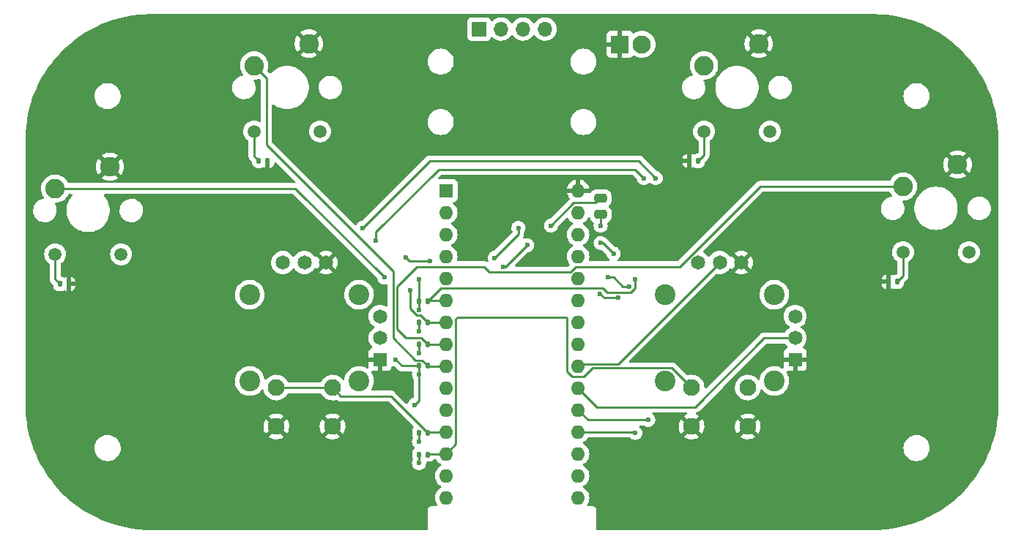
<source format=gtl>
%TF.GenerationSoftware,KiCad,Pcbnew,(6.0.9)*%
%TF.CreationDate,2023-05-29T17:24:41+10:00*%
%TF.ProjectId,Joysticks,4a6f7973-7469-4636-9b73-2e6b69636164,rev?*%
%TF.SameCoordinates,PX3d09000PY568bc30*%
%TF.FileFunction,Copper,L1,Top*%
%TF.FilePolarity,Positive*%
%FSLAX46Y46*%
G04 Gerber Fmt 4.6, Leading zero omitted, Abs format (unit mm)*
G04 Created by KiCad (PCBNEW (6.0.9)) date 2023-05-29 17:24:41*
%MOMM*%
%LPD*%
G01*
G04 APERTURE LIST*
G04 Aperture macros list*
%AMRoundRect*
0 Rectangle with rounded corners*
0 $1 Rounding radius*
0 $2 $3 $4 $5 $6 $7 $8 $9 X,Y pos of 4 corners*
0 Add a 4 corners polygon primitive as box body*
4,1,4,$2,$3,$4,$5,$6,$7,$8,$9,$2,$3,0*
0 Add four circle primitives for the rounded corners*
1,1,$1+$1,$2,$3*
1,1,$1+$1,$4,$5*
1,1,$1+$1,$6,$7*
1,1,$1+$1,$8,$9*
0 Add four rect primitives between the rounded corners*
20,1,$1+$1,$2,$3,$4,$5,0*
20,1,$1+$1,$4,$5,$6,$7,0*
20,1,$1+$1,$6,$7,$8,$9,0*
20,1,$1+$1,$8,$9,$2,$3,0*%
G04 Aperture macros list end*
%TA.AperFunction,ComponentPad*%
%ADD10C,1.950000*%
%TD*%
%TA.AperFunction,ComponentPad*%
%ADD11C,2.400000*%
%TD*%
%TA.AperFunction,ComponentPad*%
%ADD12R,1.650000X1.650000*%
%TD*%
%TA.AperFunction,ComponentPad*%
%ADD13C,1.650000*%
%TD*%
%TA.AperFunction,SMDPad,CuDef*%
%ADD14RoundRect,0.135000X-0.135000X-0.185000X0.135000X-0.185000X0.135000X0.185000X-0.135000X0.185000X0*%
%TD*%
%TA.AperFunction,ComponentPad*%
%ADD15C,1.508000*%
%TD*%
%TA.AperFunction,ComponentPad*%
%ADD16C,2.250000*%
%TD*%
%TA.AperFunction,ComponentPad*%
%ADD17R,1.600000X1.600000*%
%TD*%
%TA.AperFunction,ComponentPad*%
%ADD18O,1.600000X1.600000*%
%TD*%
%TA.AperFunction,ComponentPad*%
%ADD19R,2.100000X2.100000*%
%TD*%
%TA.AperFunction,ComponentPad*%
%ADD20C,2.100000*%
%TD*%
%TA.AperFunction,SMDPad,CuDef*%
%ADD21RoundRect,0.250000X-0.475000X0.250000X-0.475000X-0.250000X0.475000X-0.250000X0.475000X0.250000X0*%
%TD*%
%TA.AperFunction,SMDPad,CuDef*%
%ADD22RoundRect,0.135000X0.135000X0.185000X-0.135000X0.185000X-0.135000X-0.185000X0.135000X-0.185000X0*%
%TD*%
%TA.AperFunction,ComponentPad*%
%ADD23R,1.700000X1.700000*%
%TD*%
%TA.AperFunction,ComponentPad*%
%ADD24O,1.700000X1.700000*%
%TD*%
%TA.AperFunction,ViaPad*%
%ADD25C,0.600000*%
%TD*%
%TA.AperFunction,Conductor*%
%ADD26C,0.250000*%
%TD*%
G04 APERTURE END LIST*
D10*
%TO.P,U1,A*%
%TO.N,Net-(A1-Pad12)*%
X8750000Y-25750000D03*
%TO.P,U1,B*%
X15250000Y-25750000D03*
%TO.P,U1,C*%
%TO.N,+6V*%
X8750000Y-30250000D03*
%TO.P,U1,D*%
X15250000Y-30250000D03*
D11*
%TO.P,U1,S1*%
%TO.N,N/C*%
X18325000Y-15000000D03*
%TO.P,U1,S2*%
X5675000Y-15000000D03*
%TO.P,U1,S3*%
X5675000Y-25000000D03*
%TO.P,U1,S4*%
X18325000Y-25000000D03*
D12*
%TO.P,U1,VR1_1*%
%TO.N,+6V*%
X20730000Y-22500000D03*
D13*
%TO.P,U1,VR1_2*%
%TO.N,Net-(A1-Pad19)*%
X20730000Y-20000000D03*
%TO.P,U1,VR1_3*%
%TO.N,GND*%
X20730000Y-17500000D03*
%TO.P,U1,VR2_1*%
%TO.N,+6V*%
X14500000Y-11270000D03*
%TO.P,U1,VR2_2*%
%TO.N,Net-(A1-Pad20)*%
X12000000Y-11270000D03*
%TO.P,U1,VR2_3*%
%TO.N,GND*%
X9500000Y-11270000D03*
%TD*%
D14*
%TO.P,R2,1*%
%TO.N,Net-(R2-Pad1)*%
X-16260000Y-13750000D03*
%TO.P,R2,2*%
%TO.N,+6V*%
X-15240000Y-13750000D03*
%TD*%
D10*
%TO.P,U11,A*%
%TO.N,Net-(A1-Pad13)*%
X56750000Y-25750000D03*
%TO.P,U11,B*%
X63250000Y-25750000D03*
%TO.P,U11,C*%
%TO.N,+6V*%
X56750000Y-30250000D03*
%TO.P,U11,D*%
X63250000Y-30250000D03*
D11*
%TO.P,U11,S1*%
%TO.N,N/C*%
X66325000Y-15000000D03*
%TO.P,U11,S2*%
X53675000Y-15000000D03*
%TO.P,U11,S3*%
X53675000Y-25000000D03*
%TO.P,U11,S4*%
X66325000Y-25000000D03*
D12*
%TO.P,U11,VR1_1*%
%TO.N,+6V*%
X68730000Y-22500000D03*
D13*
%TO.P,U11,VR1_2*%
%TO.N,Net-(A1-Pad21)*%
X68730000Y-20000000D03*
%TO.P,U11,VR1_3*%
%TO.N,GND*%
X68730000Y-17500000D03*
%TO.P,U11,VR2_1*%
%TO.N,+6V*%
X62500000Y-11270000D03*
%TO.P,U11,VR2_2*%
%TO.N,Net-(A1-Pad22)*%
X60000000Y-11270000D03*
%TO.P,U11,VR2_3*%
%TO.N,GND*%
X57500000Y-11270000D03*
%TD*%
D14*
%TO.P,R8,1*%
%TO.N,GND*%
X25240000Y-23250000D03*
%TO.P,R8,2*%
%TO.N,Net-(A1-Pad9)*%
X26260000Y-23250000D03*
%TD*%
D15*
%TO.P,U2,BR1,A*%
%TO.N,Net-(R1-Pad1)*%
X58190000Y3920000D03*
%TO.P,U2,BR2,K*%
%TO.N,GND*%
X65810000Y3920000D03*
D16*
%TO.P,U2,P$1*%
%TO.N,+6V*%
X64510000Y14080000D03*
%TO.P,U2,P$2*%
%TO.N,Net-(A1-Pad6)*%
X58190000Y11540000D03*
%TD*%
D15*
%TO.P,U3,BR1,A*%
%TO.N,Net-(R2-Pad1)*%
X-16810000Y-10330000D03*
%TO.P,U3,BR2,K*%
%TO.N,GND*%
X-9190000Y-10330000D03*
D16*
%TO.P,U3,P$1*%
%TO.N,+6V*%
X-10490000Y-170000D03*
%TO.P,U3,P$2*%
%TO.N,Net-(A1-Pad7)*%
X-16810000Y-2710000D03*
%TD*%
D14*
%TO.P,R14,1*%
%TO.N,GND*%
X25240000Y-33500000D03*
%TO.P,R14,2*%
%TO.N,Net-(A1-Pad13)*%
X26260000Y-33500000D03*
%TD*%
D17*
%TO.P,A1,1,D1/TX*%
%TO.N,unconnected-(A1-Pad1)*%
X28390000Y-2950000D03*
D18*
%TO.P,A1,2,D0/RX*%
%TO.N,unconnected-(A1-Pad2)*%
X28390000Y-5490000D03*
%TO.P,A1,3,~{RESET}*%
%TO.N,unconnected-(A1-Pad3)*%
X28390000Y-8030000D03*
%TO.P,A1,4,GND*%
%TO.N,GND*%
X28390000Y-10570000D03*
%TO.P,A1,5,D2*%
%TO.N,unconnected-(A1-Pad5)*%
X28390000Y-13110000D03*
%TO.P,A1,6,D3*%
%TO.N,Net-(A1-Pad6)*%
X28390000Y-15650000D03*
%TO.P,A1,7,D4*%
%TO.N,Net-(A1-Pad7)*%
X28390000Y-18190000D03*
%TO.P,A1,8,D5*%
%TO.N,Net-(A1-Pad8)*%
X28390000Y-20730000D03*
%TO.P,A1,9,D6*%
%TO.N,Net-(A1-Pad9)*%
X28390000Y-23270000D03*
%TO.P,A1,10,D7*%
%TO.N,Net-(A1-Pad10)*%
X28390000Y-25810000D03*
%TO.P,A1,11,D8*%
%TO.N,Net-(A1-Pad11)*%
X28390000Y-28350000D03*
%TO.P,A1,12,D9*%
%TO.N,Net-(A1-Pad12)*%
X28390000Y-30890000D03*
%TO.P,A1,13,D10*%
%TO.N,Net-(A1-Pad13)*%
X28390000Y-33430000D03*
%TO.P,A1,14,D11*%
%TO.N,Net-(A1-Pad14)*%
X28390000Y-35970000D03*
%TO.P,A1,15,D12*%
%TO.N,Net-(A1-Pad15)*%
X28390000Y-38510000D03*
%TO.P,A1,16,D13*%
%TO.N,Net-(A1-Pad16)*%
X43630000Y-38510000D03*
%TO.P,A1,17,3V3*%
%TO.N,+3.3V*%
X43630000Y-35970000D03*
%TO.P,A1,18,AREF*%
%TO.N,unconnected-(A1-Pad18)*%
X43630000Y-33430000D03*
%TO.P,A1,19,A0*%
%TO.N,Net-(A1-Pad19)*%
X43630000Y-30890000D03*
%TO.P,A1,20,A1*%
%TO.N,Net-(A1-Pad20)*%
X43630000Y-28350000D03*
%TO.P,A1,21,A2*%
%TO.N,Net-(A1-Pad21)*%
X43630000Y-25810000D03*
%TO.P,A1,22,A3*%
%TO.N,Net-(A1-Pad22)*%
X43630000Y-23270000D03*
%TO.P,A1,23,A4*%
%TO.N,/SDA*%
X43630000Y-20730000D03*
%TO.P,A1,24,A5*%
%TO.N,/SCL*%
X43630000Y-18190000D03*
%TO.P,A1,25,A6*%
%TO.N,unconnected-(A1-Pad25)*%
X43630000Y-15650000D03*
%TO.P,A1,26,A7*%
%TO.N,unconnected-(A1-Pad26)*%
X43630000Y-13110000D03*
%TO.P,A1,27,+5V*%
%TO.N,+5V*%
X43630000Y-10570000D03*
%TO.P,A1,28,~{RESET}*%
%TO.N,unconnected-(A1-Pad28)*%
X43630000Y-8030000D03*
%TO.P,A1,29,GND*%
%TO.N,GND*%
X43630000Y-5490000D03*
%TO.P,A1,30,VIN*%
%TO.N,+6V*%
X43630000Y-2950000D03*
%TD*%
D19*
%TO.P,J1,1,Pin_1*%
%TO.N,+6V*%
X48480000Y14000000D03*
D20*
%TO.P,J1,2,Pin_2*%
%TO.N,GND*%
X51020000Y14000000D03*
%TD*%
D21*
%TO.P,C1,1*%
%TO.N,+3.3V*%
X46250000Y-3800000D03*
%TO.P,C1,2*%
%TO.N,GND*%
X46250000Y-5700000D03*
%TD*%
D14*
%TO.P,R13,1*%
%TO.N,GND*%
X25240000Y-31000000D03*
%TO.P,R13,2*%
%TO.N,Net-(A1-Pad12)*%
X26260000Y-31000000D03*
%TD*%
%TO.P,R4,1*%
%TO.N,Net-(R4-Pad1)*%
X6740000Y500000D03*
%TO.P,R4,2*%
%TO.N,+6V*%
X7760000Y500000D03*
%TD*%
D15*
%TO.P,U4,BR1,A*%
%TO.N,Net-(R3-Pad1)*%
X81190000Y-10080000D03*
%TO.P,U4,BR2,K*%
%TO.N,GND*%
X88810000Y-10080000D03*
D16*
%TO.P,U4,P$1*%
%TO.N,+6V*%
X87510000Y80000D03*
%TO.P,U4,P$2*%
%TO.N,Net-(A1-Pad8)*%
X81190000Y-2460000D03*
%TD*%
D15*
%TO.P,U5,BR1,A*%
%TO.N,Net-(R4-Pad1)*%
X6190000Y3920000D03*
%TO.P,U5,BR2,K*%
%TO.N,GND*%
X13810000Y3920000D03*
D16*
%TO.P,U5,P$1*%
%TO.N,+6V*%
X12510000Y14080000D03*
%TO.P,U5,P$2*%
%TO.N,Net-(A1-Pad9)*%
X6190000Y11540000D03*
%TD*%
D14*
%TO.P,R5,1*%
%TO.N,GND*%
X25240000Y-15750000D03*
%TO.P,R5,2*%
%TO.N,Net-(A1-Pad6)*%
X26260000Y-15750000D03*
%TD*%
%TO.P,R6,1*%
%TO.N,GND*%
X25240000Y-18250000D03*
%TO.P,R6,2*%
%TO.N,Net-(A1-Pad7)*%
X26260000Y-18250000D03*
%TD*%
D22*
%TO.P,R3,1*%
%TO.N,Net-(R3-Pad1)*%
X80510000Y-13500000D03*
%TO.P,R3,2*%
%TO.N,+6V*%
X79490000Y-13500000D03*
%TD*%
%TO.P,R1,1*%
%TO.N,Net-(R1-Pad1)*%
X57510000Y500000D03*
%TO.P,R1,2*%
%TO.N,+6V*%
X56490000Y500000D03*
%TD*%
D14*
%TO.P,R7,1*%
%TO.N,GND*%
X25230000Y-20750000D03*
%TO.P,R7,2*%
%TO.N,Net-(A1-Pad8)*%
X26250000Y-20750000D03*
%TD*%
D23*
%TO.P,J4,1,Pin_1*%
%TO.N,+5V*%
X32200000Y15775000D03*
D24*
%TO.P,J4,2,Pin_2*%
%TO.N,GND*%
X34740000Y15775000D03*
%TO.P,J4,3,Pin_3*%
%TO.N,/SCL*%
X37280000Y15775000D03*
%TO.P,J4,4,Pin_4*%
%TO.N,/SDA*%
X39820000Y15775000D03*
%TD*%
D25*
%TO.N,GND*%
X22525500Y-22500000D03*
X25250000Y-19250000D03*
X25250000Y-16750000D03*
X24750000Y-27750000D03*
X25250000Y-32000000D03*
X25250000Y-21750000D03*
X46250000Y-7000000D03*
X25250000Y-13250000D03*
X25250000Y-24250000D03*
X25250000Y-34500000D03*
%TO.N,Net-(A1-Pad10)*%
X37750000Y-9250000D03*
X35000000Y-11750000D03*
%TO.N,Net-(A1-Pad11)*%
X36750000Y-7250000D03*
X34000000Y-10750000D03*
%TO.N,Net-(A1-Pad16)*%
X49533118Y-14033118D03*
X47125500Y-13000000D03*
%TO.N,+3.3V*%
X46138411Y-14888411D03*
X40500000Y-7000000D03*
X48250000Y-15374500D03*
X46250000Y-9000000D03*
X47750000Y-10250000D03*
%TO.N,Net-(A1-Pad6)*%
X50250000Y-13250000D03*
%TO.N,Net-(A1-Pad7)*%
X26500000Y-11125500D03*
X24242915Y-14492916D03*
X21250000Y-13000000D03*
X23683411Y-10683411D03*
%TO.N,Net-(A1-Pad19)*%
X20250000Y-8750000D03*
X50250000Y-31000000D03*
X51250000Y-1500000D03*
%TO.N,Net-(A1-Pad20)*%
X18750000Y-7250000D03*
X52624500Y-1500000D03*
X51750000Y-29500000D03*
%TD*%
D26*
%TO.N,GND*%
X25240000Y-23250000D02*
X25240000Y-24240000D01*
X25240000Y-18250000D02*
X25240000Y-19240000D01*
X25240000Y-31990000D02*
X25250000Y-32000000D01*
X25240000Y-34490000D02*
X25250000Y-34500000D01*
X25240000Y-16740000D02*
X25250000Y-16750000D01*
X25240000Y-24240000D02*
X25250000Y-24250000D01*
X25240000Y-15750000D02*
X25240000Y-13260000D01*
X25250000Y-27250000D02*
X24750000Y-27750000D01*
X25240000Y-15750000D02*
X25240000Y-16740000D01*
X25230000Y-20750000D02*
X25230000Y-21730000D01*
X23275500Y-23250000D02*
X25240000Y-23250000D01*
X46250000Y-5700000D02*
X46250000Y-7000000D01*
X25240000Y-19240000D02*
X25250000Y-19250000D01*
X25240000Y-31000000D02*
X25240000Y-31990000D01*
X25240000Y-13260000D02*
X25250000Y-13250000D01*
X25250000Y-24250000D02*
X25250000Y-27250000D01*
X25230000Y-21730000D02*
X25250000Y-21750000D01*
X22525500Y-22500000D02*
X23275500Y-23250000D01*
X25240000Y-33500000D02*
X25240000Y-34490000D01*
%TO.N,Net-(A1-Pad10)*%
X35250000Y-11750000D02*
X35000000Y-11750000D01*
X37750000Y-9250000D02*
X35250000Y-11750000D01*
%TO.N,Net-(A1-Pad11)*%
X36750000Y-7250000D02*
X36750000Y-8000000D01*
X36750000Y-8000000D02*
X34000000Y-10750000D01*
%TO.N,Net-(A1-Pad12)*%
X26260000Y-31000000D02*
X21985000Y-26725000D01*
X28390000Y-30890000D02*
X26370000Y-30890000D01*
X26370000Y-30890000D02*
X26260000Y-31000000D01*
X16225000Y-26725000D02*
X15250000Y-25750000D01*
X8750000Y-25750000D02*
X15250000Y-25750000D01*
X21985000Y-26725000D02*
X16225000Y-26725000D01*
%TO.N,Net-(A1-Pad13)*%
X26330000Y-33430000D02*
X26260000Y-33500000D01*
X29515000Y-32305000D02*
X28390000Y-33430000D01*
X44280991Y-24500000D02*
X42979009Y-24500000D01*
X45305991Y-23475000D02*
X44280991Y-24500000D01*
X29515000Y-17808223D02*
X29515000Y-32305000D01*
X42375000Y-23895991D02*
X42375000Y-17698223D01*
X42301777Y-17625000D02*
X29698223Y-17625000D01*
X29698223Y-17625000D02*
X29515000Y-17808223D01*
X56750000Y-25750000D02*
X54475000Y-23475000D01*
X42375000Y-17698223D02*
X42301777Y-17625000D01*
X28390000Y-33430000D02*
X26330000Y-33430000D01*
X54475000Y-23475000D02*
X45305991Y-23475000D01*
X42979009Y-24500000D02*
X42375000Y-23895991D01*
%TO.N,Net-(A1-Pad16)*%
X48783118Y-14033118D02*
X49533118Y-14033118D01*
X47750000Y-13000000D02*
X48783118Y-14033118D01*
X47125500Y-13000000D02*
X47750000Y-13000000D01*
%TO.N,+3.3V*%
X43135000Y-4365000D02*
X40500000Y-7000000D01*
X46138411Y-14888411D02*
X46624500Y-15374500D01*
X46624500Y-15374500D02*
X48250000Y-15374500D01*
X46250000Y-9000000D02*
X46500000Y-9000000D01*
X46500000Y-9000000D02*
X47750000Y-10250000D01*
X46250000Y-3800000D02*
X45685000Y-4365000D01*
X45685000Y-4365000D02*
X43135000Y-4365000D01*
%TO.N,Net-(A1-Pad6)*%
X28390000Y-15650000D02*
X26360000Y-15650000D01*
X27760000Y-14250000D02*
X26260000Y-15750000D01*
X26360000Y-15650000D02*
X26260000Y-15750000D01*
X50250000Y-13250000D02*
X50250000Y-14250000D01*
X50250000Y-14250000D02*
X49750000Y-14750000D01*
X47000000Y-14750000D02*
X46500000Y-14250000D01*
X46500000Y-14250000D02*
X27760000Y-14250000D01*
X49750000Y-14750000D02*
X47000000Y-14750000D01*
%TO.N,Net-(A1-Pad7)*%
X10960000Y-2710000D02*
X21250000Y-13000000D01*
X24242915Y-16626799D02*
X24991116Y-17375000D01*
X24242915Y-14492916D02*
X24242915Y-16626799D01*
X25385000Y-17375000D02*
X26260000Y-18250000D01*
X24991116Y-17375000D02*
X25385000Y-17375000D01*
X28390000Y-18190000D02*
X26320000Y-18190000D01*
X26320000Y-18190000D02*
X26260000Y-18250000D01*
X24125500Y-11125500D02*
X26500000Y-11125500D01*
X-16810000Y-2710000D02*
X10960000Y-2710000D01*
X23683411Y-10683411D02*
X24125500Y-11125500D01*
%TO.N,Net-(A1-Pad8)*%
X26250000Y-20750000D02*
X25500000Y-20000000D01*
X64683654Y-2460000D02*
X81190000Y-2460000D01*
X25500000Y-20000000D02*
X23750000Y-20000000D01*
X55393654Y-11750000D02*
X64683654Y-2460000D01*
X33375000Y-12375000D02*
X42774009Y-12375000D01*
X28390000Y-20730000D02*
X26270000Y-20730000D01*
X23750000Y-20000000D02*
X22700000Y-18950000D01*
X22700000Y-14050000D02*
X25000000Y-11750000D01*
X25000000Y-11750000D02*
X32750000Y-11750000D01*
X22700000Y-18950000D02*
X22700000Y-14050000D01*
X26270000Y-20730000D02*
X26250000Y-20750000D01*
X42774009Y-12375000D02*
X43399009Y-11750000D01*
X43399009Y-11750000D02*
X55393654Y-11750000D01*
X32750000Y-11750000D02*
X33375000Y-12375000D01*
%TO.N,Net-(A1-Pad9)*%
X26260000Y-23250000D02*
X25615000Y-22605000D01*
X24855000Y-22605000D02*
X22250000Y-20000000D01*
X7631099Y10098901D02*
X6190000Y11540000D01*
X22250000Y-20000000D02*
X22250000Y-12250000D01*
X7631099Y2368901D02*
X7631099Y10098901D01*
X26280000Y-23270000D02*
X26260000Y-23250000D01*
X28390000Y-23270000D02*
X26280000Y-23270000D01*
X25615000Y-22605000D02*
X24855000Y-22605000D01*
X22250000Y-12250000D02*
X7631099Y2368901D01*
%TO.N,Net-(A1-Pad19)*%
X20250000Y-8750000D02*
X20250000Y-7750000D01*
X27500000Y-500000D02*
X50250000Y-500000D01*
X50140000Y-30890000D02*
X50250000Y-31000000D01*
X50250000Y-500000D02*
X51250000Y-1500000D01*
X20250000Y-7750000D02*
X27500000Y-500000D01*
X43630000Y-30890000D02*
X50140000Y-30890000D01*
%TO.N,Net-(A1-Pad20)*%
X44780000Y-29500000D02*
X43630000Y-28350000D01*
X52624500Y-1500000D02*
X50624500Y500000D01*
X26500000Y500000D02*
X18750000Y-7250000D01*
X50624500Y500000D02*
X26500000Y500000D01*
X51750000Y-29500000D02*
X44780000Y-29500000D01*
%TO.N,Net-(A1-Pad21)*%
X65161522Y-20000000D02*
X57161522Y-28000000D01*
X68730000Y-20000000D02*
X65161522Y-20000000D01*
X57161522Y-28000000D02*
X45820000Y-28000000D01*
X45820000Y-28000000D02*
X43630000Y-25810000D01*
%TO.N,Net-(A1-Pad22)*%
X43875000Y-23025000D02*
X43630000Y-23270000D01*
X48245000Y-23025000D02*
X43875000Y-23025000D01*
X60000000Y-11270000D02*
X48245000Y-23025000D01*
%TO.N,Net-(R1-Pad1)*%
X58190000Y1180000D02*
X57510000Y500000D01*
X58190000Y3920000D02*
X58190000Y1180000D01*
%TO.N,Net-(R2-Pad1)*%
X-16810000Y-13200000D02*
X-16260000Y-13750000D01*
X-16810000Y-10330000D02*
X-16810000Y-13200000D01*
%TO.N,Net-(R3-Pad1)*%
X81190000Y-12820000D02*
X81190000Y-10080000D01*
X80510000Y-13500000D02*
X81190000Y-12820000D01*
%TO.N,Net-(R4-Pad1)*%
X6190000Y1050000D02*
X6740000Y500000D01*
X6190000Y3920000D02*
X6190000Y1050000D01*
%TD*%
%TA.AperFunction,Conductor*%
%TO.N,+6V*%
G36*
X77720018Y17490000D02*
G01*
X77734851Y17487690D01*
X77734855Y17487690D01*
X77743724Y17486309D01*
X77768272Y17489519D01*
X77787793Y17490543D01*
X78480822Y17472980D01*
X78487159Y17472658D01*
X78943127Y17437935D01*
X79212899Y17417391D01*
X79219250Y17416745D01*
X79941236Y17324794D01*
X79947546Y17323828D01*
X80663975Y17195421D01*
X80670228Y17194136D01*
X81379237Y17029608D01*
X81385380Y17028018D01*
X82085196Y16827775D01*
X82091231Y16825880D01*
X82644991Y16636599D01*
X82779946Y16590470D01*
X82785933Y16588253D01*
X83461838Y16318263D01*
X83467704Y16315746D01*
X84129075Y16011865D01*
X84134806Y16009053D01*
X84779927Y15672070D01*
X84785498Y15668978D01*
X84974650Y15557631D01*
X85412729Y15299748D01*
X85418147Y15296371D01*
X86025861Y14895854D01*
X86031100Y14892208D01*
X86617757Y14461419D01*
X86622806Y14457511D01*
X86673102Y14416500D01*
X87186913Y13997541D01*
X87191720Y13993415D01*
X87480566Y13732452D01*
X87731802Y13505469D01*
X87736429Y13501070D01*
X88251070Y12986429D01*
X88255469Y12981802D01*
X88743415Y12441720D01*
X88747541Y12436913D01*
X88986625Y12143701D01*
X89207511Y11872806D01*
X89211419Y11867757D01*
X89642208Y11281100D01*
X89645854Y11275861D01*
X90046371Y10668147D01*
X90049748Y10662729D01*
X90253658Y10316337D01*
X90403049Y10062559D01*
X90418972Y10035509D01*
X90422070Y10029927D01*
X90759053Y9384806D01*
X90761865Y9379075D01*
X91065746Y8717704D01*
X91068263Y8711838D01*
X91338253Y8035933D01*
X91340470Y8029946D01*
X91510535Y7532406D01*
X91575877Y7341241D01*
X91577775Y7335196D01*
X91778018Y6635380D01*
X91779608Y6629237D01*
X91944136Y5920228D01*
X91945421Y5913975D01*
X92073828Y5197546D01*
X92074794Y5191236D01*
X92166745Y4469250D01*
X92167391Y4462899D01*
X92222658Y3737159D01*
X92222980Y3730822D01*
X92229297Y3481568D01*
X92240349Y3045424D01*
X92238889Y3022846D01*
X92237690Y3015149D01*
X92237690Y3015144D01*
X92236309Y3006276D01*
X92237473Y2997374D01*
X92237473Y2997372D01*
X92240436Y2974717D01*
X92241500Y2958379D01*
X92241500Y-27700633D01*
X92240000Y-27720018D01*
X92237690Y-27734851D01*
X92237690Y-27734855D01*
X92236309Y-27743724D01*
X92239519Y-27768266D01*
X92240543Y-27787793D01*
X92223038Y-28478572D01*
X92222981Y-28480804D01*
X92222658Y-28487159D01*
X92191907Y-28890964D01*
X92167391Y-29212899D01*
X92166745Y-29219250D01*
X92074794Y-29941236D01*
X92073828Y-29947546D01*
X91945421Y-30663975D01*
X91944136Y-30670228D01*
X91779608Y-31379237D01*
X91778018Y-31385380D01*
X91577775Y-32085196D01*
X91575880Y-32091231D01*
X91399824Y-32606299D01*
X91340470Y-32779946D01*
X91338253Y-32785933D01*
X91068263Y-33461838D01*
X91065746Y-33467704D01*
X90761865Y-34129075D01*
X90759053Y-34134806D01*
X90422070Y-34779927D01*
X90418978Y-34785498D01*
X90382599Y-34847297D01*
X90049748Y-35412729D01*
X90046371Y-35418147D01*
X89645854Y-36025861D01*
X89642208Y-36031100D01*
X89211419Y-36617757D01*
X89207511Y-36622806D01*
X88747541Y-37186913D01*
X88743415Y-37191720D01*
X88318711Y-37661803D01*
X88255469Y-37731802D01*
X88251070Y-37736429D01*
X87736429Y-38251070D01*
X87731802Y-38255469D01*
X87191720Y-38743415D01*
X87186913Y-38747541D01*
X86793993Y-39067926D01*
X86622806Y-39207511D01*
X86617757Y-39211419D01*
X86031100Y-39642208D01*
X86025861Y-39645854D01*
X85418147Y-40046371D01*
X85412729Y-40049748D01*
X85140890Y-40209771D01*
X84785498Y-40418978D01*
X84779927Y-40422070D01*
X84134806Y-40759053D01*
X84129075Y-40761865D01*
X83467704Y-41065746D01*
X83461838Y-41068263D01*
X82785933Y-41338253D01*
X82779946Y-41340470D01*
X82091231Y-41575880D01*
X82085196Y-41577775D01*
X81385380Y-41778018D01*
X81379237Y-41779608D01*
X80670228Y-41944136D01*
X80663975Y-41945421D01*
X79947546Y-42073828D01*
X79941236Y-42074794D01*
X79219250Y-42166745D01*
X79212899Y-42167391D01*
X78943127Y-42187935D01*
X78487159Y-42222658D01*
X78480822Y-42222980D01*
X78032105Y-42234351D01*
X77795424Y-42240349D01*
X77772846Y-42238889D01*
X77765149Y-42237690D01*
X77765144Y-42237690D01*
X77756276Y-42236309D01*
X77747374Y-42237473D01*
X77747372Y-42237473D01*
X77732323Y-42239441D01*
X77724714Y-42240436D01*
X77708379Y-42241500D01*
X45884500Y-42241500D01*
X45816379Y-42221498D01*
X45769886Y-42167842D01*
X45758500Y-42115500D01*
X45758500Y-40008623D01*
X45758502Y-40007853D01*
X45758800Y-39959102D01*
X45758976Y-39930279D01*
X45750850Y-39901847D01*
X45747272Y-39885085D01*
X45744352Y-39864698D01*
X45743080Y-39855813D01*
X45732451Y-39832436D01*
X45726004Y-39814913D01*
X45721416Y-39798862D01*
X45718949Y-39790229D01*
X45714156Y-39782632D01*
X45703170Y-39765220D01*
X45695030Y-39750135D01*
X45692564Y-39744711D01*
X45682792Y-39723218D01*
X45666030Y-39703765D01*
X45654927Y-39688761D01*
X45641224Y-39667042D01*
X45634499Y-39661103D01*
X45634496Y-39661099D01*
X45619062Y-39647468D01*
X45607018Y-39635276D01*
X45593573Y-39619673D01*
X45593570Y-39619671D01*
X45587713Y-39612873D01*
X45574009Y-39603990D01*
X45566165Y-39598906D01*
X45551291Y-39587615D01*
X45538783Y-39576569D01*
X45538782Y-39576568D01*
X45532049Y-39570622D01*
X45505287Y-39558057D01*
X45490309Y-39549737D01*
X45473017Y-39538529D01*
X45473012Y-39538527D01*
X45465485Y-39533648D01*
X45456892Y-39531078D01*
X45456887Y-39531076D01*
X45440880Y-39526289D01*
X45423436Y-39519628D01*
X45408324Y-39512533D01*
X45408322Y-39512532D01*
X45400200Y-39508719D01*
X45391333Y-39507338D01*
X45391332Y-39507338D01*
X45380478Y-39505648D01*
X45370983Y-39504170D01*
X45354268Y-39500387D01*
X45334534Y-39494485D01*
X45334528Y-39494484D01*
X45325934Y-39491914D01*
X45316963Y-39491859D01*
X45316962Y-39491859D01*
X45306903Y-39491798D01*
X45291494Y-39491704D01*
X45290711Y-39491671D01*
X45289614Y-39491500D01*
X45258623Y-39491500D01*
X45257853Y-39491498D01*
X45184215Y-39491048D01*
X45184214Y-39491048D01*
X45180279Y-39491024D01*
X45178935Y-39491408D01*
X45177590Y-39491500D01*
X44782173Y-39491500D01*
X44714052Y-39471498D01*
X44667559Y-39417842D01*
X44657455Y-39347568D01*
X44678960Y-39293229D01*
X44713080Y-39244502D01*
X44767523Y-39166749D01*
X44769846Y-39161767D01*
X44769849Y-39161762D01*
X44861961Y-38964225D01*
X44861961Y-38964224D01*
X44864284Y-38959243D01*
X44923543Y-38738087D01*
X44943498Y-38510000D01*
X44923543Y-38281913D01*
X44916457Y-38255469D01*
X44865707Y-38066067D01*
X44865706Y-38066065D01*
X44864284Y-38060757D01*
X44861961Y-38055775D01*
X44769849Y-37858238D01*
X44769846Y-37858233D01*
X44767523Y-37853251D01*
X44636198Y-37665700D01*
X44474300Y-37503802D01*
X44469792Y-37500645D01*
X44469789Y-37500643D01*
X44391611Y-37445902D01*
X44286749Y-37372477D01*
X44281767Y-37370154D01*
X44281762Y-37370151D01*
X44247543Y-37354195D01*
X44194258Y-37307278D01*
X44174797Y-37239001D01*
X44195339Y-37171041D01*
X44247543Y-37125805D01*
X44281762Y-37109849D01*
X44281767Y-37109846D01*
X44286749Y-37107523D01*
X44452895Y-36991186D01*
X44469789Y-36979357D01*
X44469792Y-36979355D01*
X44474300Y-36976198D01*
X44636198Y-36814300D01*
X44767523Y-36626749D01*
X44769846Y-36621767D01*
X44769849Y-36621762D01*
X44861961Y-36424225D01*
X44861961Y-36424224D01*
X44864284Y-36419243D01*
X44923543Y-36198087D01*
X44943498Y-35970000D01*
X44923543Y-35741913D01*
X44864284Y-35520757D01*
X44861961Y-35515775D01*
X44769849Y-35318238D01*
X44769846Y-35318233D01*
X44767523Y-35313251D01*
X44694098Y-35208389D01*
X44639357Y-35130211D01*
X44639355Y-35130208D01*
X44636198Y-35125700D01*
X44474300Y-34963802D01*
X44469792Y-34960645D01*
X44469789Y-34960643D01*
X44351438Y-34877773D01*
X44286749Y-34832477D01*
X44281767Y-34830154D01*
X44281762Y-34830151D01*
X44247543Y-34814195D01*
X44194258Y-34767278D01*
X44174797Y-34699001D01*
X44195339Y-34631041D01*
X44247543Y-34585805D01*
X44281762Y-34569849D01*
X44281767Y-34569846D01*
X44286749Y-34567523D01*
X44428105Y-34468544D01*
X44469789Y-34439357D01*
X44469792Y-34439355D01*
X44474300Y-34436198D01*
X44636198Y-34274300D01*
X44657849Y-34243380D01*
X44744704Y-34119338D01*
X44767523Y-34086749D01*
X44769846Y-34081767D01*
X44769849Y-34081762D01*
X44861961Y-33884225D01*
X44861961Y-33884224D01*
X44864284Y-33879243D01*
X44899581Y-33747516D01*
X44922119Y-33663402D01*
X44922119Y-33663400D01*
X44923543Y-33658087D01*
X44943498Y-33430000D01*
X44923543Y-33201913D01*
X44884822Y-33057404D01*
X44865707Y-32986067D01*
X44865706Y-32986065D01*
X44864284Y-32980757D01*
X44826362Y-32899432D01*
X44769849Y-32778238D01*
X44769846Y-32778233D01*
X44767523Y-32773251D01*
X44751242Y-32750000D01*
X81236835Y-32750000D01*
X81255465Y-32986711D01*
X81256619Y-32991518D01*
X81256620Y-32991524D01*
X81286601Y-33116401D01*
X81310895Y-33217594D01*
X81312788Y-33222165D01*
X81312789Y-33222167D01*
X81398876Y-33430000D01*
X81401760Y-33436963D01*
X81404346Y-33441183D01*
X81523241Y-33635202D01*
X81523245Y-33635208D01*
X81525824Y-33639416D01*
X81680031Y-33819969D01*
X81860584Y-33974176D01*
X81864792Y-33976755D01*
X81864798Y-33976759D01*
X82011045Y-34066379D01*
X82063037Y-34098240D01*
X82067607Y-34100133D01*
X82067611Y-34100135D01*
X82277833Y-34187211D01*
X82282406Y-34189105D01*
X82317399Y-34197506D01*
X82508476Y-34243380D01*
X82508482Y-34243381D01*
X82513289Y-34244535D01*
X82750000Y-34263165D01*
X82986711Y-34244535D01*
X82991518Y-34243381D01*
X82991524Y-34243380D01*
X83182601Y-34197506D01*
X83217594Y-34189105D01*
X83222167Y-34187211D01*
X83432389Y-34100135D01*
X83432393Y-34100133D01*
X83436963Y-34098240D01*
X83488955Y-34066379D01*
X83635202Y-33976759D01*
X83635208Y-33976755D01*
X83639416Y-33974176D01*
X83819969Y-33819969D01*
X83974176Y-33639416D01*
X83976755Y-33635208D01*
X83976759Y-33635202D01*
X84095654Y-33441183D01*
X84098240Y-33436963D01*
X84101125Y-33430000D01*
X84187211Y-33222167D01*
X84187212Y-33222165D01*
X84189105Y-33217594D01*
X84213399Y-33116401D01*
X84243380Y-32991524D01*
X84243381Y-32991518D01*
X84244535Y-32986711D01*
X84263165Y-32750000D01*
X84244535Y-32513289D01*
X84241704Y-32501493D01*
X84190260Y-32287218D01*
X84189105Y-32282406D01*
X84181086Y-32263047D01*
X84100135Y-32067611D01*
X84100133Y-32067607D01*
X84098240Y-32063037D01*
X84052649Y-31988640D01*
X83976759Y-31864798D01*
X83976755Y-31864792D01*
X83974176Y-31860584D01*
X83819969Y-31680031D01*
X83639416Y-31525824D01*
X83635208Y-31523245D01*
X83635202Y-31523241D01*
X83441183Y-31404346D01*
X83436963Y-31401760D01*
X83432393Y-31399867D01*
X83432389Y-31399865D01*
X83222167Y-31312789D01*
X83222165Y-31312788D01*
X83217594Y-31310895D01*
X83089103Y-31280047D01*
X82991524Y-31256620D01*
X82991518Y-31256619D01*
X82986711Y-31255465D01*
X82750000Y-31236835D01*
X82513289Y-31255465D01*
X82508482Y-31256619D01*
X82508476Y-31256620D01*
X82410897Y-31280047D01*
X82282406Y-31310895D01*
X82277835Y-31312788D01*
X82277833Y-31312789D01*
X82067611Y-31399865D01*
X82067607Y-31399867D01*
X82063037Y-31401760D01*
X82058817Y-31404346D01*
X81864798Y-31523241D01*
X81864792Y-31523245D01*
X81860584Y-31525824D01*
X81680031Y-31680031D01*
X81525824Y-31860584D01*
X81523245Y-31864792D01*
X81523241Y-31864798D01*
X81447351Y-31988640D01*
X81401760Y-32063037D01*
X81399867Y-32067607D01*
X81399865Y-32067611D01*
X81318914Y-32263047D01*
X81310895Y-32282406D01*
X81309740Y-32287218D01*
X81258297Y-32501493D01*
X81255465Y-32513289D01*
X81237308Y-32743995D01*
X81236835Y-32750000D01*
X44751242Y-32750000D01*
X44661709Y-32622133D01*
X44639357Y-32590211D01*
X44639355Y-32590208D01*
X44636198Y-32585700D01*
X44474300Y-32423802D01*
X44469792Y-32420645D01*
X44469789Y-32420643D01*
X44365040Y-32347297D01*
X44286749Y-32292477D01*
X44281767Y-32290154D01*
X44281762Y-32290151D01*
X44247543Y-32274195D01*
X44194258Y-32227278D01*
X44174797Y-32159001D01*
X44195339Y-32091041D01*
X44247543Y-32045805D01*
X44281762Y-32029849D01*
X44281767Y-32029846D01*
X44286749Y-32027523D01*
X44391611Y-31954098D01*
X44469789Y-31899357D01*
X44469792Y-31899355D01*
X44474300Y-31896198D01*
X44636198Y-31734300D01*
X44641600Y-31726585D01*
X44746181Y-31577229D01*
X44801638Y-31532901D01*
X44849394Y-31523500D01*
X49578044Y-31523500D01*
X49646165Y-31543502D01*
X49668677Y-31561969D01*
X49731382Y-31626902D01*
X49883159Y-31726222D01*
X49889763Y-31728678D01*
X49889765Y-31728679D01*
X50046558Y-31786990D01*
X50046560Y-31786990D01*
X50053168Y-31789448D01*
X50136995Y-31800633D01*
X50225980Y-31812507D01*
X50225984Y-31812507D01*
X50232961Y-31813438D01*
X50239972Y-31812800D01*
X50239976Y-31812800D01*
X50382459Y-31799832D01*
X50413600Y-31796998D01*
X50420302Y-31794820D01*
X50420304Y-31794820D01*
X50579409Y-31743124D01*
X50579412Y-31743123D01*
X50586108Y-31740947D01*
X50741912Y-31648069D01*
X50873266Y-31522982D01*
X50910710Y-31466624D01*
X55898621Y-31466624D01*
X55902988Y-31472774D01*
X56102563Y-31589397D01*
X56111846Y-31593844D01*
X56330007Y-31677152D01*
X56339905Y-31680028D01*
X56568744Y-31726585D01*
X56578972Y-31727804D01*
X56812340Y-31736362D01*
X56822626Y-31735895D01*
X57054262Y-31706222D01*
X57064340Y-31704080D01*
X57288014Y-31636974D01*
X57297612Y-31633212D01*
X57507324Y-31530476D01*
X57516169Y-31525203D01*
X57588869Y-31473347D01*
X57594147Y-31466624D01*
X62398621Y-31466624D01*
X62402988Y-31472774D01*
X62602563Y-31589397D01*
X62611846Y-31593844D01*
X62830007Y-31677152D01*
X62839905Y-31680028D01*
X63068744Y-31726585D01*
X63078972Y-31727804D01*
X63312340Y-31736362D01*
X63322626Y-31735895D01*
X63554262Y-31706222D01*
X63564340Y-31704080D01*
X63788014Y-31636974D01*
X63797612Y-31633212D01*
X64007324Y-31530476D01*
X64016169Y-31525203D01*
X64088869Y-31473347D01*
X64097270Y-31462646D01*
X64090283Y-31449493D01*
X63262812Y-30622022D01*
X63248868Y-30614408D01*
X63247035Y-30614539D01*
X63240420Y-30618790D01*
X62405881Y-31453329D01*
X62398621Y-31466624D01*
X57594147Y-31466624D01*
X57597270Y-31462646D01*
X57590283Y-31449493D01*
X56762812Y-30622022D01*
X56748868Y-30614408D01*
X56747035Y-30614539D01*
X56740420Y-30618790D01*
X55905881Y-31453329D01*
X55898621Y-31466624D01*
X50910710Y-31466624D01*
X50973643Y-31371902D01*
X51038055Y-31202338D01*
X51053726Y-31090835D01*
X51062748Y-31026639D01*
X51062748Y-31026636D01*
X51063299Y-31022717D01*
X51063616Y-31000000D01*
X51043397Y-30819745D01*
X51041080Y-30813091D01*
X50986064Y-30655106D01*
X50986062Y-30655103D01*
X50983745Y-30648448D01*
X50926855Y-30557404D01*
X50891359Y-30500598D01*
X50887626Y-30494624D01*
X50845241Y-30451942D01*
X50764778Y-30370915D01*
X50764774Y-30370912D01*
X50759815Y-30365918D01*
X50753868Y-30362144D01*
X50748379Y-30357731D01*
X50750405Y-30355211D01*
X50712964Y-30312496D01*
X50702459Y-30242281D01*
X50731583Y-30177533D01*
X50791088Y-30138809D01*
X50827277Y-30133500D01*
X51203903Y-30133500D01*
X51272896Y-30154068D01*
X51373240Y-30219731D01*
X51383159Y-30226222D01*
X51389763Y-30228678D01*
X51389765Y-30228679D01*
X51546558Y-30286990D01*
X51546560Y-30286990D01*
X51553168Y-30289448D01*
X51636995Y-30300633D01*
X51725980Y-30312507D01*
X51725984Y-30312507D01*
X51732961Y-30313438D01*
X51739972Y-30312800D01*
X51739976Y-30312800D01*
X51882459Y-30299832D01*
X51913600Y-30296998D01*
X51920302Y-30294820D01*
X51920304Y-30294820D01*
X52079409Y-30243124D01*
X52079412Y-30243123D01*
X52086108Y-30240947D01*
X52123261Y-30218799D01*
X55262658Y-30218799D01*
X55276102Y-30451942D01*
X55277535Y-30462144D01*
X55328873Y-30689949D01*
X55331956Y-30699789D01*
X55419814Y-30916156D01*
X55424457Y-30925347D01*
X55525555Y-31090325D01*
X55536011Y-31099785D01*
X55544789Y-31096001D01*
X56377978Y-30262812D01*
X56384356Y-30251132D01*
X57114408Y-30251132D01*
X57114539Y-30252965D01*
X57118790Y-30259580D01*
X57950045Y-31090835D01*
X57962055Y-31097394D01*
X57973794Y-31088426D01*
X58022518Y-31020619D01*
X58027829Y-31011780D01*
X58131291Y-30802442D01*
X58135089Y-30792849D01*
X58202974Y-30569413D01*
X58205151Y-30559343D01*
X58235869Y-30326015D01*
X58236388Y-30319340D01*
X58238001Y-30253364D01*
X58237807Y-30246647D01*
X58235518Y-30218799D01*
X61762658Y-30218799D01*
X61776102Y-30451942D01*
X61777535Y-30462144D01*
X61828873Y-30689949D01*
X61831956Y-30699789D01*
X61919814Y-30916156D01*
X61924457Y-30925347D01*
X62025555Y-31090325D01*
X62036011Y-31099785D01*
X62044789Y-31096001D01*
X62877978Y-30262812D01*
X62884356Y-30251132D01*
X63614408Y-30251132D01*
X63614539Y-30252965D01*
X63618790Y-30259580D01*
X64450045Y-31090835D01*
X64462055Y-31097394D01*
X64473794Y-31088426D01*
X64522518Y-31020619D01*
X64527829Y-31011780D01*
X64631291Y-30802442D01*
X64635089Y-30792849D01*
X64702974Y-30569413D01*
X64705151Y-30559343D01*
X64735869Y-30326015D01*
X64736388Y-30319340D01*
X64738001Y-30253364D01*
X64737807Y-30246647D01*
X64718525Y-30012108D01*
X64716842Y-30001946D01*
X64659952Y-29775453D01*
X64656634Y-29765706D01*
X64563513Y-29551542D01*
X64558646Y-29542467D01*
X64473465Y-29410796D01*
X64462779Y-29401593D01*
X64453214Y-29405996D01*
X63622022Y-30237188D01*
X63614408Y-30251132D01*
X62884356Y-30251132D01*
X62885592Y-30248868D01*
X62885461Y-30247035D01*
X62881210Y-30240420D01*
X62049892Y-29409102D01*
X62038356Y-29402802D01*
X62026073Y-29412426D01*
X61959036Y-29510698D01*
X61953943Y-29519662D01*
X61855619Y-29731483D01*
X61852062Y-29741151D01*
X61789657Y-29966178D01*
X61787726Y-29976298D01*
X61762910Y-30208510D01*
X61762658Y-30218799D01*
X58235518Y-30218799D01*
X58218525Y-30012108D01*
X58216842Y-30001946D01*
X58159952Y-29775453D01*
X58156634Y-29765706D01*
X58063513Y-29551542D01*
X58058646Y-29542467D01*
X57973465Y-29410796D01*
X57962779Y-29401593D01*
X57953214Y-29405996D01*
X57122022Y-30237188D01*
X57114408Y-30251132D01*
X56384356Y-30251132D01*
X56385592Y-30248868D01*
X56385461Y-30247035D01*
X56381210Y-30240420D01*
X55549892Y-29409102D01*
X55538356Y-29402802D01*
X55526073Y-29412426D01*
X55459036Y-29510698D01*
X55453943Y-29519662D01*
X55355619Y-29731483D01*
X55352062Y-29741151D01*
X55289657Y-29966178D01*
X55287726Y-29976298D01*
X55262910Y-30208510D01*
X55262658Y-30218799D01*
X52123261Y-30218799D01*
X52198637Y-30173866D01*
X52235860Y-30151677D01*
X52235862Y-30151676D01*
X52241912Y-30148069D01*
X52373266Y-30022982D01*
X52473643Y-29871902D01*
X52538055Y-29702338D01*
X52546636Y-29641283D01*
X52562748Y-29526639D01*
X52562748Y-29526636D01*
X52563299Y-29522717D01*
X52563616Y-29500000D01*
X52543397Y-29319745D01*
X52508401Y-29219250D01*
X52486064Y-29155106D01*
X52486062Y-29155103D01*
X52483745Y-29148448D01*
X52396014Y-29008047D01*
X52391359Y-29000598D01*
X52387626Y-28994624D01*
X52382664Y-28989627D01*
X52264778Y-28870915D01*
X52264774Y-28870912D01*
X52259815Y-28865918D01*
X52253868Y-28862144D01*
X52248379Y-28857731D01*
X52250405Y-28855211D01*
X52212964Y-28812496D01*
X52202459Y-28742281D01*
X52231583Y-28677533D01*
X52291088Y-28638809D01*
X52327277Y-28633500D01*
X56131645Y-28633500D01*
X56199766Y-28653502D01*
X56246259Y-28707158D01*
X56256363Y-28777432D01*
X56226869Y-28842012D01*
X56180475Y-28875654D01*
X56168749Y-28880583D01*
X55961624Y-28988405D01*
X55952904Y-28993897D01*
X55910391Y-29025817D01*
X55901938Y-29037142D01*
X55908684Y-29049474D01*
X56737188Y-29877978D01*
X56751132Y-29885592D01*
X56752965Y-29885461D01*
X56759580Y-29881210D01*
X57592391Y-29048399D01*
X57598539Y-29037142D01*
X62401938Y-29037142D01*
X62408684Y-29049474D01*
X63237188Y-29877978D01*
X63251132Y-29885592D01*
X63252965Y-29885461D01*
X63259580Y-29881210D01*
X64092391Y-29048399D01*
X64099412Y-29035543D01*
X64091639Y-29024875D01*
X64077548Y-29013746D01*
X64068970Y-29008047D01*
X63864526Y-28895189D01*
X63855126Y-28890964D01*
X63634993Y-28813011D01*
X63625036Y-28810381D01*
X63395129Y-28769427D01*
X63384878Y-28768458D01*
X63151367Y-28765605D01*
X63141083Y-28766325D01*
X62910253Y-28801647D01*
X62900225Y-28804036D01*
X62678263Y-28876584D01*
X62668753Y-28880581D01*
X62461624Y-28988405D01*
X62452904Y-28993897D01*
X62410391Y-29025817D01*
X62401938Y-29037142D01*
X57598539Y-29037142D01*
X57599412Y-29035543D01*
X57591639Y-29024875D01*
X57577548Y-29013746D01*
X57568970Y-29008047D01*
X57364526Y-28895189D01*
X57355122Y-28890963D01*
X57279309Y-28864116D01*
X57221772Y-28822522D01*
X57195856Y-28756424D01*
X57209790Y-28686809D01*
X57259148Y-28635777D01*
X57305573Y-28620337D01*
X57312454Y-28619468D01*
X57312457Y-28619467D01*
X57320319Y-28618474D01*
X57327690Y-28615555D01*
X57327692Y-28615555D01*
X57361434Y-28602196D01*
X57372664Y-28598351D01*
X57407505Y-28588229D01*
X57407506Y-28588229D01*
X57415115Y-28586018D01*
X57421934Y-28581985D01*
X57421939Y-28581983D01*
X57432550Y-28575707D01*
X57450298Y-28567012D01*
X57469139Y-28559552D01*
X57486419Y-28546998D01*
X57504909Y-28533564D01*
X57514829Y-28527048D01*
X57546057Y-28508580D01*
X57546060Y-28508578D01*
X57552884Y-28504542D01*
X57567205Y-28490221D01*
X57582239Y-28477380D01*
X57583953Y-28476135D01*
X57598629Y-28465472D01*
X57626820Y-28431395D01*
X57634810Y-28422616D01*
X60343795Y-25713631D01*
X61761860Y-25713631D01*
X61762157Y-25718783D01*
X61762157Y-25718787D01*
X61768077Y-25821443D01*
X61775903Y-25957171D01*
X61777040Y-25962217D01*
X61777041Y-25962223D01*
X61805280Y-26087526D01*
X61829533Y-26195147D01*
X61831475Y-26199929D01*
X61831476Y-26199933D01*
X61913310Y-26401466D01*
X61921311Y-26421169D01*
X62048772Y-26629166D01*
X62208492Y-26813553D01*
X62300542Y-26889974D01*
X62391881Y-26965805D01*
X62396183Y-26969377D01*
X62606804Y-27092453D01*
X62611629Y-27094295D01*
X62611630Y-27094296D01*
X62662693Y-27113795D01*
X62834698Y-27179478D01*
X62839764Y-27180509D01*
X62839765Y-27180509D01*
X63068667Y-27227080D01*
X63068671Y-27227080D01*
X63073746Y-27228113D01*
X63078922Y-27228303D01*
X63078924Y-27228303D01*
X63312363Y-27236863D01*
X63312367Y-27236863D01*
X63317527Y-27237052D01*
X63322647Y-27236396D01*
X63322649Y-27236396D01*
X63403496Y-27226039D01*
X63559494Y-27206055D01*
X63564443Y-27204570D01*
X63564449Y-27204569D01*
X63788200Y-27137440D01*
X63788199Y-27137440D01*
X63793150Y-27135955D01*
X64012219Y-27028634D01*
X64016424Y-27025634D01*
X64016430Y-27025631D01*
X64206614Y-26889974D01*
X64206616Y-26889972D01*
X64210818Y-26886975D01*
X64383614Y-26714781D01*
X64525966Y-26516677D01*
X64553107Y-26461762D01*
X64631756Y-26302626D01*
X64631757Y-26302624D01*
X64634050Y-26297984D01*
X64666827Y-26190105D01*
X64703462Y-26069527D01*
X64703463Y-26069521D01*
X64704966Y-26064575D01*
X64706871Y-26050105D01*
X64735592Y-25985177D01*
X64794856Y-25946085D01*
X64865848Y-25945238D01*
X64926027Y-25982907D01*
X64932751Y-25991160D01*
X65029171Y-26120282D01*
X65029176Y-26120288D01*
X65031963Y-26124020D01*
X65035272Y-26127300D01*
X65035277Y-26127306D01*
X65180591Y-26271357D01*
X65212307Y-26302797D01*
X65216069Y-26305555D01*
X65216072Y-26305558D01*
X65349651Y-26403502D01*
X65417094Y-26452953D01*
X65421229Y-26455129D01*
X65421233Y-26455131D01*
X65451884Y-26471257D01*
X65641827Y-26571191D01*
X65776160Y-26618102D01*
X65807843Y-26629166D01*
X65881568Y-26654912D01*
X66131050Y-26702278D01*
X66251532Y-26707011D01*
X66380125Y-26712064D01*
X66380130Y-26712064D01*
X66384793Y-26712247D01*
X66483774Y-26701407D01*
X66632569Y-26685112D01*
X66632575Y-26685111D01*
X66637222Y-26684602D01*
X66746680Y-26655784D01*
X66878273Y-26621138D01*
X66882793Y-26619948D01*
X67001353Y-26569011D01*
X67111807Y-26521557D01*
X67111810Y-26521555D01*
X67116110Y-26519708D01*
X67120090Y-26517245D01*
X67120094Y-26517243D01*
X67328064Y-26388547D01*
X67328066Y-26388545D01*
X67332047Y-26386082D01*
X67430630Y-26302626D01*
X67522289Y-26225031D01*
X67522291Y-26225029D01*
X67525862Y-26222006D01*
X67693295Y-26031084D01*
X67695825Y-26027152D01*
X67828141Y-25821442D01*
X67830669Y-25817512D01*
X67934967Y-25585980D01*
X68003896Y-25341575D01*
X68028428Y-25148743D01*
X68035545Y-25092798D01*
X68035545Y-25092792D01*
X68035943Y-25089667D01*
X68038291Y-25000000D01*
X68035725Y-24965472D01*
X68019818Y-24751411D01*
X68019817Y-24751407D01*
X68019472Y-24746759D01*
X68018441Y-24742200D01*
X67964459Y-24503639D01*
X67963428Y-24499082D01*
X67945138Y-24452050D01*
X67873084Y-24266762D01*
X67873083Y-24266760D01*
X67871391Y-24262409D01*
X67850866Y-24226498D01*
X67747702Y-24045997D01*
X67747700Y-24045995D01*
X67745383Y-24041940D01*
X67740589Y-24035859D01*
X67740184Y-24034852D01*
X67739873Y-24034390D01*
X67739972Y-24034323D01*
X67714125Y-23969979D01*
X67727479Y-23900250D01*
X67776411Y-23848809D01*
X67845387Y-23831990D01*
X67853155Y-23832592D01*
X67853513Y-23832631D01*
X67860328Y-23833000D01*
X68457885Y-23833000D01*
X68473124Y-23828525D01*
X68474329Y-23827135D01*
X68476000Y-23819452D01*
X68476000Y-23814884D01*
X68984000Y-23814884D01*
X68988475Y-23830123D01*
X68989865Y-23831328D01*
X68997548Y-23832999D01*
X69599669Y-23832999D01*
X69606490Y-23832629D01*
X69657352Y-23827105D01*
X69672604Y-23823479D01*
X69793054Y-23778324D01*
X69808649Y-23769786D01*
X69910724Y-23693285D01*
X69923285Y-23680724D01*
X69999786Y-23578649D01*
X70008324Y-23563054D01*
X70053478Y-23442606D01*
X70057105Y-23427351D01*
X70062631Y-23376486D01*
X70063000Y-23369672D01*
X70063000Y-22772115D01*
X70058525Y-22756876D01*
X70057135Y-22755671D01*
X70049452Y-22754000D01*
X69002115Y-22754000D01*
X68986876Y-22758475D01*
X68985671Y-22759865D01*
X68984000Y-22767548D01*
X68984000Y-23814884D01*
X68476000Y-23814884D01*
X68476000Y-22772115D01*
X68471525Y-22756876D01*
X68470135Y-22755671D01*
X68462452Y-22754000D01*
X67415116Y-22754000D01*
X67399877Y-22758475D01*
X67398672Y-22759865D01*
X67397001Y-22767548D01*
X67397001Y-23369669D01*
X67397371Y-23376493D01*
X67401379Y-23413401D01*
X67388849Y-23483283D01*
X67340527Y-23535297D01*
X67271755Y-23552929D01*
X67204293Y-23530530D01*
X67201223Y-23528400D01*
X67198393Y-23526437D01*
X67198390Y-23526435D01*
X67194561Y-23523779D01*
X67190384Y-23521719D01*
X67190377Y-23521715D01*
X66970996Y-23413528D01*
X66970992Y-23413527D01*
X66966810Y-23411464D01*
X66724960Y-23334047D01*
X66678975Y-23326558D01*
X66478935Y-23293980D01*
X66478934Y-23293980D01*
X66474323Y-23293229D01*
X66347365Y-23291567D01*
X66225083Y-23289966D01*
X66225080Y-23289966D01*
X66220406Y-23289905D01*
X65968787Y-23324149D01*
X65724993Y-23395208D01*
X65494380Y-23501522D01*
X65490471Y-23504085D01*
X65285928Y-23638189D01*
X65285923Y-23638193D01*
X65282015Y-23640755D01*
X65223160Y-23693285D01*
X65109475Y-23794753D01*
X65092562Y-23809848D01*
X64930183Y-24005087D01*
X64798447Y-24222182D01*
X64796638Y-24226496D01*
X64796637Y-24226498D01*
X64702058Y-24452045D01*
X64700246Y-24456365D01*
X64699095Y-24460897D01*
X64699094Y-24460900D01*
X64691610Y-24490370D01*
X64637738Y-24702490D01*
X64633281Y-24746759D01*
X64632674Y-24752784D01*
X64605948Y-24818558D01*
X64547905Y-24859442D01*
X64476972Y-24862455D01*
X64414115Y-24824961D01*
X64268690Y-24665141D01*
X64268688Y-24665140D01*
X64265212Y-24661319D01*
X64261161Y-24658120D01*
X64261157Y-24658116D01*
X64077825Y-24513329D01*
X64077821Y-24513327D01*
X64073770Y-24510127D01*
X64063186Y-24504284D01*
X63984595Y-24460900D01*
X63860205Y-24392233D01*
X63855336Y-24390509D01*
X63855332Y-24390507D01*
X63635127Y-24312528D01*
X63635123Y-24312527D01*
X63630252Y-24310802D01*
X63625159Y-24309895D01*
X63625156Y-24309894D01*
X63395177Y-24268928D01*
X63395171Y-24268927D01*
X63390088Y-24268022D01*
X63310380Y-24267048D01*
X63151332Y-24265105D01*
X63151330Y-24265105D01*
X63146162Y-24265042D01*
X62905024Y-24301941D01*
X62673150Y-24377729D01*
X62668558Y-24380119D01*
X62668559Y-24380119D01*
X62530391Y-24452045D01*
X62456769Y-24490370D01*
X62452636Y-24493473D01*
X62452633Y-24493475D01*
X62281585Y-24621902D01*
X62261690Y-24636840D01*
X62258118Y-24640578D01*
X62105157Y-24800643D01*
X62093153Y-24813204D01*
X62090239Y-24817476D01*
X62090238Y-24817477D01*
X62059556Y-24862455D01*
X61955684Y-25014726D01*
X61938705Y-25051305D01*
X61863469Y-25213386D01*
X61852974Y-25235995D01*
X61787783Y-25471067D01*
X61761860Y-25713631D01*
X60343795Y-25713631D01*
X65387021Y-20670405D01*
X65449333Y-20636379D01*
X65476116Y-20633500D01*
X67480087Y-20633500D01*
X67548208Y-20653502D01*
X67583300Y-20687229D01*
X67701416Y-20855916D01*
X67704578Y-20860432D01*
X67818681Y-20974535D01*
X67852707Y-21036847D01*
X67847642Y-21107662D01*
X67805095Y-21164498D01*
X67773816Y-21181612D01*
X67666946Y-21221676D01*
X67651351Y-21230214D01*
X67549276Y-21306715D01*
X67536715Y-21319276D01*
X67460214Y-21421351D01*
X67451676Y-21436946D01*
X67406522Y-21557394D01*
X67402895Y-21572649D01*
X67397369Y-21623514D01*
X67397000Y-21630328D01*
X67397000Y-22227885D01*
X67401475Y-22243124D01*
X67402865Y-22244329D01*
X67410548Y-22246000D01*
X70044884Y-22246000D01*
X70060123Y-22241525D01*
X70061328Y-22240135D01*
X70062999Y-22232452D01*
X70062999Y-21630331D01*
X70062629Y-21623510D01*
X70057105Y-21572648D01*
X70053479Y-21557396D01*
X70008324Y-21436946D01*
X69999786Y-21421351D01*
X69923285Y-21319276D01*
X69910724Y-21306715D01*
X69808649Y-21230214D01*
X69793054Y-21221676D01*
X69686184Y-21181612D01*
X69629420Y-21138970D01*
X69604720Y-21072409D01*
X69619927Y-21003060D01*
X69641319Y-20974535D01*
X69755422Y-20860432D01*
X69758585Y-20855916D01*
X69886099Y-20673806D01*
X69886100Y-20673804D01*
X69889256Y-20669297D01*
X69891579Y-20664315D01*
X69891582Y-20664310D01*
X69985544Y-20462808D01*
X69985545Y-20462806D01*
X69987867Y-20457826D01*
X70036648Y-20275775D01*
X70046834Y-20237759D01*
X70046834Y-20237757D01*
X70048258Y-20232444D01*
X70068594Y-20000000D01*
X70048258Y-19767556D01*
X70035688Y-19720643D01*
X69989290Y-19547484D01*
X69989289Y-19547482D01*
X69987867Y-19542174D01*
X69975392Y-19515421D01*
X69891582Y-19335690D01*
X69891579Y-19335685D01*
X69889256Y-19330703D01*
X69845881Y-19268757D01*
X69758581Y-19144079D01*
X69758579Y-19144076D01*
X69755422Y-19139568D01*
X69590432Y-18974578D01*
X69585924Y-18971421D01*
X69585921Y-18971419D01*
X69417105Y-18853213D01*
X69372777Y-18797756D01*
X69365468Y-18727137D01*
X69397499Y-18663776D01*
X69417105Y-18646787D01*
X69585921Y-18528581D01*
X69585924Y-18528579D01*
X69590432Y-18525422D01*
X69755422Y-18360432D01*
X69826796Y-18258500D01*
X69886099Y-18173806D01*
X69886100Y-18173804D01*
X69889256Y-18169297D01*
X69891579Y-18164315D01*
X69891582Y-18164310D01*
X69985544Y-17962808D01*
X69985545Y-17962806D01*
X69987867Y-17957826D01*
X70048258Y-17732444D01*
X70068594Y-17500000D01*
X70048258Y-17267556D01*
X70046834Y-17262241D01*
X69989290Y-17047484D01*
X69989289Y-17047482D01*
X69987867Y-17042174D01*
X69985544Y-17037192D01*
X69891582Y-16835690D01*
X69891579Y-16835685D01*
X69889256Y-16830703D01*
X69886099Y-16826194D01*
X69758581Y-16644079D01*
X69758579Y-16644076D01*
X69755422Y-16639568D01*
X69590432Y-16474578D01*
X69585924Y-16471421D01*
X69585921Y-16471419D01*
X69403806Y-16343901D01*
X69403804Y-16343900D01*
X69399297Y-16340744D01*
X69394315Y-16338421D01*
X69394310Y-16338418D01*
X69192808Y-16244456D01*
X69192806Y-16244455D01*
X69187826Y-16242133D01*
X69182518Y-16240711D01*
X69182516Y-16240710D01*
X68967759Y-16183166D01*
X68967757Y-16183166D01*
X68962444Y-16181742D01*
X68730000Y-16161406D01*
X68497556Y-16181742D01*
X68492243Y-16183166D01*
X68492241Y-16183166D01*
X68277484Y-16240710D01*
X68277482Y-16240711D01*
X68272174Y-16242133D01*
X68267194Y-16244455D01*
X68267192Y-16244456D01*
X68065690Y-16338418D01*
X68065685Y-16338421D01*
X68060703Y-16340744D01*
X68056196Y-16343900D01*
X68056194Y-16343901D01*
X67874079Y-16471419D01*
X67874076Y-16471421D01*
X67869568Y-16474578D01*
X67704578Y-16639568D01*
X67701421Y-16644076D01*
X67701419Y-16644079D01*
X67573901Y-16826194D01*
X67570744Y-16830703D01*
X67568421Y-16835685D01*
X67568418Y-16835690D01*
X67474456Y-17037192D01*
X67472133Y-17042174D01*
X67470711Y-17047482D01*
X67470710Y-17047484D01*
X67413166Y-17262241D01*
X67411742Y-17267556D01*
X67391406Y-17500000D01*
X67411742Y-17732444D01*
X67472133Y-17957826D01*
X67474455Y-17962806D01*
X67474456Y-17962808D01*
X67568418Y-18164310D01*
X67568421Y-18164315D01*
X67570744Y-18169297D01*
X67573900Y-18173804D01*
X67573901Y-18173806D01*
X67633205Y-18258500D01*
X67704578Y-18360432D01*
X67869568Y-18525422D01*
X67874076Y-18528579D01*
X67874079Y-18528581D01*
X68042895Y-18646787D01*
X68087223Y-18702244D01*
X68094532Y-18772863D01*
X68062501Y-18836224D01*
X68042895Y-18853213D01*
X67874079Y-18971419D01*
X67874076Y-18971421D01*
X67869568Y-18974578D01*
X67704578Y-19139568D01*
X67701421Y-19144076D01*
X67701419Y-19144079D01*
X67583300Y-19312771D01*
X67527843Y-19357099D01*
X67480087Y-19366500D01*
X65240285Y-19366500D01*
X65229101Y-19365973D01*
X65221613Y-19364299D01*
X65213690Y-19364548D01*
X65153555Y-19366438D01*
X65149597Y-19366500D01*
X65121666Y-19366500D01*
X65117751Y-19366995D01*
X65117747Y-19366995D01*
X65117689Y-19367003D01*
X65117660Y-19367006D01*
X65105818Y-19367939D01*
X65061632Y-19369327D01*
X65044266Y-19374372D01*
X65042180Y-19374978D01*
X65022828Y-19378986D01*
X65010590Y-19380532D01*
X65010588Y-19380533D01*
X65002725Y-19381526D01*
X64961608Y-19397806D01*
X64950407Y-19401641D01*
X64907928Y-19413982D01*
X64901109Y-19418015D01*
X64901104Y-19418017D01*
X64890493Y-19424293D01*
X64872743Y-19432990D01*
X64853905Y-19440448D01*
X64847489Y-19445109D01*
X64847488Y-19445110D01*
X64818147Y-19466428D01*
X64808223Y-19472947D01*
X64776982Y-19491422D01*
X64776977Y-19491426D01*
X64770159Y-19495458D01*
X64755835Y-19509782D01*
X64740803Y-19522621D01*
X64724415Y-19534528D01*
X64718090Y-19542174D01*
X64696234Y-19568593D01*
X64688244Y-19577373D01*
X58452008Y-25813609D01*
X58389696Y-25847635D01*
X58318881Y-25842570D01*
X58262045Y-25800023D01*
X58237337Y-25734838D01*
X58236018Y-25718787D01*
X58218596Y-25506876D01*
X58159167Y-25270280D01*
X58084180Y-25097822D01*
X58063954Y-25051305D01*
X58063952Y-25051302D01*
X58061894Y-25046568D01*
X57939355Y-24857151D01*
X57932200Y-24846091D01*
X57932198Y-24846088D01*
X57929390Y-24841748D01*
X57910314Y-24820783D01*
X57768690Y-24665141D01*
X57768688Y-24665140D01*
X57765212Y-24661319D01*
X57761161Y-24658120D01*
X57761157Y-24658116D01*
X57577825Y-24513329D01*
X57577821Y-24513327D01*
X57573770Y-24510127D01*
X57563186Y-24504284D01*
X57484595Y-24460900D01*
X57360205Y-24392233D01*
X57355336Y-24390509D01*
X57355332Y-24390507D01*
X57135127Y-24312528D01*
X57135123Y-24312527D01*
X57130252Y-24310802D01*
X57125159Y-24309895D01*
X57125156Y-24309894D01*
X56895177Y-24268928D01*
X56895171Y-24268927D01*
X56890088Y-24268022D01*
X56810380Y-24267048D01*
X56651332Y-24265105D01*
X56651330Y-24265105D01*
X56646162Y-24265042D01*
X56405024Y-24301941D01*
X56380692Y-24309894D01*
X56322416Y-24328941D01*
X56251452Y-24331092D01*
X56194176Y-24298271D01*
X54978652Y-23082747D01*
X54971112Y-23074461D01*
X54967000Y-23067982D01*
X54917348Y-23021356D01*
X54914507Y-23018602D01*
X54894770Y-22998865D01*
X54891573Y-22996385D01*
X54882551Y-22988680D01*
X54856100Y-22963841D01*
X54850321Y-22958414D01*
X54843375Y-22954595D01*
X54843372Y-22954593D01*
X54832566Y-22948652D01*
X54816047Y-22937801D01*
X54815583Y-22937441D01*
X54800041Y-22925386D01*
X54792772Y-22922241D01*
X54792768Y-22922238D01*
X54759463Y-22907826D01*
X54748813Y-22902609D01*
X54710060Y-22881305D01*
X54690437Y-22876267D01*
X54671734Y-22869863D01*
X54660420Y-22864967D01*
X54660419Y-22864967D01*
X54653145Y-22861819D01*
X54645322Y-22860580D01*
X54645312Y-22860577D01*
X54609476Y-22854901D01*
X54597856Y-22852495D01*
X54562711Y-22843472D01*
X54562710Y-22843472D01*
X54555030Y-22841500D01*
X54534776Y-22841500D01*
X54515065Y-22839949D01*
X54502886Y-22838020D01*
X54495057Y-22836780D01*
X54487165Y-22837526D01*
X54451039Y-22840941D01*
X54439181Y-22841500D01*
X49628594Y-22841500D01*
X49560473Y-22821498D01*
X49513980Y-22767842D01*
X49503876Y-22697568D01*
X49533370Y-22632988D01*
X49539499Y-22626405D01*
X57210753Y-14955151D01*
X64612296Y-14955151D01*
X64612520Y-14959817D01*
X64612520Y-14959822D01*
X64613938Y-14989340D01*
X64624480Y-15208798D01*
X64646004Y-15317006D01*
X64659342Y-15384059D01*
X64674021Y-15457857D01*
X64675600Y-15462255D01*
X64675602Y-15462262D01*
X64743007Y-15650000D01*
X64759831Y-15696858D01*
X64762048Y-15700984D01*
X64867630Y-15897482D01*
X64880025Y-15920551D01*
X64882820Y-15924294D01*
X64882822Y-15924297D01*
X65029171Y-16120282D01*
X65029176Y-16120288D01*
X65031963Y-16124020D01*
X65035272Y-16127300D01*
X65035277Y-16127306D01*
X65159841Y-16250787D01*
X65212307Y-16302797D01*
X65216069Y-16305555D01*
X65216072Y-16305558D01*
X65282140Y-16354001D01*
X65417094Y-16452953D01*
X65421229Y-16455129D01*
X65421233Y-16455131D01*
X65507743Y-16500646D01*
X65641827Y-16571191D01*
X65662754Y-16578499D01*
X65863545Y-16648618D01*
X65881568Y-16654912D01*
X66131050Y-16702278D01*
X66251532Y-16707011D01*
X66380125Y-16712064D01*
X66380130Y-16712064D01*
X66384793Y-16712247D01*
X66483774Y-16701407D01*
X66632569Y-16685112D01*
X66632575Y-16685111D01*
X66637222Y-16684602D01*
X66645214Y-16682498D01*
X66878273Y-16621138D01*
X66882793Y-16619948D01*
X67006714Y-16566708D01*
X67111807Y-16521557D01*
X67111810Y-16521555D01*
X67116110Y-16519708D01*
X67120090Y-16517245D01*
X67120094Y-16517243D01*
X67328064Y-16388547D01*
X67328066Y-16388545D01*
X67332047Y-16386082D01*
X67344541Y-16375505D01*
X67522289Y-16225031D01*
X67522291Y-16225029D01*
X67525862Y-16222006D01*
X67693295Y-16031084D01*
X67696452Y-16026177D01*
X67809364Y-15850635D01*
X67830669Y-15817512D01*
X67934967Y-15585980D01*
X68003896Y-15341575D01*
X68017682Y-15233207D01*
X68035545Y-15092798D01*
X68035545Y-15092792D01*
X68035943Y-15089667D01*
X68036609Y-15064257D01*
X68038208Y-15003160D01*
X68038291Y-15000000D01*
X68032244Y-14918622D01*
X68019818Y-14751411D01*
X68019817Y-14751407D01*
X68019472Y-14746759D01*
X68018396Y-14742000D01*
X67964459Y-14503639D01*
X67963428Y-14499082D01*
X67961735Y-14494728D01*
X67873084Y-14266762D01*
X67873083Y-14266760D01*
X67871391Y-14262409D01*
X67850604Y-14226039D01*
X67747702Y-14045997D01*
X67747700Y-14045995D01*
X67745383Y-14041940D01*
X67588171Y-13842517D01*
X67511086Y-13770003D01*
X78713579Y-13770003D01*
X78714363Y-13779977D01*
X78716662Y-13792564D01*
X78757981Y-13934783D01*
X78764230Y-13949222D01*
X78838854Y-14075405D01*
X78848501Y-14087841D01*
X78952159Y-14191499D01*
X78964595Y-14201146D01*
X79090778Y-14275770D01*
X79105217Y-14282019D01*
X79218605Y-14314961D01*
X79232705Y-14314921D01*
X79236000Y-14307651D01*
X79236000Y-13772115D01*
X79231525Y-13756876D01*
X79230135Y-13755671D01*
X79222452Y-13754000D01*
X78730434Y-13754000D01*
X78715639Y-13758344D01*
X78713579Y-13770003D01*
X67511086Y-13770003D01*
X67497879Y-13757579D01*
X67406610Y-13671722D01*
X67406608Y-13671720D01*
X67403209Y-13668523D01*
X67344468Y-13627773D01*
X67198393Y-13526437D01*
X67198390Y-13526435D01*
X67194561Y-13523779D01*
X67190384Y-13521719D01*
X67190377Y-13521715D01*
X66970996Y-13413528D01*
X66970992Y-13413527D01*
X66966810Y-13411464D01*
X66724960Y-13334047D01*
X66693116Y-13328861D01*
X66478935Y-13293980D01*
X66478934Y-13293980D01*
X66474323Y-13293229D01*
X66347364Y-13291567D01*
X66225083Y-13289966D01*
X66225080Y-13289966D01*
X66220406Y-13289905D01*
X65968787Y-13324149D01*
X65964301Y-13325457D01*
X65964299Y-13325457D01*
X65900184Y-13344145D01*
X65724993Y-13395208D01*
X65720740Y-13397168D01*
X65720739Y-13397169D01*
X65692818Y-13410041D01*
X65494380Y-13501522D01*
X65490471Y-13504085D01*
X65285928Y-13638189D01*
X65285923Y-13638193D01*
X65282015Y-13640755D01*
X65225595Y-13691112D01*
X65109401Y-13794819D01*
X65092562Y-13809848D01*
X64930183Y-14005087D01*
X64798447Y-14222182D01*
X64796638Y-14226496D01*
X64796637Y-14226498D01*
X64702435Y-14451146D01*
X64700246Y-14456365D01*
X64699095Y-14460897D01*
X64699094Y-14460900D01*
X64672676Y-14564921D01*
X64637738Y-14702490D01*
X64612296Y-14955151D01*
X57210753Y-14955151D01*
X58915893Y-13250011D01*
X79731500Y-13250011D01*
X79731501Y-13749988D01*
X79734371Y-13786466D01*
X79736166Y-13792644D01*
X79736168Y-13792653D01*
X79738997Y-13802390D01*
X79744000Y-13837542D01*
X79744000Y-14301900D01*
X79747973Y-14315431D01*
X79755871Y-14316566D01*
X79874783Y-14282019D01*
X79889220Y-14275771D01*
X79935370Y-14248478D01*
X80004187Y-14231018D01*
X80063646Y-14248477D01*
X80117404Y-14280269D01*
X80125015Y-14282480D01*
X80125017Y-14282481D01*
X80190829Y-14301601D01*
X80273534Y-14325629D01*
X80279941Y-14326133D01*
X80279945Y-14326134D01*
X80307556Y-14328307D01*
X80307562Y-14328307D01*
X80310011Y-14328500D01*
X80509878Y-14328500D01*
X80709988Y-14328499D01*
X80746466Y-14325629D01*
X80868878Y-14290065D01*
X80894983Y-14282481D01*
X80894985Y-14282480D01*
X80902596Y-14280269D01*
X80910204Y-14275770D01*
X81035720Y-14201540D01*
X81042541Y-14197506D01*
X81157506Y-14082541D01*
X81201308Y-14008475D01*
X81236234Y-13949419D01*
X81236234Y-13949418D01*
X81240269Y-13942596D01*
X81246952Y-13919595D01*
X81281262Y-13801498D01*
X81285629Y-13786466D01*
X81286135Y-13780047D01*
X81288307Y-13752444D01*
X81288307Y-13752438D01*
X81288500Y-13749989D01*
X81288500Y-13669594D01*
X81308502Y-13601473D01*
X81325405Y-13580499D01*
X81582247Y-13323657D01*
X81590537Y-13316113D01*
X81597018Y-13312000D01*
X81643659Y-13262332D01*
X81646413Y-13259491D01*
X81666134Y-13239770D01*
X81668612Y-13236575D01*
X81676318Y-13227553D01*
X81701160Y-13201099D01*
X81706586Y-13195321D01*
X81716346Y-13177568D01*
X81727199Y-13161045D01*
X81734753Y-13151306D01*
X81739613Y-13145041D01*
X81757176Y-13104457D01*
X81762383Y-13093827D01*
X81783695Y-13055060D01*
X81785666Y-13047383D01*
X81785668Y-13047378D01*
X81788732Y-13035442D01*
X81795138Y-13016730D01*
X81796658Y-13013219D01*
X81803181Y-12998145D01*
X81804421Y-12990317D01*
X81804423Y-12990310D01*
X81810099Y-12954476D01*
X81812505Y-12942856D01*
X81821528Y-12907711D01*
X81821528Y-12907710D01*
X81823500Y-12900030D01*
X81823500Y-12879776D01*
X81825051Y-12860065D01*
X81826980Y-12847886D01*
X81828220Y-12840057D01*
X81824059Y-12796038D01*
X81823500Y-12784181D01*
X81823500Y-11243239D01*
X81843502Y-11175118D01*
X81877229Y-11140026D01*
X82000109Y-11053985D01*
X82000112Y-11053983D01*
X82004620Y-11050826D01*
X82160826Y-10894620D01*
X82287534Y-10713661D01*
X82310199Y-10665057D01*
X82378571Y-10518432D01*
X82378572Y-10518431D01*
X82380894Y-10513450D01*
X82388390Y-10485477D01*
X82409300Y-10407437D01*
X82438070Y-10300068D01*
X82457323Y-10080000D01*
X87542677Y-10080000D01*
X87561930Y-10300068D01*
X87590700Y-10407437D01*
X87611611Y-10485477D01*
X87619106Y-10513450D01*
X87621428Y-10518431D01*
X87621429Y-10518432D01*
X87689802Y-10665057D01*
X87712466Y-10713661D01*
X87839174Y-10894620D01*
X87995380Y-11050826D01*
X87999888Y-11053983D01*
X87999891Y-11053985D01*
X88171022Y-11173812D01*
X88176338Y-11177534D01*
X88181320Y-11179857D01*
X88181325Y-11179860D01*
X88368274Y-11267035D01*
X88376550Y-11270894D01*
X88381858Y-11272316D01*
X88381860Y-11272317D01*
X88393646Y-11275475D01*
X88589932Y-11328070D01*
X88810000Y-11347323D01*
X89030068Y-11328070D01*
X89226354Y-11275475D01*
X89238140Y-11272317D01*
X89238142Y-11272316D01*
X89243450Y-11270894D01*
X89251726Y-11267035D01*
X89438675Y-11179860D01*
X89438680Y-11179857D01*
X89443662Y-11177534D01*
X89448978Y-11173812D01*
X89620109Y-11053985D01*
X89620112Y-11053983D01*
X89624620Y-11050826D01*
X89780826Y-10894620D01*
X89907534Y-10713661D01*
X89930199Y-10665057D01*
X89998571Y-10518432D01*
X89998572Y-10518431D01*
X90000894Y-10513450D01*
X90008390Y-10485477D01*
X90029300Y-10407437D01*
X90058070Y-10300068D01*
X90077323Y-10080000D01*
X90058070Y-9859932D01*
X90000894Y-9646550D01*
X89991732Y-9626902D01*
X89909857Y-9451320D01*
X89909855Y-9451317D01*
X89907534Y-9446339D01*
X89780826Y-9265380D01*
X89624620Y-9109174D01*
X89620112Y-9106017D01*
X89620109Y-9106015D01*
X89448171Y-8985623D01*
X89448168Y-8985621D01*
X89443662Y-8982466D01*
X89438680Y-8980143D01*
X89438675Y-8980140D01*
X89248432Y-8891429D01*
X89248431Y-8891429D01*
X89243450Y-8889106D01*
X89238142Y-8887684D01*
X89238140Y-8887683D01*
X89171359Y-8869789D01*
X89030068Y-8831930D01*
X88810000Y-8812677D01*
X88589932Y-8831930D01*
X88448641Y-8869789D01*
X88381860Y-8887683D01*
X88381858Y-8887684D01*
X88376550Y-8889106D01*
X88371569Y-8891428D01*
X88371568Y-8891429D01*
X88181320Y-8980143D01*
X88181317Y-8980145D01*
X88176339Y-8982466D01*
X87995380Y-9109174D01*
X87839174Y-9265380D01*
X87712466Y-9446339D01*
X87710145Y-9451317D01*
X87710143Y-9451320D01*
X87628268Y-9626902D01*
X87619106Y-9646550D01*
X87561930Y-9859932D01*
X87542677Y-10080000D01*
X82457323Y-10080000D01*
X82438070Y-9859932D01*
X82380894Y-9646550D01*
X82371732Y-9626902D01*
X82289857Y-9451320D01*
X82289855Y-9451317D01*
X82287534Y-9446339D01*
X82160826Y-9265380D01*
X82004620Y-9109174D01*
X82000112Y-9106017D01*
X82000109Y-9106015D01*
X81828171Y-8985623D01*
X81828168Y-8985621D01*
X81823662Y-8982466D01*
X81818680Y-8980143D01*
X81818675Y-8980140D01*
X81628432Y-8891429D01*
X81628431Y-8891429D01*
X81623450Y-8889106D01*
X81618142Y-8887684D01*
X81618140Y-8887683D01*
X81551359Y-8869789D01*
X81410068Y-8831930D01*
X81190000Y-8812677D01*
X80969932Y-8831930D01*
X80828641Y-8869789D01*
X80761860Y-8887683D01*
X80761858Y-8887684D01*
X80756550Y-8889106D01*
X80751569Y-8891428D01*
X80751568Y-8891429D01*
X80561320Y-8980143D01*
X80561317Y-8980145D01*
X80556339Y-8982466D01*
X80375380Y-9109174D01*
X80219174Y-9265380D01*
X80092466Y-9446339D01*
X80090145Y-9451317D01*
X80090143Y-9451320D01*
X80008268Y-9626902D01*
X79999106Y-9646550D01*
X79941930Y-9859932D01*
X79922677Y-10080000D01*
X79941930Y-10300068D01*
X79970700Y-10407437D01*
X79991611Y-10485477D01*
X79999106Y-10513450D01*
X80001428Y-10518431D01*
X80001429Y-10518432D01*
X80069802Y-10665057D01*
X80092466Y-10713661D01*
X80219174Y-10894620D01*
X80375380Y-11050826D01*
X80379888Y-11053983D01*
X80379891Y-11053985D01*
X80502771Y-11140026D01*
X80547099Y-11195483D01*
X80556500Y-11243239D01*
X80556500Y-12505405D01*
X80536498Y-12573526D01*
X80519595Y-12594500D01*
X80479499Y-12634596D01*
X80417187Y-12668622D01*
X80390404Y-12671501D01*
X80310012Y-12671501D01*
X80273534Y-12674371D01*
X80176730Y-12702495D01*
X80125017Y-12717519D01*
X80125015Y-12717520D01*
X80117404Y-12719731D01*
X80063647Y-12751523D01*
X79994834Y-12768982D01*
X79935370Y-12751522D01*
X79889220Y-12724229D01*
X79874783Y-12717981D01*
X79761395Y-12685039D01*
X79747295Y-12685079D01*
X79744000Y-12692349D01*
X79744000Y-13162458D01*
X79738997Y-13197610D01*
X79736166Y-13207353D01*
X79736165Y-13207360D01*
X79734371Y-13213534D01*
X79733867Y-13219941D01*
X79733866Y-13219945D01*
X79731811Y-13246062D01*
X79731500Y-13250011D01*
X58915893Y-13250011D01*
X58937961Y-13227943D01*
X78713740Y-13227943D01*
X78716910Y-13243030D01*
X78728374Y-13246000D01*
X79217885Y-13246000D01*
X79233124Y-13241525D01*
X79234329Y-13240135D01*
X79236000Y-13232452D01*
X79236000Y-12698100D01*
X79232027Y-12684569D01*
X79224129Y-12683434D01*
X79105217Y-12717981D01*
X79090778Y-12724230D01*
X78964595Y-12798854D01*
X78952159Y-12808501D01*
X78848501Y-12912159D01*
X78838854Y-12924595D01*
X78764230Y-13050778D01*
X78757981Y-13065217D01*
X78716662Y-13207436D01*
X78714363Y-13220023D01*
X78713740Y-13227943D01*
X58937961Y-13227943D01*
X59566339Y-12599565D01*
X59628651Y-12565539D01*
X59688045Y-12566953D01*
X59762241Y-12586834D01*
X59762243Y-12586834D01*
X59767556Y-12588258D01*
X60000000Y-12608594D01*
X60232444Y-12588258D01*
X60237757Y-12586834D01*
X60237759Y-12586834D01*
X60452516Y-12529290D01*
X60452518Y-12529289D01*
X60457826Y-12527867D01*
X60464884Y-12524576D01*
X60664310Y-12431582D01*
X60664315Y-12431579D01*
X60669297Y-12429256D01*
X60673806Y-12426099D01*
X60748193Y-12374013D01*
X61760542Y-12374013D01*
X61769838Y-12386028D01*
X61826446Y-12425665D01*
X61835941Y-12431148D01*
X62037364Y-12525072D01*
X62047656Y-12528818D01*
X62262328Y-12586339D01*
X62273123Y-12588242D01*
X62494525Y-12607613D01*
X62505475Y-12607613D01*
X62726877Y-12588242D01*
X62737672Y-12586339D01*
X62952344Y-12528818D01*
X62962636Y-12525072D01*
X63164059Y-12431148D01*
X63173554Y-12425665D01*
X63231000Y-12385441D01*
X63239375Y-12374964D01*
X63232307Y-12361517D01*
X62512812Y-11642022D01*
X62498868Y-11634408D01*
X62497035Y-11634539D01*
X62490420Y-11638790D01*
X61766972Y-12362238D01*
X61760542Y-12374013D01*
X60748193Y-12374013D01*
X60855921Y-12298581D01*
X60855924Y-12298579D01*
X60860432Y-12295422D01*
X61025422Y-12130432D01*
X61038819Y-12111300D01*
X61147092Y-11956669D01*
X61202549Y-11912341D01*
X61273168Y-11905032D01*
X61336529Y-11937063D01*
X61353518Y-11956669D01*
X61384559Y-12001000D01*
X61395036Y-12009375D01*
X61408483Y-12002307D01*
X62127978Y-11282812D01*
X62134356Y-11271132D01*
X62864408Y-11271132D01*
X62864539Y-11272965D01*
X62868790Y-11279580D01*
X63592238Y-12003028D01*
X63604013Y-12009458D01*
X63616028Y-12000162D01*
X63655665Y-11943554D01*
X63661148Y-11934059D01*
X63755072Y-11732636D01*
X63758818Y-11722344D01*
X63816339Y-11507672D01*
X63818242Y-11496877D01*
X63837613Y-11275475D01*
X63837613Y-11264525D01*
X63818242Y-11043123D01*
X63816339Y-11032328D01*
X63758818Y-10817656D01*
X63755072Y-10807364D01*
X63661148Y-10605941D01*
X63655665Y-10596446D01*
X63615441Y-10539000D01*
X63604964Y-10530625D01*
X63591517Y-10537693D01*
X62872022Y-11257188D01*
X62864408Y-11271132D01*
X62134356Y-11271132D01*
X62135592Y-11268868D01*
X62135461Y-11267035D01*
X62131210Y-11260420D01*
X61407762Y-10536972D01*
X61395987Y-10530542D01*
X61383972Y-10539838D01*
X61353518Y-10583331D01*
X61298061Y-10627659D01*
X61227442Y-10634968D01*
X61164081Y-10602937D01*
X61147092Y-10583331D01*
X61028581Y-10414079D01*
X61028579Y-10414076D01*
X61025422Y-10409568D01*
X60860432Y-10244578D01*
X60855924Y-10241421D01*
X60855921Y-10241419D01*
X60746835Y-10165036D01*
X61760625Y-10165036D01*
X61767693Y-10178483D01*
X62487188Y-10897978D01*
X62501132Y-10905592D01*
X62502965Y-10905461D01*
X62509580Y-10901210D01*
X63233028Y-10177762D01*
X63239458Y-10165987D01*
X63230162Y-10153972D01*
X63173554Y-10114335D01*
X63164059Y-10108852D01*
X62962636Y-10014928D01*
X62952344Y-10011182D01*
X62737672Y-9953661D01*
X62726877Y-9951758D01*
X62505475Y-9932387D01*
X62494525Y-9932387D01*
X62273123Y-9951758D01*
X62262328Y-9953661D01*
X62047656Y-10011182D01*
X62037364Y-10014928D01*
X61835941Y-10108852D01*
X61826446Y-10114335D01*
X61769000Y-10154559D01*
X61760625Y-10165036D01*
X60746835Y-10165036D01*
X60673806Y-10113901D01*
X60673804Y-10113900D01*
X60669297Y-10110744D01*
X60664315Y-10108421D01*
X60664310Y-10108418D01*
X60462808Y-10014456D01*
X60462806Y-10014455D01*
X60457826Y-10012133D01*
X60452518Y-10010711D01*
X60452516Y-10010710D01*
X60237759Y-9953166D01*
X60237757Y-9953166D01*
X60232444Y-9951742D01*
X60000000Y-9931406D01*
X59767556Y-9951742D01*
X59762243Y-9953166D01*
X59762241Y-9953166D01*
X59547484Y-10010710D01*
X59547482Y-10010711D01*
X59542174Y-10012133D01*
X59537194Y-10014455D01*
X59537192Y-10014456D01*
X59335690Y-10108418D01*
X59335685Y-10108421D01*
X59330703Y-10110744D01*
X59326196Y-10113900D01*
X59326194Y-10113901D01*
X59144079Y-10241419D01*
X59144076Y-10241421D01*
X59139568Y-10244578D01*
X58974578Y-10409568D01*
X58971421Y-10414076D01*
X58971419Y-10414079D01*
X58853213Y-10582895D01*
X58797756Y-10627223D01*
X58727137Y-10634532D01*
X58663776Y-10602501D01*
X58646787Y-10582895D01*
X58528581Y-10414079D01*
X58528579Y-10414076D01*
X58525422Y-10409568D01*
X58360432Y-10244578D01*
X58355924Y-10241421D01*
X58355921Y-10241419D01*
X58173806Y-10113901D01*
X58173804Y-10113900D01*
X58169297Y-10110744D01*
X58164309Y-10108418D01*
X58159546Y-10105668D01*
X58160750Y-10103583D01*
X58115125Y-10063450D01*
X58095631Y-9995182D01*
X58116141Y-9927212D01*
X58132533Y-9907026D01*
X64909154Y-3130405D01*
X64971466Y-3096379D01*
X64998249Y-3093500D01*
X79600126Y-3093500D01*
X79668247Y-3113502D01*
X79716535Y-3171283D01*
X79728143Y-3199309D01*
X79728145Y-3199313D01*
X79730040Y-3203887D01*
X79864384Y-3423116D01*
X79884156Y-3446266D01*
X79913186Y-3511051D01*
X79902582Y-3581251D01*
X79855708Y-3634574D01*
X79798998Y-3653643D01*
X79775591Y-3655629D01*
X79775587Y-3655630D01*
X79770280Y-3656080D01*
X79765125Y-3657418D01*
X79765119Y-3657419D01*
X79552297Y-3712657D01*
X79552293Y-3712658D01*
X79547128Y-3713999D01*
X79542262Y-3716191D01*
X79542259Y-3716192D01*
X79433980Y-3764968D01*
X79336925Y-3808688D01*
X79145681Y-3937441D01*
X78978865Y-4096576D01*
X78841246Y-4281542D01*
X78838830Y-4286293D01*
X78838828Y-4286297D01*
X78808181Y-4346576D01*
X78736760Y-4487051D01*
X78735178Y-4492145D01*
X78735177Y-4492148D01*
X78689511Y-4639217D01*
X78668393Y-4707227D01*
X78667692Y-4712516D01*
X78647691Y-4863428D01*
X78638102Y-4935774D01*
X78646751Y-5166158D01*
X78694093Y-5391791D01*
X78696051Y-5396750D01*
X78696052Y-5396752D01*
X78730716Y-5484525D01*
X78778776Y-5606221D01*
X78898377Y-5803317D01*
X78901874Y-5807347D01*
X79041679Y-5968458D01*
X79049477Y-5977445D01*
X79053608Y-5980832D01*
X79223627Y-6120240D01*
X79223633Y-6120244D01*
X79227755Y-6123624D01*
X79232391Y-6126263D01*
X79232394Y-6126265D01*
X79341422Y-6188327D01*
X79428114Y-6237675D01*
X79644825Y-6316337D01*
X79650074Y-6317286D01*
X79650077Y-6317287D01*
X79867608Y-6356623D01*
X79867615Y-6356624D01*
X79871692Y-6357361D01*
X79889414Y-6358197D01*
X79894356Y-6358430D01*
X79894363Y-6358430D01*
X79895844Y-6358500D01*
X80057890Y-6358500D01*
X80124809Y-6352822D01*
X80224409Y-6344371D01*
X80224413Y-6344370D01*
X80229720Y-6343920D01*
X80234875Y-6342582D01*
X80234881Y-6342581D01*
X80447703Y-6287343D01*
X80447707Y-6287342D01*
X80452872Y-6286001D01*
X80457738Y-6283809D01*
X80457741Y-6283808D01*
X80604629Y-6217640D01*
X80663075Y-6191312D01*
X80854319Y-6062559D01*
X80878998Y-6039017D01*
X80952962Y-5968458D01*
X81021135Y-5903424D01*
X81158754Y-5718458D01*
X81197734Y-5641791D01*
X81218342Y-5601256D01*
X81263240Y-5512949D01*
X81299321Y-5396752D01*
X81330024Y-5297871D01*
X81331607Y-5292773D01*
X81345082Y-5191105D01*
X81349544Y-5157438D01*
X82497600Y-5157438D01*
X82537064Y-5469830D01*
X82615370Y-5774813D01*
X82731284Y-6067577D01*
X82733186Y-6071036D01*
X82733187Y-6071039D01*
X82868723Y-6317577D01*
X82882976Y-6343504D01*
X82944717Y-6428483D01*
X83063941Y-6592581D01*
X83068055Y-6598244D01*
X83283602Y-6827778D01*
X83526218Y-7028487D01*
X83792076Y-7197206D01*
X83795655Y-7198890D01*
X83795662Y-7198894D01*
X84073394Y-7329584D01*
X84073398Y-7329586D01*
X84076984Y-7331273D01*
X84080756Y-7332499D01*
X84080757Y-7332499D01*
X84202027Y-7371902D01*
X84376448Y-7428575D01*
X84685746Y-7487577D01*
X84779300Y-7493463D01*
X84919358Y-7502275D01*
X84919374Y-7502276D01*
X84921353Y-7502400D01*
X85078647Y-7502400D01*
X85080626Y-7502276D01*
X85080642Y-7502275D01*
X85220700Y-7493463D01*
X85314254Y-7487577D01*
X85623552Y-7428575D01*
X85797973Y-7371902D01*
X85919243Y-7332499D01*
X85919244Y-7332499D01*
X85923016Y-7331273D01*
X85926602Y-7329586D01*
X85926606Y-7329584D01*
X86204338Y-7198894D01*
X86204345Y-7198890D01*
X86207924Y-7197206D01*
X86473782Y-7028487D01*
X86716398Y-6827778D01*
X86931945Y-6598244D01*
X86936060Y-6592581D01*
X87055283Y-6428483D01*
X87117024Y-6343504D01*
X87131278Y-6317577D01*
X87266813Y-6071039D01*
X87266814Y-6071036D01*
X87268716Y-6067577D01*
X87384630Y-5774813D01*
X87462936Y-5469830D01*
X87502400Y-5157438D01*
X87502400Y-4935774D01*
X88638102Y-4935774D01*
X88646751Y-5166158D01*
X88694093Y-5391791D01*
X88696051Y-5396750D01*
X88696052Y-5396752D01*
X88730716Y-5484525D01*
X88778776Y-5606221D01*
X88898377Y-5803317D01*
X88901874Y-5807347D01*
X89041679Y-5968458D01*
X89049477Y-5977445D01*
X89053608Y-5980832D01*
X89223627Y-6120240D01*
X89223633Y-6120244D01*
X89227755Y-6123624D01*
X89232391Y-6126263D01*
X89232394Y-6126265D01*
X89341422Y-6188327D01*
X89428114Y-6237675D01*
X89644825Y-6316337D01*
X89650074Y-6317286D01*
X89650077Y-6317287D01*
X89867608Y-6356623D01*
X89867615Y-6356624D01*
X89871692Y-6357361D01*
X89889414Y-6358197D01*
X89894356Y-6358430D01*
X89894363Y-6358430D01*
X89895844Y-6358500D01*
X90057890Y-6358500D01*
X90124809Y-6352822D01*
X90224409Y-6344371D01*
X90224413Y-6344370D01*
X90229720Y-6343920D01*
X90234875Y-6342582D01*
X90234881Y-6342581D01*
X90447703Y-6287343D01*
X90447707Y-6287342D01*
X90452872Y-6286001D01*
X90457738Y-6283809D01*
X90457741Y-6283808D01*
X90604629Y-6217640D01*
X90663075Y-6191312D01*
X90854319Y-6062559D01*
X90878998Y-6039017D01*
X90952962Y-5968458D01*
X91021135Y-5903424D01*
X91158754Y-5718458D01*
X91197734Y-5641791D01*
X91218342Y-5601256D01*
X91263240Y-5512949D01*
X91299321Y-5396752D01*
X91330024Y-5297871D01*
X91331607Y-5292773D01*
X91345082Y-5191105D01*
X91361198Y-5069511D01*
X91361198Y-5069506D01*
X91361898Y-5064226D01*
X91353249Y-4833842D01*
X91305907Y-4608209D01*
X91303948Y-4603248D01*
X91223185Y-4398744D01*
X91223184Y-4398742D01*
X91221224Y-4393779D01*
X91212237Y-4378968D01*
X91110547Y-4211389D01*
X91101623Y-4196683D01*
X91086245Y-4178961D01*
X90954023Y-4026588D01*
X90954021Y-4026586D01*
X90950523Y-4022555D01*
X90908742Y-3988297D01*
X90776373Y-3879760D01*
X90776367Y-3879756D01*
X90772245Y-3876376D01*
X90767609Y-3873737D01*
X90767606Y-3873735D01*
X90576529Y-3764968D01*
X90571886Y-3762325D01*
X90355175Y-3683663D01*
X90349926Y-3682714D01*
X90349923Y-3682713D01*
X90132392Y-3643377D01*
X90132385Y-3643376D01*
X90128308Y-3642639D01*
X90110586Y-3641803D01*
X90105644Y-3641570D01*
X90105637Y-3641570D01*
X90104156Y-3641500D01*
X89942110Y-3641500D01*
X89875191Y-3647178D01*
X89775591Y-3655629D01*
X89775587Y-3655630D01*
X89770280Y-3656080D01*
X89765125Y-3657418D01*
X89765119Y-3657419D01*
X89552297Y-3712657D01*
X89552293Y-3712658D01*
X89547128Y-3713999D01*
X89542262Y-3716191D01*
X89542259Y-3716192D01*
X89433980Y-3764968D01*
X89336925Y-3808688D01*
X89145681Y-3937441D01*
X88978865Y-4096576D01*
X88841246Y-4281542D01*
X88838830Y-4286293D01*
X88838828Y-4286297D01*
X88808181Y-4346576D01*
X88736760Y-4487051D01*
X88735178Y-4492145D01*
X88735177Y-4492148D01*
X88689511Y-4639217D01*
X88668393Y-4707227D01*
X88667692Y-4712516D01*
X88647691Y-4863428D01*
X88638102Y-4935774D01*
X87502400Y-4935774D01*
X87502400Y-4842562D01*
X87462936Y-4530170D01*
X87384630Y-4225187D01*
X87268716Y-3932423D01*
X87262906Y-3921855D01*
X87118933Y-3659968D01*
X87118931Y-3659965D01*
X87117024Y-3656496D01*
X86966494Y-3449309D01*
X86934273Y-3404960D01*
X86934272Y-3404958D01*
X86931945Y-3401756D01*
X86716398Y-3172222D01*
X86473782Y-2971513D01*
X86207924Y-2802794D01*
X86204345Y-2801110D01*
X86204338Y-2801106D01*
X85926606Y-2670416D01*
X85926602Y-2670414D01*
X85923016Y-2668727D01*
X85623552Y-2571425D01*
X85314254Y-2512423D01*
X85220700Y-2506537D01*
X85080642Y-2497725D01*
X85080626Y-2497724D01*
X85078647Y-2497600D01*
X84921353Y-2497600D01*
X84919374Y-2497724D01*
X84919358Y-2497725D01*
X84779300Y-2506537D01*
X84685746Y-2512423D01*
X84376448Y-2571425D01*
X84076984Y-2668727D01*
X84073398Y-2670414D01*
X84073394Y-2670416D01*
X83795662Y-2801106D01*
X83795655Y-2801110D01*
X83792076Y-2802794D01*
X83526218Y-2971513D01*
X83283602Y-3172222D01*
X83068055Y-3401756D01*
X83065728Y-3404958D01*
X83065727Y-3404960D01*
X83033506Y-3449309D01*
X82882976Y-3656496D01*
X82881069Y-3659965D01*
X82881067Y-3659968D01*
X82737094Y-3921855D01*
X82731284Y-3932423D01*
X82615370Y-4225187D01*
X82537064Y-4530170D01*
X82497600Y-4842562D01*
X82497600Y-5157438D01*
X81349544Y-5157438D01*
X81361198Y-5069511D01*
X81361198Y-5069506D01*
X81361898Y-5064226D01*
X81353249Y-4833842D01*
X81305907Y-4608209D01*
X81303948Y-4603248D01*
X81223185Y-4398744D01*
X81223184Y-4398742D01*
X81221224Y-4393779D01*
X81212237Y-4378968D01*
X81181773Y-4328766D01*
X81154964Y-4284585D01*
X81136725Y-4215973D01*
X81158476Y-4148391D01*
X81213312Y-4103296D01*
X81252797Y-4093609D01*
X81316965Y-4088559D01*
X81446326Y-4078378D01*
X81451133Y-4077224D01*
X81451139Y-4077223D01*
X81637838Y-4032400D01*
X81696340Y-4018355D01*
X81710898Y-4012325D01*
X81929313Y-3921855D01*
X81929317Y-3921853D01*
X81933887Y-3919960D01*
X82153116Y-3785616D01*
X82348631Y-3618631D01*
X82515616Y-3423116D01*
X82649960Y-3203887D01*
X82651857Y-3199309D01*
X82746461Y-2970913D01*
X82746462Y-2970911D01*
X82748355Y-2966340D01*
X82788024Y-2801106D01*
X82807223Y-2721139D01*
X82807224Y-2721133D01*
X82808378Y-2716326D01*
X82828551Y-2460000D01*
X82808378Y-2203674D01*
X82795029Y-2148069D01*
X82758167Y-1994532D01*
X82748355Y-1953660D01*
X82746461Y-1949087D01*
X82651855Y-1720687D01*
X82651853Y-1720683D01*
X82649960Y-1716113D01*
X82637778Y-1696233D01*
X82621187Y-1669160D01*
X82515616Y-1496884D01*
X82348631Y-1301369D01*
X82282012Y-1244471D01*
X86550884Y-1244471D01*
X86554570Y-1249740D01*
X86762121Y-1376927D01*
X86770915Y-1381408D01*
X86999242Y-1475984D01*
X87008627Y-1479033D01*
X87248940Y-1536728D01*
X87258687Y-1538271D01*
X87505070Y-1557662D01*
X87514930Y-1557662D01*
X87761313Y-1538271D01*
X87771060Y-1536728D01*
X88011373Y-1479033D01*
X88020758Y-1475984D01*
X88249085Y-1381408D01*
X88257879Y-1376927D01*
X88463928Y-1250660D01*
X88469190Y-1242599D01*
X88463183Y-1232393D01*
X87522812Y-292022D01*
X87508868Y-284408D01*
X87507035Y-284539D01*
X87500420Y-288790D01*
X86558276Y-1230934D01*
X86550884Y-1244471D01*
X82282012Y-1244471D01*
X82153116Y-1134384D01*
X81933887Y-1000040D01*
X81929317Y-998147D01*
X81929313Y-998145D01*
X81700913Y-903539D01*
X81700911Y-903538D01*
X81696340Y-901645D01*
X81587147Y-875430D01*
X81451139Y-842777D01*
X81451133Y-842776D01*
X81446326Y-841622D01*
X81190000Y-821449D01*
X80933674Y-841622D01*
X80928867Y-842776D01*
X80928861Y-842777D01*
X80792853Y-875430D01*
X80683660Y-901645D01*
X80679089Y-903538D01*
X80679087Y-903539D01*
X80450687Y-998145D01*
X80450683Y-998147D01*
X80446113Y-1000040D01*
X80226884Y-1134384D01*
X80031369Y-1301369D01*
X79864384Y-1496884D01*
X79758813Y-1669160D01*
X79742223Y-1696233D01*
X79730040Y-1716113D01*
X79728147Y-1720683D01*
X79728143Y-1720691D01*
X79716535Y-1748717D01*
X79671988Y-1803998D01*
X79600126Y-1826500D01*
X64762421Y-1826500D01*
X64751238Y-1825973D01*
X64743745Y-1824298D01*
X64735819Y-1824547D01*
X64735818Y-1824547D01*
X64675668Y-1826438D01*
X64671709Y-1826500D01*
X64643798Y-1826500D01*
X64639864Y-1826997D01*
X64639863Y-1826997D01*
X64639798Y-1827005D01*
X64627961Y-1827938D01*
X64595703Y-1828952D01*
X64591684Y-1829078D01*
X64583765Y-1829327D01*
X64564311Y-1834979D01*
X64544954Y-1838987D01*
X64532724Y-1840532D01*
X64532723Y-1840532D01*
X64524857Y-1841526D01*
X64517486Y-1844445D01*
X64517484Y-1844445D01*
X64483742Y-1857804D01*
X64472512Y-1861649D01*
X64437671Y-1871771D01*
X64437670Y-1871771D01*
X64430061Y-1873982D01*
X64423242Y-1878015D01*
X64423237Y-1878017D01*
X64412626Y-1884293D01*
X64394878Y-1892988D01*
X64376037Y-1900448D01*
X64369621Y-1905110D01*
X64369620Y-1905110D01*
X64340267Y-1926436D01*
X64330347Y-1932952D01*
X64299119Y-1951420D01*
X64299116Y-1951422D01*
X64292292Y-1955458D01*
X64277971Y-1969779D01*
X64262938Y-1982619D01*
X64246547Y-1994528D01*
X64241496Y-2000634D01*
X64218356Y-2028605D01*
X64210366Y-2037384D01*
X55168154Y-11079595D01*
X55105842Y-11113621D01*
X55079059Y-11116500D01*
X48327243Y-11116500D01*
X48259122Y-11096498D01*
X48212629Y-11042842D01*
X48202525Y-10972568D01*
X48232019Y-10907988D01*
X48242237Y-10898410D01*
X48241912Y-10898069D01*
X48278971Y-10862778D01*
X48373266Y-10772982D01*
X48473643Y-10621902D01*
X48525890Y-10484362D01*
X48535555Y-10458920D01*
X48535556Y-10458918D01*
X48538055Y-10452338D01*
X48539990Y-10438573D01*
X48562748Y-10276639D01*
X48562748Y-10276636D01*
X48563299Y-10272717D01*
X48563616Y-10250000D01*
X48543397Y-10069745D01*
X48537731Y-10053475D01*
X48486064Y-9905106D01*
X48486062Y-9905103D01*
X48483745Y-9898448D01*
X48479446Y-9891568D01*
X48391359Y-9750598D01*
X48387626Y-9744624D01*
X48382664Y-9739627D01*
X48264778Y-9620915D01*
X48264774Y-9620912D01*
X48259815Y-9615918D01*
X48106666Y-9518727D01*
X47935790Y-9457881D01*
X47886007Y-9451945D01*
X47820734Y-9424018D01*
X47811830Y-9415926D01*
X47003647Y-8607742D01*
X46996113Y-8599463D01*
X46992000Y-8592982D01*
X46942348Y-8546356D01*
X46939507Y-8543602D01*
X46919770Y-8523865D01*
X46916561Y-8521376D01*
X46907553Y-8513681D01*
X46891524Y-8498629D01*
X46887738Y-8494513D01*
X46887626Y-8494624D01*
X46764778Y-8370915D01*
X46764774Y-8370912D01*
X46759815Y-8365918D01*
X46748697Y-8358862D01*
X46695389Y-8325032D01*
X46606666Y-8268727D01*
X46531622Y-8242005D01*
X46442425Y-8210243D01*
X46442420Y-8210242D01*
X46435790Y-8207881D01*
X46428802Y-8207048D01*
X46428799Y-8207047D01*
X46305698Y-8192368D01*
X46255680Y-8186404D01*
X46248677Y-8187140D01*
X46248676Y-8187140D01*
X46082288Y-8204628D01*
X46082286Y-8204629D01*
X46075288Y-8205364D01*
X45903579Y-8263818D01*
X45878874Y-8279017D01*
X45755095Y-8355166D01*
X45755092Y-8355168D01*
X45749088Y-8358862D01*
X45744053Y-8363793D01*
X45744050Y-8363795D01*
X45626159Y-8479243D01*
X45619493Y-8485771D01*
X45521235Y-8638238D01*
X45518826Y-8644858D01*
X45518824Y-8644861D01*
X45472288Y-8772717D01*
X45459197Y-8808685D01*
X45436463Y-8988640D01*
X45454163Y-9169160D01*
X45511418Y-9341273D01*
X45515065Y-9347295D01*
X45515066Y-9347297D01*
X45582038Y-9457881D01*
X45605380Y-9496424D01*
X45610269Y-9501487D01*
X45610270Y-9501488D01*
X45653919Y-9546687D01*
X45731382Y-9626902D01*
X45769522Y-9651860D01*
X45830609Y-9691834D01*
X45883159Y-9726222D01*
X45889763Y-9728678D01*
X45889765Y-9728679D01*
X46046558Y-9786990D01*
X46046560Y-9786990D01*
X46053168Y-9789448D01*
X46136995Y-9800633D01*
X46225980Y-9812507D01*
X46225984Y-9812507D01*
X46232961Y-9813438D01*
X46239972Y-9812800D01*
X46239976Y-9812800D01*
X46343357Y-9803391D01*
X46413010Y-9817136D01*
X46443873Y-9839777D01*
X46680839Y-10076744D01*
X46914751Y-10310656D01*
X46948776Y-10372968D01*
X46951054Y-10387454D01*
X46954163Y-10419160D01*
X47011418Y-10591273D01*
X47015065Y-10597295D01*
X47015066Y-10597297D01*
X47090674Y-10722141D01*
X47105380Y-10746424D01*
X47110269Y-10751487D01*
X47110270Y-10751488D01*
X47149979Y-10792607D01*
X47231382Y-10876902D01*
X47237278Y-10880760D01*
X47243861Y-10885068D01*
X47289910Y-10939105D01*
X47299433Y-11009460D01*
X47269409Y-11073795D01*
X47209368Y-11111685D01*
X47174868Y-11116500D01*
X45002431Y-11116500D01*
X44934310Y-11096498D01*
X44887817Y-11042842D01*
X44877713Y-10972568D01*
X44880724Y-10957889D01*
X44922119Y-10803402D01*
X44922119Y-10803400D01*
X44923543Y-10798087D01*
X44943498Y-10570000D01*
X44923543Y-10341913D01*
X44921257Y-10333381D01*
X44865707Y-10126067D01*
X44865706Y-10126065D01*
X44864284Y-10120757D01*
X44861791Y-10115411D01*
X44769849Y-9918238D01*
X44769846Y-9918233D01*
X44767523Y-9913251D01*
X44669305Y-9772982D01*
X44639357Y-9730211D01*
X44639355Y-9730208D01*
X44636198Y-9725700D01*
X44474300Y-9563802D01*
X44469792Y-9560645D01*
X44469789Y-9560643D01*
X44385307Y-9501488D01*
X44286749Y-9432477D01*
X44281767Y-9430154D01*
X44281762Y-9430151D01*
X44247543Y-9414195D01*
X44194258Y-9367278D01*
X44174797Y-9299001D01*
X44195339Y-9231041D01*
X44247543Y-9185805D01*
X44281762Y-9169849D01*
X44281767Y-9169846D01*
X44286749Y-9167523D01*
X44391611Y-9094098D01*
X44469789Y-9039357D01*
X44469792Y-9039355D01*
X44474300Y-9036198D01*
X44636198Y-8874300D01*
X44767523Y-8686749D01*
X44769846Y-8681767D01*
X44769849Y-8681762D01*
X44861961Y-8484225D01*
X44861961Y-8484224D01*
X44864284Y-8479243D01*
X44868463Y-8463649D01*
X44922119Y-8263402D01*
X44922119Y-8263400D01*
X44923543Y-8258087D01*
X44943498Y-8030000D01*
X44923543Y-7801913D01*
X44921857Y-7795620D01*
X44865707Y-7586067D01*
X44865706Y-7586065D01*
X44864284Y-7580757D01*
X44860133Y-7571855D01*
X44769849Y-7378238D01*
X44769846Y-7378233D01*
X44767523Y-7373251D01*
X44683037Y-7252593D01*
X44639357Y-7190211D01*
X44639355Y-7190208D01*
X44636198Y-7185700D01*
X44474300Y-7023802D01*
X44469792Y-7020645D01*
X44469789Y-7020643D01*
X44351651Y-6937922D01*
X44286749Y-6892477D01*
X44281767Y-6890154D01*
X44281762Y-6890151D01*
X44247543Y-6874195D01*
X44194258Y-6827278D01*
X44174797Y-6759001D01*
X44195339Y-6691041D01*
X44247543Y-6645805D01*
X44281762Y-6629849D01*
X44281767Y-6629846D01*
X44286749Y-6627523D01*
X44399637Y-6548478D01*
X44469789Y-6499357D01*
X44469792Y-6499355D01*
X44474300Y-6496198D01*
X44636198Y-6334300D01*
X44645484Y-6321039D01*
X44726480Y-6205364D01*
X44767523Y-6146749D01*
X44769846Y-6141767D01*
X44769849Y-6141762D01*
X44793416Y-6091221D01*
X44840333Y-6037936D01*
X44908610Y-6018475D01*
X44976570Y-6039017D01*
X45022636Y-6093039D01*
X45026988Y-6106328D01*
X45027474Y-6106166D01*
X45083450Y-6273946D01*
X45176522Y-6424348D01*
X45181704Y-6429521D01*
X45212480Y-6460243D01*
X45301697Y-6549305D01*
X45417870Y-6620915D01*
X45420042Y-6622254D01*
X45467535Y-6675026D01*
X45478959Y-6745098D01*
X45472328Y-6772607D01*
X45459197Y-6808685D01*
X45436463Y-6988640D01*
X45454163Y-7169160D01*
X45511418Y-7341273D01*
X45515065Y-7347295D01*
X45515066Y-7347297D01*
X45599572Y-7486833D01*
X45605380Y-7496424D01*
X45731382Y-7626902D01*
X45737278Y-7630760D01*
X45843305Y-7700142D01*
X45883159Y-7726222D01*
X45889763Y-7728678D01*
X45889765Y-7728679D01*
X46046558Y-7786990D01*
X46046560Y-7786990D01*
X46053168Y-7789448D01*
X46136995Y-7800633D01*
X46225980Y-7812507D01*
X46225984Y-7812507D01*
X46232961Y-7813438D01*
X46239972Y-7812800D01*
X46239976Y-7812800D01*
X46385713Y-7799536D01*
X46413600Y-7796998D01*
X46420302Y-7794820D01*
X46420304Y-7794820D01*
X46579409Y-7743124D01*
X46579412Y-7743123D01*
X46586108Y-7740947D01*
X46741912Y-7648069D01*
X46873266Y-7522982D01*
X46973643Y-7371902D01*
X47038055Y-7202338D01*
X47040941Y-7181803D01*
X47062748Y-7026639D01*
X47062748Y-7026636D01*
X47063299Y-7022717D01*
X47063616Y-7000000D01*
X47043397Y-6819745D01*
X47026555Y-6771381D01*
X47023041Y-6700473D01*
X47058422Y-6638921D01*
X47079239Y-6622804D01*
X47199348Y-6548478D01*
X47324305Y-6423303D01*
X47357014Y-6370240D01*
X47413275Y-6278968D01*
X47413276Y-6278966D01*
X47417115Y-6272738D01*
X47455469Y-6157103D01*
X47470632Y-6111389D01*
X47470632Y-6111387D01*
X47472797Y-6104861D01*
X47474009Y-6093039D01*
X47479654Y-6037936D01*
X47483500Y-6000400D01*
X47483500Y-5399600D01*
X47482148Y-5386572D01*
X47473238Y-5300692D01*
X47473237Y-5300688D01*
X47472526Y-5293834D01*
X47416550Y-5126054D01*
X47323478Y-4975652D01*
X47198303Y-4850695D01*
X47194084Y-4848094D01*
X47153583Y-4790970D01*
X47150351Y-4720047D01*
X47185976Y-4658635D01*
X47193530Y-4652078D01*
X47199348Y-4648478D01*
X47324305Y-4523303D01*
X47353964Y-4475187D01*
X47413275Y-4378968D01*
X47413276Y-4378966D01*
X47417115Y-4372738D01*
X47447823Y-4280155D01*
X47470632Y-4211389D01*
X47470632Y-4211387D01*
X47472797Y-4204861D01*
X47483500Y-4100400D01*
X47483500Y-3499600D01*
X47482753Y-3492403D01*
X47473238Y-3400692D01*
X47473237Y-3400688D01*
X47472526Y-3393834D01*
X47463241Y-3366002D01*
X47418868Y-3233002D01*
X47416550Y-3226054D01*
X47323478Y-3075652D01*
X47198303Y-2950695D01*
X47192072Y-2946854D01*
X47053968Y-2861725D01*
X47053966Y-2861724D01*
X47047738Y-2857885D01*
X46887254Y-2804655D01*
X46886389Y-2804368D01*
X46886387Y-2804368D01*
X46879861Y-2802203D01*
X46873025Y-2801503D01*
X46873022Y-2801502D01*
X46829969Y-2797091D01*
X46775400Y-2791500D01*
X45724600Y-2791500D01*
X45721354Y-2791837D01*
X45721350Y-2791837D01*
X45625692Y-2801762D01*
X45625688Y-2801763D01*
X45618834Y-2802474D01*
X45612298Y-2804655D01*
X45612296Y-2804655D01*
X45611508Y-2804918D01*
X45451054Y-2858450D01*
X45300652Y-2951522D01*
X45175695Y-3076697D01*
X45116813Y-3172222D01*
X45110262Y-3182849D01*
X45057490Y-3230342D01*
X44987418Y-3241766D01*
X44922294Y-3213492D01*
X44920405Y-3211404D01*
X44903116Y-3204000D01*
X42362033Y-3204000D01*
X42348502Y-3207973D01*
X42347273Y-3216522D01*
X42394764Y-3393761D01*
X42398510Y-3404053D01*
X42490586Y-3601511D01*
X42496069Y-3611007D01*
X42621028Y-3789467D01*
X42631611Y-3802078D01*
X42630758Y-3802794D01*
X42662083Y-3860160D01*
X42657018Y-3930975D01*
X42628057Y-3976038D01*
X40438908Y-6165187D01*
X40376596Y-6199213D01*
X40362986Y-6201402D01*
X40354210Y-6202324D01*
X40332288Y-6204628D01*
X40332286Y-6204628D01*
X40325288Y-6205364D01*
X40153579Y-6263818D01*
X40128953Y-6278968D01*
X40005095Y-6355166D01*
X40005092Y-6355168D01*
X39999088Y-6358862D01*
X39994053Y-6363793D01*
X39994050Y-6363795D01*
X39897973Y-6457881D01*
X39869493Y-6485771D01*
X39771235Y-6638238D01*
X39768826Y-6644858D01*
X39768824Y-6644861D01*
X39726917Y-6760000D01*
X39709197Y-6808685D01*
X39686463Y-6988640D01*
X39704163Y-7169160D01*
X39761418Y-7341273D01*
X39765065Y-7347295D01*
X39765066Y-7347297D01*
X39849572Y-7486833D01*
X39855380Y-7496424D01*
X39981382Y-7626902D01*
X39987278Y-7630760D01*
X40093305Y-7700142D01*
X40133159Y-7726222D01*
X40139763Y-7728678D01*
X40139765Y-7728679D01*
X40296558Y-7786990D01*
X40296560Y-7786990D01*
X40303168Y-7789448D01*
X40386995Y-7800633D01*
X40475980Y-7812507D01*
X40475984Y-7812507D01*
X40482961Y-7813438D01*
X40489972Y-7812800D01*
X40489976Y-7812800D01*
X40635713Y-7799536D01*
X40663600Y-7796998D01*
X40670302Y-7794820D01*
X40670304Y-7794820D01*
X40829409Y-7743124D01*
X40829412Y-7743123D01*
X40836108Y-7740947D01*
X40991912Y-7648069D01*
X41123266Y-7522982D01*
X41223643Y-7371902D01*
X41288055Y-7202338D01*
X41291779Y-7175844D01*
X41297639Y-7134145D01*
X41326927Y-7069471D01*
X41333305Y-7062599D01*
X42287858Y-6108047D01*
X42350168Y-6074023D01*
X42420984Y-6079088D01*
X42477819Y-6121635D01*
X42487117Y-6137165D01*
X42487402Y-6137000D01*
X42490152Y-6141764D01*
X42492477Y-6146749D01*
X42533520Y-6205364D01*
X42614517Y-6321039D01*
X42623802Y-6334300D01*
X42785700Y-6496198D01*
X42790208Y-6499355D01*
X42790211Y-6499357D01*
X42860363Y-6548478D01*
X42973251Y-6627523D01*
X42978233Y-6629846D01*
X42978238Y-6629849D01*
X43012457Y-6645805D01*
X43065742Y-6692722D01*
X43085203Y-6760999D01*
X43064661Y-6828959D01*
X43012457Y-6874195D01*
X42978238Y-6890151D01*
X42978233Y-6890154D01*
X42973251Y-6892477D01*
X42908349Y-6937922D01*
X42790211Y-7020643D01*
X42790208Y-7020645D01*
X42785700Y-7023802D01*
X42623802Y-7185700D01*
X42620645Y-7190208D01*
X42620643Y-7190211D01*
X42576963Y-7252593D01*
X42492477Y-7373251D01*
X42490154Y-7378233D01*
X42490151Y-7378238D01*
X42399867Y-7571855D01*
X42395716Y-7580757D01*
X42394294Y-7586065D01*
X42394293Y-7586067D01*
X42338143Y-7795620D01*
X42336457Y-7801913D01*
X42316502Y-8030000D01*
X42336457Y-8258087D01*
X42337881Y-8263400D01*
X42337881Y-8263402D01*
X42391538Y-8463649D01*
X42395716Y-8479243D01*
X42398039Y-8484224D01*
X42398039Y-8484225D01*
X42490151Y-8681762D01*
X42490154Y-8681767D01*
X42492477Y-8686749D01*
X42623802Y-8874300D01*
X42785700Y-9036198D01*
X42790208Y-9039355D01*
X42790211Y-9039357D01*
X42868389Y-9094098D01*
X42973251Y-9167523D01*
X42978233Y-9169846D01*
X42978238Y-9169849D01*
X43012457Y-9185805D01*
X43065742Y-9232722D01*
X43085203Y-9300999D01*
X43064661Y-9368959D01*
X43012457Y-9414195D01*
X42978238Y-9430151D01*
X42978233Y-9430154D01*
X42973251Y-9432477D01*
X42874693Y-9501488D01*
X42790211Y-9560643D01*
X42790208Y-9560645D01*
X42785700Y-9563802D01*
X42623802Y-9725700D01*
X42620645Y-9730208D01*
X42620643Y-9730211D01*
X42590695Y-9772982D01*
X42492477Y-9913251D01*
X42490154Y-9918233D01*
X42490151Y-9918238D01*
X42398209Y-10115411D01*
X42395716Y-10120757D01*
X42394294Y-10126065D01*
X42394293Y-10126067D01*
X42338743Y-10333381D01*
X42336457Y-10341913D01*
X42316502Y-10570000D01*
X42336457Y-10798087D01*
X42337881Y-10803400D01*
X42337881Y-10803402D01*
X42393095Y-11009460D01*
X42395716Y-11019243D01*
X42398039Y-11024224D01*
X42398039Y-11024225D01*
X42490151Y-11221762D01*
X42490154Y-11221767D01*
X42492477Y-11226749D01*
X42547441Y-11305245D01*
X42617833Y-11405775D01*
X42623802Y-11414300D01*
X42642208Y-11432706D01*
X42676234Y-11495018D01*
X42671169Y-11565833D01*
X42642208Y-11610896D01*
X42548509Y-11704595D01*
X42486197Y-11738621D01*
X42459414Y-11741500D01*
X36458594Y-11741500D01*
X36390473Y-11721498D01*
X36343980Y-11667842D01*
X36333876Y-11597568D01*
X36363370Y-11532988D01*
X36369499Y-11526405D01*
X37001285Y-10894620D01*
X37810178Y-10085727D01*
X37872490Y-10051701D01*
X37887837Y-10049343D01*
X37913600Y-10046998D01*
X37920302Y-10044820D01*
X37920304Y-10044820D01*
X38079409Y-9993124D01*
X38079412Y-9993123D01*
X38086108Y-9990947D01*
X38208078Y-9918238D01*
X38235860Y-9901677D01*
X38235862Y-9901676D01*
X38241912Y-9898069D01*
X38373266Y-9772982D01*
X38473643Y-9621902D01*
X38515587Y-9511485D01*
X38535555Y-9458920D01*
X38535556Y-9458918D01*
X38538055Y-9452338D01*
X38542035Y-9424018D01*
X38562748Y-9276639D01*
X38562748Y-9276636D01*
X38563299Y-9272717D01*
X38563616Y-9250000D01*
X38543397Y-9069745D01*
X38540936Y-9062677D01*
X38486064Y-8905106D01*
X38486062Y-8905103D01*
X38483745Y-8898448D01*
X38387626Y-8744624D01*
X38378835Y-8735771D01*
X38264778Y-8620915D01*
X38264774Y-8620912D01*
X38259815Y-8615918D01*
X38248697Y-8608862D01*
X38187058Y-8569745D01*
X38106666Y-8518727D01*
X38046798Y-8497409D01*
X37942425Y-8460243D01*
X37942420Y-8460242D01*
X37935790Y-8457881D01*
X37928802Y-8457048D01*
X37928799Y-8457047D01*
X37793426Y-8440905D01*
X37755680Y-8436404D01*
X37748677Y-8437140D01*
X37748676Y-8437140D01*
X37582288Y-8454628D01*
X37582286Y-8454629D01*
X37575288Y-8455364D01*
X37459087Y-8494922D01*
X37454624Y-8496441D01*
X37383692Y-8499459D01*
X37322388Y-8463649D01*
X37290176Y-8400380D01*
X37297284Y-8329740D01*
X37299609Y-8325046D01*
X37299613Y-8325041D01*
X37317176Y-8284457D01*
X37322383Y-8273827D01*
X37343695Y-8235060D01*
X37345666Y-8227383D01*
X37345668Y-8227378D01*
X37348732Y-8215442D01*
X37355138Y-8196730D01*
X37360033Y-8185419D01*
X37363181Y-8178145D01*
X37364421Y-8170317D01*
X37364423Y-8170310D01*
X37370099Y-8134476D01*
X37372505Y-8122856D01*
X37381528Y-8087711D01*
X37381528Y-8087710D01*
X37383500Y-8080030D01*
X37383500Y-8059776D01*
X37385051Y-8040065D01*
X37386980Y-8027886D01*
X37388220Y-8020057D01*
X37384059Y-7976038D01*
X37383500Y-7964181D01*
X37383500Y-7795620D01*
X37404552Y-7725893D01*
X37446110Y-7663343D01*
X37473643Y-7621902D01*
X37519086Y-7502275D01*
X37535555Y-7458920D01*
X37535556Y-7458918D01*
X37538055Y-7452338D01*
X37541567Y-7427348D01*
X37562748Y-7276639D01*
X37562748Y-7276636D01*
X37563299Y-7272717D01*
X37563452Y-7261738D01*
X37563561Y-7253962D01*
X37563561Y-7253957D01*
X37563616Y-7250000D01*
X37543397Y-7069745D01*
X37540904Y-7062585D01*
X37486064Y-6905106D01*
X37486062Y-6905103D01*
X37483745Y-6898448D01*
X37439586Y-6827778D01*
X37391359Y-6750598D01*
X37387626Y-6744624D01*
X37373941Y-6730843D01*
X37264778Y-6620915D01*
X37264774Y-6620912D01*
X37259815Y-6615918D01*
X37248697Y-6608862D01*
X37200538Y-6578300D01*
X37106666Y-6518727D01*
X37032453Y-6492301D01*
X36942425Y-6460243D01*
X36942420Y-6460242D01*
X36935790Y-6457881D01*
X36928802Y-6457048D01*
X36928799Y-6457047D01*
X36796839Y-6441312D01*
X36755680Y-6436404D01*
X36748677Y-6437140D01*
X36748676Y-6437140D01*
X36582288Y-6454628D01*
X36582286Y-6454629D01*
X36575288Y-6455364D01*
X36403579Y-6513818D01*
X36354301Y-6544134D01*
X36255095Y-6605166D01*
X36255092Y-6605168D01*
X36249088Y-6608862D01*
X36244053Y-6613793D01*
X36244050Y-6613795D01*
X36163453Y-6692722D01*
X36119493Y-6735771D01*
X36021235Y-6888238D01*
X36018826Y-6894858D01*
X36018824Y-6894861D01*
X35970861Y-7026639D01*
X35959197Y-7058685D01*
X35936463Y-7238640D01*
X35954163Y-7419160D01*
X36011418Y-7591273D01*
X36055067Y-7663347D01*
X36073245Y-7731973D01*
X36051435Y-7799536D01*
X36036385Y-7817710D01*
X33938908Y-9915187D01*
X33876596Y-9949213D01*
X33862986Y-9951402D01*
X33855981Y-9952138D01*
X33832288Y-9954628D01*
X33832286Y-9954628D01*
X33825288Y-9955364D01*
X33653579Y-10013818D01*
X33647575Y-10017512D01*
X33505095Y-10105166D01*
X33505092Y-10105168D01*
X33499088Y-10108862D01*
X33494053Y-10113793D01*
X33494050Y-10113795D01*
X33374525Y-10230843D01*
X33369493Y-10235771D01*
X33271235Y-10388238D01*
X33268826Y-10394858D01*
X33268824Y-10394861D01*
X33212333Y-10550068D01*
X33209197Y-10558685D01*
X33186463Y-10738640D01*
X33204163Y-10919160D01*
X33246355Y-11045993D01*
X33248878Y-11116942D01*
X33212642Y-11177995D01*
X33149150Y-11209764D01*
X33078561Y-11202164D01*
X33075110Y-11200439D01*
X33075041Y-11200386D01*
X33074759Y-11200264D01*
X33074749Y-11200259D01*
X33034463Y-11182826D01*
X33023813Y-11177609D01*
X32985060Y-11156305D01*
X32965437Y-11151267D01*
X32946734Y-11144863D01*
X32935420Y-11139967D01*
X32935419Y-11139967D01*
X32928145Y-11136819D01*
X32920322Y-11135580D01*
X32920312Y-11135577D01*
X32884476Y-11129901D01*
X32872856Y-11127495D01*
X32837711Y-11118472D01*
X32837710Y-11118472D01*
X32830030Y-11116500D01*
X32809776Y-11116500D01*
X32790065Y-11114949D01*
X32781681Y-11113621D01*
X32770057Y-11111780D01*
X32762165Y-11112526D01*
X32726039Y-11115941D01*
X32714181Y-11116500D01*
X29762431Y-11116500D01*
X29694310Y-11096498D01*
X29647817Y-11042842D01*
X29637713Y-10972568D01*
X29640724Y-10957889D01*
X29682119Y-10803402D01*
X29682119Y-10803400D01*
X29683543Y-10798087D01*
X29703498Y-10570000D01*
X29683543Y-10341913D01*
X29681257Y-10333381D01*
X29625707Y-10126067D01*
X29625706Y-10126065D01*
X29624284Y-10120757D01*
X29621791Y-10115411D01*
X29529849Y-9918238D01*
X29529846Y-9918233D01*
X29527523Y-9913251D01*
X29429305Y-9772982D01*
X29399357Y-9730211D01*
X29399355Y-9730208D01*
X29396198Y-9725700D01*
X29234300Y-9563802D01*
X29229792Y-9560645D01*
X29229789Y-9560643D01*
X29145307Y-9501488D01*
X29046749Y-9432477D01*
X29041767Y-9430154D01*
X29041762Y-9430151D01*
X29007543Y-9414195D01*
X28954258Y-9367278D01*
X28934797Y-9299001D01*
X28955339Y-9231041D01*
X29007543Y-9185805D01*
X29041762Y-9169849D01*
X29041767Y-9169846D01*
X29046749Y-9167523D01*
X29151611Y-9094098D01*
X29229789Y-9039357D01*
X29229792Y-9039355D01*
X29234300Y-9036198D01*
X29396198Y-8874300D01*
X29527523Y-8686749D01*
X29529846Y-8681767D01*
X29529849Y-8681762D01*
X29621961Y-8484225D01*
X29621961Y-8484224D01*
X29624284Y-8479243D01*
X29628463Y-8463649D01*
X29682119Y-8263402D01*
X29682119Y-8263400D01*
X29683543Y-8258087D01*
X29703498Y-8030000D01*
X29683543Y-7801913D01*
X29681857Y-7795620D01*
X29625707Y-7586067D01*
X29625706Y-7586065D01*
X29624284Y-7580757D01*
X29620133Y-7571855D01*
X29529849Y-7378238D01*
X29529846Y-7378233D01*
X29527523Y-7373251D01*
X29443037Y-7252593D01*
X29399357Y-7190211D01*
X29399355Y-7190208D01*
X29396198Y-7185700D01*
X29234300Y-7023802D01*
X29229792Y-7020645D01*
X29229789Y-7020643D01*
X29111651Y-6937922D01*
X29046749Y-6892477D01*
X29041767Y-6890154D01*
X29041762Y-6890151D01*
X29007543Y-6874195D01*
X28954258Y-6827278D01*
X28934797Y-6759001D01*
X28955339Y-6691041D01*
X29007543Y-6645805D01*
X29041762Y-6629849D01*
X29041767Y-6629846D01*
X29046749Y-6627523D01*
X29159637Y-6548478D01*
X29229789Y-6499357D01*
X29229792Y-6499355D01*
X29234300Y-6496198D01*
X29396198Y-6334300D01*
X29405484Y-6321039D01*
X29486480Y-6205364D01*
X29527523Y-6146749D01*
X29529846Y-6141767D01*
X29529849Y-6141762D01*
X29621961Y-5944225D01*
X29621961Y-5944224D01*
X29624284Y-5939243D01*
X29645308Y-5860783D01*
X29682119Y-5723402D01*
X29682119Y-5723400D01*
X29683543Y-5718087D01*
X29703498Y-5490000D01*
X29683543Y-5261913D01*
X29664570Y-5191105D01*
X29625707Y-5046067D01*
X29625706Y-5046065D01*
X29624284Y-5040757D01*
X29621961Y-5035775D01*
X29529849Y-4838238D01*
X29529846Y-4838233D01*
X29527523Y-4833251D01*
X29454098Y-4728389D01*
X29399357Y-4650211D01*
X29399355Y-4650208D01*
X29396198Y-4645700D01*
X29234300Y-4483802D01*
X29229789Y-4480643D01*
X29225576Y-4477108D01*
X29226527Y-4475974D01*
X29186529Y-4425929D01*
X29179224Y-4355310D01*
X29211258Y-4291951D01*
X29272462Y-4255970D01*
X29289517Y-4252918D01*
X29300316Y-4251745D01*
X29436705Y-4200615D01*
X29553261Y-4113261D01*
X29640615Y-3996705D01*
X29691745Y-3860316D01*
X29698500Y-3798134D01*
X29698500Y-2678503D01*
X42348606Y-2678503D01*
X42348942Y-2692599D01*
X42356884Y-2696000D01*
X43357885Y-2696000D01*
X43373124Y-2691525D01*
X43374329Y-2690135D01*
X43376000Y-2682452D01*
X43376000Y-2677885D01*
X43884000Y-2677885D01*
X43888475Y-2693124D01*
X43889865Y-2694329D01*
X43897548Y-2696000D01*
X44897967Y-2696000D01*
X44911498Y-2692027D01*
X44912727Y-2683478D01*
X44865236Y-2506239D01*
X44861490Y-2495947D01*
X44769414Y-2298489D01*
X44763931Y-2288993D01*
X44638972Y-2110533D01*
X44631916Y-2102125D01*
X44477875Y-1948084D01*
X44469467Y-1941028D01*
X44291007Y-1816069D01*
X44281511Y-1810586D01*
X44084053Y-1718510D01*
X44073761Y-1714764D01*
X43901497Y-1668606D01*
X43887401Y-1668942D01*
X43884000Y-1676884D01*
X43884000Y-2677885D01*
X43376000Y-2677885D01*
X43376000Y-1682033D01*
X43372027Y-1668502D01*
X43363478Y-1667273D01*
X43186239Y-1714764D01*
X43175947Y-1718510D01*
X42978489Y-1810586D01*
X42968993Y-1816069D01*
X42790533Y-1941028D01*
X42782125Y-1948084D01*
X42628084Y-2102125D01*
X42621028Y-2110533D01*
X42496069Y-2288993D01*
X42490586Y-2298489D01*
X42398510Y-2495947D01*
X42394764Y-2506239D01*
X42348606Y-2678503D01*
X29698500Y-2678503D01*
X29698500Y-2101866D01*
X29691745Y-2039684D01*
X29640615Y-1903295D01*
X29553261Y-1786739D01*
X29436705Y-1699385D01*
X29300316Y-1648255D01*
X29238134Y-1641500D01*
X27558594Y-1641500D01*
X27490473Y-1621498D01*
X27443980Y-1567842D01*
X27433876Y-1497568D01*
X27463370Y-1432988D01*
X27469499Y-1426405D01*
X27725499Y-1170405D01*
X27787811Y-1136379D01*
X27814594Y-1133500D01*
X49935406Y-1133500D01*
X50003527Y-1153502D01*
X50024501Y-1170405D01*
X50414750Y-1560654D01*
X50448776Y-1622966D01*
X50451054Y-1637453D01*
X50454163Y-1669160D01*
X50511418Y-1841273D01*
X50515065Y-1847295D01*
X50515066Y-1847297D01*
X50589796Y-1970691D01*
X50605380Y-1996424D01*
X50731382Y-2126902D01*
X50763729Y-2148069D01*
X50848681Y-2203660D01*
X50883159Y-2226222D01*
X50889763Y-2228678D01*
X50889765Y-2228679D01*
X51046558Y-2286990D01*
X51046560Y-2286990D01*
X51053168Y-2289448D01*
X51120926Y-2298489D01*
X51225980Y-2312507D01*
X51225984Y-2312507D01*
X51232961Y-2313438D01*
X51239972Y-2312800D01*
X51239976Y-2312800D01*
X51397217Y-2298489D01*
X51413600Y-2296998D01*
X51420302Y-2294820D01*
X51420304Y-2294820D01*
X51579409Y-2243124D01*
X51579412Y-2243123D01*
X51586108Y-2240947D01*
X51741912Y-2148069D01*
X51749895Y-2140467D01*
X51851555Y-2043658D01*
X51914680Y-2011165D01*
X51985350Y-2017958D01*
X52029083Y-2047376D01*
X52100983Y-2121830D01*
X52100988Y-2121834D01*
X52105882Y-2126902D01*
X52138229Y-2148069D01*
X52223181Y-2203660D01*
X52257659Y-2226222D01*
X52264263Y-2228678D01*
X52264265Y-2228679D01*
X52421058Y-2286990D01*
X52421060Y-2286990D01*
X52427668Y-2289448D01*
X52495426Y-2298489D01*
X52600480Y-2312507D01*
X52600484Y-2312507D01*
X52607461Y-2313438D01*
X52614472Y-2312800D01*
X52614476Y-2312800D01*
X52771717Y-2298489D01*
X52788100Y-2296998D01*
X52794802Y-2294820D01*
X52794804Y-2294820D01*
X52953909Y-2243124D01*
X52953912Y-2243123D01*
X52960608Y-2240947D01*
X53116412Y-2148069D01*
X53247766Y-2022982D01*
X53348143Y-1871902D01*
X53389923Y-1761917D01*
X53410055Y-1708920D01*
X53410056Y-1708918D01*
X53412555Y-1702338D01*
X53416132Y-1676884D01*
X53437248Y-1526639D01*
X53437248Y-1526636D01*
X53437799Y-1522717D01*
X53438116Y-1500000D01*
X53417897Y-1319745D01*
X53386970Y-1230934D01*
X53360564Y-1155106D01*
X53360562Y-1155103D01*
X53358245Y-1148448D01*
X53354509Y-1142469D01*
X53265859Y-1000598D01*
X53262126Y-994624D01*
X53177182Y-909085D01*
X53139278Y-870915D01*
X53139274Y-870912D01*
X53134315Y-865918D01*
X52981166Y-768727D01*
X52810290Y-707881D01*
X52760507Y-701945D01*
X52695233Y-674018D01*
X52686330Y-665926D01*
X51790408Y229997D01*
X55713579Y229997D01*
X55714363Y220023D01*
X55716662Y207436D01*
X55757981Y65217D01*
X55764230Y50778D01*
X55838854Y-75405D01*
X55848501Y-87841D01*
X55952159Y-191499D01*
X55964595Y-201146D01*
X56090778Y-275770D01*
X56105217Y-282019D01*
X56218605Y-314961D01*
X56232705Y-314921D01*
X56236000Y-307651D01*
X56236000Y227885D01*
X56231525Y243124D01*
X56230135Y244329D01*
X56222452Y246000D01*
X55730434Y246000D01*
X55715639Y241656D01*
X55713579Y229997D01*
X51790408Y229997D01*
X51270416Y749989D01*
X56731500Y749989D01*
X56731501Y250012D01*
X56734371Y213534D01*
X56736166Y207356D01*
X56736168Y207347D01*
X56738997Y197610D01*
X56744000Y162458D01*
X56744000Y-301900D01*
X56747973Y-315431D01*
X56755871Y-316566D01*
X56874783Y-282019D01*
X56889220Y-275771D01*
X56935370Y-248478D01*
X57004187Y-231018D01*
X57063646Y-248477D01*
X57117404Y-280269D01*
X57125015Y-282480D01*
X57125017Y-282481D01*
X57132101Y-284539D01*
X57273534Y-325629D01*
X57279941Y-326133D01*
X57279945Y-326134D01*
X57307556Y-328307D01*
X57307562Y-328307D01*
X57310011Y-328500D01*
X57509878Y-328500D01*
X57709988Y-328499D01*
X57746466Y-325629D01*
X57887899Y-284539D01*
X57894983Y-282481D01*
X57894985Y-282480D01*
X57902596Y-280269D01*
X57910204Y-275770D01*
X58035720Y-201540D01*
X58042541Y-197506D01*
X58157506Y-82541D01*
X58240269Y57404D01*
X58245402Y75070D01*
X85872338Y75070D01*
X85891729Y-171313D01*
X85893272Y-181060D01*
X85950967Y-421373D01*
X85954016Y-430758D01*
X86048592Y-659085D01*
X86053073Y-667879D01*
X86179340Y-873928D01*
X86187401Y-879190D01*
X86197607Y-873183D01*
X87137978Y67188D01*
X87144356Y78868D01*
X87874408Y78868D01*
X87874539Y77035D01*
X87878790Y70420D01*
X88820934Y-871724D01*
X88834471Y-879116D01*
X88839740Y-875430D01*
X88966927Y-667879D01*
X88971408Y-659085D01*
X89065984Y-430758D01*
X89069033Y-421373D01*
X89126728Y-181060D01*
X89128271Y-171313D01*
X89147662Y75070D01*
X89147662Y84930D01*
X89128271Y331313D01*
X89126728Y341060D01*
X89069033Y581373D01*
X89065984Y590758D01*
X88971408Y819085D01*
X88966927Y827879D01*
X88840660Y1033928D01*
X88832599Y1039190D01*
X88822393Y1033183D01*
X87882022Y92812D01*
X87874408Y78868D01*
X87144356Y78868D01*
X87145592Y81132D01*
X87145461Y82965D01*
X87141210Y89580D01*
X86199066Y1031724D01*
X86185529Y1039116D01*
X86180260Y1035430D01*
X86053073Y827879D01*
X86048592Y819085D01*
X85954016Y590758D01*
X85950967Y581373D01*
X85893272Y341060D01*
X85891729Y331313D01*
X85872338Y84930D01*
X85872338Y75070D01*
X58245402Y75070D01*
X58282284Y202022D01*
X58285629Y213534D01*
X58286135Y219953D01*
X58288307Y247556D01*
X58288307Y247562D01*
X58288500Y250011D01*
X58288500Y330406D01*
X58308502Y398527D01*
X58325405Y419501D01*
X58582247Y676343D01*
X58590537Y683887D01*
X58597018Y688000D01*
X58609985Y701808D01*
X58643658Y737667D01*
X58646413Y740509D01*
X58666134Y760230D01*
X58668612Y763425D01*
X58676318Y772447D01*
X58701160Y798901D01*
X58706586Y804679D01*
X58716346Y822432D01*
X58727199Y838955D01*
X58728356Y840447D01*
X58739613Y854959D01*
X58757176Y895543D01*
X58762383Y906173D01*
X58783695Y944940D01*
X58785666Y952617D01*
X58785668Y952622D01*
X58788732Y964558D01*
X58795138Y983270D01*
X58800033Y994581D01*
X58803181Y1001855D01*
X58804421Y1009683D01*
X58804423Y1009690D01*
X58810099Y1045524D01*
X58812505Y1057144D01*
X58821528Y1092289D01*
X58821528Y1092290D01*
X58823500Y1099970D01*
X58823500Y1120224D01*
X58825051Y1139935D01*
X58826980Y1152114D01*
X58828220Y1159943D01*
X58824059Y1203962D01*
X58823500Y1215819D01*
X58823500Y1402599D01*
X86550810Y1402599D01*
X86556817Y1392393D01*
X87497188Y452022D01*
X87511132Y444408D01*
X87512965Y444539D01*
X87519580Y448790D01*
X88461724Y1390934D01*
X88469116Y1404471D01*
X88465430Y1409740D01*
X88257879Y1536927D01*
X88249085Y1541408D01*
X88020758Y1635984D01*
X88011373Y1639033D01*
X87771060Y1696728D01*
X87761313Y1698271D01*
X87514930Y1717662D01*
X87505070Y1717662D01*
X87258687Y1698271D01*
X87248940Y1696728D01*
X87008627Y1639033D01*
X86999242Y1635984D01*
X86770915Y1541408D01*
X86762121Y1536927D01*
X86556072Y1410660D01*
X86550810Y1402599D01*
X58823500Y1402599D01*
X58823500Y2756761D01*
X58843502Y2824882D01*
X58877229Y2859974D01*
X59000109Y2946015D01*
X59000112Y2946017D01*
X59004620Y2949174D01*
X59160826Y3105380D01*
X59287534Y3286339D01*
X59380894Y3486550D01*
X59438070Y3699932D01*
X59457323Y3920000D01*
X64542677Y3920000D01*
X64561930Y3699932D01*
X64619106Y3486550D01*
X64712466Y3286339D01*
X64839174Y3105380D01*
X64995380Y2949174D01*
X64999888Y2946017D01*
X64999891Y2946015D01*
X65122771Y2859974D01*
X65176338Y2822466D01*
X65181320Y2820143D01*
X65181325Y2820140D01*
X65317243Y2756761D01*
X65376550Y2729106D01*
X65381858Y2727684D01*
X65381860Y2727683D01*
X65447252Y2710161D01*
X65589932Y2671930D01*
X65810000Y2652677D01*
X66030068Y2671930D01*
X66172748Y2710161D01*
X66238140Y2727683D01*
X66238142Y2727684D01*
X66243450Y2729106D01*
X66302757Y2756761D01*
X66438675Y2820140D01*
X66438680Y2820143D01*
X66443662Y2822466D01*
X66497229Y2859974D01*
X66620109Y2946015D01*
X66620112Y2946017D01*
X66624620Y2949174D01*
X66780826Y3105380D01*
X66907534Y3286339D01*
X67000894Y3486550D01*
X67058070Y3699932D01*
X67077323Y3920000D01*
X67058070Y4140068D01*
X67019839Y4282748D01*
X67002317Y4348140D01*
X67002316Y4348142D01*
X67000894Y4353450D01*
X66949857Y4462899D01*
X66909857Y4548680D01*
X66909855Y4548683D01*
X66907534Y4553661D01*
X66780826Y4734620D01*
X66624620Y4890826D01*
X66620112Y4893983D01*
X66620109Y4893985D01*
X66448171Y5014377D01*
X66448168Y5014379D01*
X66443662Y5017534D01*
X66438680Y5019857D01*
X66438675Y5019860D01*
X66248432Y5108571D01*
X66248431Y5108571D01*
X66243450Y5110894D01*
X66238142Y5112316D01*
X66238140Y5112317D01*
X66142484Y5137948D01*
X66030068Y5168070D01*
X65810000Y5187323D01*
X65589932Y5168070D01*
X65477516Y5137948D01*
X65381860Y5112317D01*
X65381858Y5112316D01*
X65376550Y5110894D01*
X65371569Y5108572D01*
X65371568Y5108571D01*
X65181320Y5019857D01*
X65181317Y5019855D01*
X65176339Y5017534D01*
X64995380Y4890826D01*
X64839174Y4734620D01*
X64712466Y4553661D01*
X64710145Y4548683D01*
X64710143Y4548680D01*
X64670143Y4462899D01*
X64619106Y4353450D01*
X64617684Y4348142D01*
X64617683Y4348140D01*
X64600161Y4282748D01*
X64561930Y4140068D01*
X64542677Y3920000D01*
X59457323Y3920000D01*
X59438070Y4140068D01*
X59399839Y4282748D01*
X59382317Y4348140D01*
X59382316Y4348142D01*
X59380894Y4353450D01*
X59329857Y4462899D01*
X59289857Y4548680D01*
X59289855Y4548683D01*
X59287534Y4553661D01*
X59160826Y4734620D01*
X59004620Y4890826D01*
X59000112Y4893983D01*
X59000109Y4893985D01*
X58828171Y5014377D01*
X58828168Y5014379D01*
X58823662Y5017534D01*
X58818680Y5019857D01*
X58818675Y5019860D01*
X58628432Y5108571D01*
X58628431Y5108571D01*
X58623450Y5110894D01*
X58618142Y5112316D01*
X58618140Y5112317D01*
X58522484Y5137948D01*
X58410068Y5168070D01*
X58190000Y5187323D01*
X57969932Y5168070D01*
X57857516Y5137948D01*
X57761860Y5112317D01*
X57761858Y5112316D01*
X57756550Y5110894D01*
X57751569Y5108572D01*
X57751568Y5108571D01*
X57561320Y5019857D01*
X57561317Y5019855D01*
X57556339Y5017534D01*
X57375380Y4890826D01*
X57219174Y4734620D01*
X57092466Y4553661D01*
X57090145Y4548683D01*
X57090143Y4548680D01*
X57050143Y4462899D01*
X56999106Y4353450D01*
X56997684Y4348142D01*
X56997683Y4348140D01*
X56980161Y4282748D01*
X56941930Y4140068D01*
X56922677Y3920000D01*
X56941930Y3699932D01*
X56999106Y3486550D01*
X57092466Y3286339D01*
X57219174Y3105380D01*
X57375380Y2949174D01*
X57379888Y2946017D01*
X57379891Y2946015D01*
X57502771Y2859974D01*
X57547099Y2804517D01*
X57556500Y2756761D01*
X57556500Y1494595D01*
X57536498Y1426474D01*
X57519595Y1405500D01*
X57479499Y1365404D01*
X57417187Y1331378D01*
X57390404Y1328499D01*
X57310012Y1328499D01*
X57273534Y1325629D01*
X57176730Y1297505D01*
X57125017Y1282481D01*
X57125015Y1282480D01*
X57117404Y1280269D01*
X57063647Y1248477D01*
X56994834Y1231018D01*
X56935370Y1248478D01*
X56889220Y1275771D01*
X56874783Y1282019D01*
X56761395Y1314961D01*
X56747295Y1314921D01*
X56744000Y1307651D01*
X56744000Y837542D01*
X56738997Y802390D01*
X56736166Y792647D01*
X56736165Y792640D01*
X56734371Y786466D01*
X56733867Y780059D01*
X56733866Y780055D01*
X56731693Y752444D01*
X56731500Y749989D01*
X51270416Y749989D01*
X51248348Y772057D01*
X55713740Y772057D01*
X55716910Y756970D01*
X55728374Y754000D01*
X56217885Y754000D01*
X56233124Y758475D01*
X56234329Y759865D01*
X56236000Y767548D01*
X56236000Y1301900D01*
X56232027Y1315431D01*
X56224129Y1316566D01*
X56105217Y1282019D01*
X56090778Y1275770D01*
X55964595Y1201146D01*
X55952159Y1191499D01*
X55848501Y1087841D01*
X55838854Y1075405D01*
X55764230Y949222D01*
X55757981Y934783D01*
X55716662Y792564D01*
X55714363Y779977D01*
X55713740Y772057D01*
X51248348Y772057D01*
X51128152Y892253D01*
X51120612Y900539D01*
X51116500Y907018D01*
X51066848Y953644D01*
X51064007Y956398D01*
X51044270Y976135D01*
X51041073Y978615D01*
X51032051Y986320D01*
X51015508Y1001855D01*
X50999821Y1016586D01*
X50992875Y1020405D01*
X50992872Y1020407D01*
X50982066Y1026348D01*
X50965547Y1037199D01*
X50962980Y1039190D01*
X50949541Y1049614D01*
X50942272Y1052759D01*
X50942268Y1052762D01*
X50908963Y1067174D01*
X50898313Y1072391D01*
X50859560Y1093695D01*
X50839937Y1098733D01*
X50821234Y1105137D01*
X50809920Y1110033D01*
X50809919Y1110033D01*
X50802645Y1113181D01*
X50794822Y1114420D01*
X50794812Y1114423D01*
X50758976Y1120099D01*
X50747356Y1122505D01*
X50712211Y1131528D01*
X50712210Y1131528D01*
X50704530Y1133500D01*
X50684276Y1133500D01*
X50664565Y1135051D01*
X50652386Y1136980D01*
X50644557Y1138220D01*
X50615286Y1135453D01*
X50600539Y1134059D01*
X50588681Y1133500D01*
X26578767Y1133500D01*
X26567584Y1134027D01*
X26560091Y1135702D01*
X26552165Y1135453D01*
X26552164Y1135453D01*
X26492014Y1133562D01*
X26488055Y1133500D01*
X26460144Y1133500D01*
X26456210Y1133003D01*
X26456209Y1133003D01*
X26456144Y1132995D01*
X26444307Y1132062D01*
X26412490Y1131062D01*
X26408029Y1130922D01*
X26400110Y1130673D01*
X26382454Y1125544D01*
X26380658Y1125022D01*
X26361306Y1121014D01*
X26355054Y1120224D01*
X26341203Y1118474D01*
X26333834Y1115557D01*
X26333832Y1115556D01*
X26300097Y1102200D01*
X26288869Y1098355D01*
X26246407Y1086018D01*
X26239584Y1081983D01*
X26239582Y1081982D01*
X26228972Y1075707D01*
X26211224Y1067012D01*
X26192383Y1059552D01*
X26185967Y1054890D01*
X26185966Y1054890D01*
X26156613Y1033564D01*
X26146693Y1027048D01*
X26115465Y1008580D01*
X26115462Y1008578D01*
X26108638Y1004542D01*
X26094317Y990221D01*
X26079284Y977381D01*
X26062893Y965472D01*
X26043968Y942596D01*
X26034702Y931395D01*
X26026712Y922616D01*
X18688908Y-6415187D01*
X18626596Y-6449213D01*
X18612986Y-6451402D01*
X18604210Y-6452324D01*
X18582288Y-6454628D01*
X18582286Y-6454628D01*
X18575288Y-6455364D01*
X18403579Y-6513818D01*
X18354301Y-6544134D01*
X18255095Y-6605166D01*
X18255092Y-6605168D01*
X18249088Y-6608862D01*
X18244053Y-6613793D01*
X18244050Y-6613795D01*
X18163453Y-6692722D01*
X18119493Y-6735771D01*
X18021235Y-6888238D01*
X18020119Y-6891304D01*
X17972933Y-6942327D01*
X17904202Y-6960116D01*
X17836763Y-6937922D01*
X17819181Y-6923277D01*
X13104513Y-2208608D01*
X8301504Y2594401D01*
X8267478Y2656713D01*
X8264599Y2683496D01*
X8264599Y3920000D01*
X12542677Y3920000D01*
X12561930Y3699932D01*
X12619106Y3486550D01*
X12712466Y3286339D01*
X12839174Y3105380D01*
X12995380Y2949174D01*
X12999888Y2946017D01*
X12999891Y2946015D01*
X13122771Y2859974D01*
X13176338Y2822466D01*
X13181320Y2820143D01*
X13181325Y2820140D01*
X13317243Y2756761D01*
X13376550Y2729106D01*
X13381858Y2727684D01*
X13381860Y2727683D01*
X13447252Y2710161D01*
X13589932Y2671930D01*
X13810000Y2652677D01*
X14030068Y2671930D01*
X14172748Y2710161D01*
X14238140Y2727683D01*
X14238142Y2727684D01*
X14243450Y2729106D01*
X14302757Y2756761D01*
X14438675Y2820140D01*
X14438680Y2820143D01*
X14443662Y2822466D01*
X14497229Y2859974D01*
X14620109Y2946015D01*
X14620112Y2946017D01*
X14624620Y2949174D01*
X14780826Y3105380D01*
X14907534Y3286339D01*
X15000894Y3486550D01*
X15058070Y3699932D01*
X15077323Y3920000D01*
X15058070Y4140068D01*
X15019839Y4282748D01*
X15002317Y4348140D01*
X15002316Y4348142D01*
X15000894Y4353450D01*
X14949857Y4462899D01*
X14909857Y4548680D01*
X14909855Y4548683D01*
X14907534Y4553661D01*
X14780826Y4734620D01*
X14624620Y4890826D01*
X14620112Y4893983D01*
X14620109Y4893985D01*
X14468704Y5000000D01*
X26236835Y5000000D01*
X26255465Y4763289D01*
X26256619Y4758482D01*
X26256620Y4758476D01*
X26286601Y4633599D01*
X26310895Y4532406D01*
X26312788Y4527835D01*
X26312789Y4527833D01*
X26385021Y4353450D01*
X26401760Y4313037D01*
X26404346Y4308817D01*
X26523241Y4114798D01*
X26523245Y4114792D01*
X26525824Y4110584D01*
X26680031Y3930031D01*
X26860584Y3775824D01*
X26864792Y3773245D01*
X26864798Y3773241D01*
X27058817Y3654346D01*
X27063037Y3651760D01*
X27067607Y3649867D01*
X27067611Y3649865D01*
X27277833Y3562789D01*
X27282406Y3560895D01*
X27362609Y3541640D01*
X27508476Y3506620D01*
X27508482Y3506619D01*
X27513289Y3505465D01*
X27750000Y3486835D01*
X27986711Y3505465D01*
X27991518Y3506619D01*
X27991524Y3506620D01*
X28137391Y3541640D01*
X28217594Y3560895D01*
X28222167Y3562789D01*
X28432389Y3649865D01*
X28432393Y3649867D01*
X28436963Y3651760D01*
X28441183Y3654346D01*
X28635202Y3773241D01*
X28635208Y3773245D01*
X28639416Y3775824D01*
X28819969Y3930031D01*
X28974176Y4110584D01*
X28976755Y4114792D01*
X28976759Y4114798D01*
X29095654Y4308817D01*
X29098240Y4313037D01*
X29114980Y4353450D01*
X29187211Y4527833D01*
X29187212Y4527835D01*
X29189105Y4532406D01*
X29213399Y4633599D01*
X29243380Y4758476D01*
X29243381Y4758482D01*
X29244535Y4763289D01*
X29263165Y5000000D01*
X42736835Y5000000D01*
X42755465Y4763289D01*
X42756619Y4758482D01*
X42756620Y4758476D01*
X42786601Y4633599D01*
X42810895Y4532406D01*
X42812788Y4527835D01*
X42812789Y4527833D01*
X42885021Y4353450D01*
X42901760Y4313037D01*
X42904346Y4308817D01*
X43023241Y4114798D01*
X43023245Y4114792D01*
X43025824Y4110584D01*
X43180031Y3930031D01*
X43360584Y3775824D01*
X43364792Y3773245D01*
X43364798Y3773241D01*
X43558817Y3654346D01*
X43563037Y3651760D01*
X43567607Y3649867D01*
X43567611Y3649865D01*
X43777833Y3562789D01*
X43782406Y3560895D01*
X43862609Y3541640D01*
X44008476Y3506620D01*
X44008482Y3506619D01*
X44013289Y3505465D01*
X44250000Y3486835D01*
X44486711Y3505465D01*
X44491518Y3506619D01*
X44491524Y3506620D01*
X44637391Y3541640D01*
X44717594Y3560895D01*
X44722167Y3562789D01*
X44932389Y3649865D01*
X44932393Y3649867D01*
X44936963Y3651760D01*
X44941183Y3654346D01*
X45135202Y3773241D01*
X45135208Y3773245D01*
X45139416Y3775824D01*
X45319969Y3930031D01*
X45474176Y4110584D01*
X45476755Y4114792D01*
X45476759Y4114798D01*
X45595654Y4308817D01*
X45598240Y4313037D01*
X45614980Y4353450D01*
X45687211Y4527833D01*
X45687212Y4527835D01*
X45689105Y4532406D01*
X45713399Y4633599D01*
X45743380Y4758476D01*
X45743381Y4758482D01*
X45744535Y4763289D01*
X45763165Y5000000D01*
X45744535Y5236711D01*
X45736581Y5269845D01*
X45690260Y5462782D01*
X45689105Y5467594D01*
X45598240Y5686963D01*
X45595654Y5691183D01*
X45476759Y5885202D01*
X45476755Y5885208D01*
X45474176Y5889416D01*
X45319969Y6069969D01*
X45139416Y6224176D01*
X45135208Y6226755D01*
X45135202Y6226759D01*
X44941183Y6345654D01*
X44936963Y6348240D01*
X44932393Y6350133D01*
X44932389Y6350135D01*
X44722167Y6437211D01*
X44722165Y6437212D01*
X44717594Y6439105D01*
X44637391Y6458360D01*
X44491524Y6493380D01*
X44491518Y6493381D01*
X44486711Y6494535D01*
X44250000Y6513165D01*
X44013289Y6494535D01*
X44008482Y6493381D01*
X44008476Y6493380D01*
X43862609Y6458360D01*
X43782406Y6439105D01*
X43777835Y6437212D01*
X43777833Y6437211D01*
X43567611Y6350135D01*
X43567607Y6350133D01*
X43563037Y6348240D01*
X43558817Y6345654D01*
X43364798Y6226759D01*
X43364792Y6226755D01*
X43360584Y6224176D01*
X43180031Y6069969D01*
X43025824Y5889416D01*
X43023245Y5885208D01*
X43023241Y5885202D01*
X42904346Y5691183D01*
X42901760Y5686963D01*
X42810895Y5467594D01*
X42809740Y5462782D01*
X42763420Y5269845D01*
X42755465Y5236711D01*
X42737308Y5006005D01*
X42736835Y5000000D01*
X29263165Y5000000D01*
X29244535Y5236711D01*
X29236581Y5269845D01*
X29190260Y5462782D01*
X29189105Y5467594D01*
X29098240Y5686963D01*
X29095654Y5691183D01*
X28976759Y5885202D01*
X28976755Y5885208D01*
X28974176Y5889416D01*
X28819969Y6069969D01*
X28639416Y6224176D01*
X28635208Y6226755D01*
X28635202Y6226759D01*
X28441183Y6345654D01*
X28436963Y6348240D01*
X28432393Y6350133D01*
X28432389Y6350135D01*
X28222167Y6437211D01*
X28222165Y6437212D01*
X28217594Y6439105D01*
X28137391Y6458360D01*
X27991524Y6493380D01*
X27991518Y6493381D01*
X27986711Y6494535D01*
X27750000Y6513165D01*
X27513289Y6494535D01*
X27508482Y6493381D01*
X27508476Y6493380D01*
X27362609Y6458360D01*
X27282406Y6439105D01*
X27277835Y6437212D01*
X27277833Y6437211D01*
X27067611Y6350135D01*
X27067607Y6350133D01*
X27063037Y6348240D01*
X27058817Y6345654D01*
X26864798Y6226759D01*
X26864792Y6226755D01*
X26860584Y6224176D01*
X26680031Y6069969D01*
X26525824Y5889416D01*
X26523245Y5885208D01*
X26523241Y5885202D01*
X26404346Y5691183D01*
X26401760Y5686963D01*
X26310895Y5467594D01*
X26309740Y5462782D01*
X26263420Y5269845D01*
X26255465Y5236711D01*
X26237308Y5006005D01*
X26236835Y5000000D01*
X14468704Y5000000D01*
X14448171Y5014377D01*
X14448168Y5014379D01*
X14443662Y5017534D01*
X14438680Y5019857D01*
X14438675Y5019860D01*
X14248432Y5108571D01*
X14248431Y5108571D01*
X14243450Y5110894D01*
X14238142Y5112316D01*
X14238140Y5112317D01*
X14142484Y5137948D01*
X14030068Y5168070D01*
X13810000Y5187323D01*
X13589932Y5168070D01*
X13477516Y5137948D01*
X13381860Y5112317D01*
X13381858Y5112316D01*
X13376550Y5110894D01*
X13371569Y5108572D01*
X13371568Y5108571D01*
X13181320Y5019857D01*
X13181317Y5019855D01*
X13176339Y5017534D01*
X12995380Y4890826D01*
X12839174Y4734620D01*
X12712466Y4553661D01*
X12710145Y4548683D01*
X12710143Y4548680D01*
X12670143Y4462899D01*
X12619106Y4353450D01*
X12617684Y4348142D01*
X12617683Y4348140D01*
X12600161Y4282748D01*
X12561930Y4140068D01*
X12542677Y3920000D01*
X8264599Y3920000D01*
X8264599Y6920179D01*
X8284601Y6988300D01*
X8338257Y7034793D01*
X8408531Y7044897D01*
X8470915Y7017264D01*
X8526218Y6971513D01*
X8792076Y6802794D01*
X8795655Y6801110D01*
X8795662Y6801106D01*
X9073394Y6670416D01*
X9073398Y6670414D01*
X9076984Y6668727D01*
X9376448Y6571425D01*
X9685746Y6512423D01*
X9777983Y6506620D01*
X9919358Y6497725D01*
X9919374Y6497724D01*
X9921353Y6497600D01*
X10078647Y6497600D01*
X10080626Y6497724D01*
X10080642Y6497725D01*
X10222017Y6506620D01*
X10314254Y6512423D01*
X10623552Y6571425D01*
X10923016Y6668727D01*
X10926602Y6670414D01*
X10926606Y6670416D01*
X11204338Y6801106D01*
X11204345Y6801110D01*
X11207924Y6802794D01*
X11473782Y6971513D01*
X11716398Y7172222D01*
X11931945Y7401756D01*
X12117024Y7656496D01*
X12132961Y7685484D01*
X12266813Y7928961D01*
X12266814Y7928964D01*
X12268716Y7932423D01*
X12384630Y8225187D01*
X12462936Y8530170D01*
X12502400Y8842562D01*
X12502400Y9064226D01*
X13638102Y9064226D01*
X13646751Y8833842D01*
X13694093Y8608209D01*
X13696051Y8603250D01*
X13696052Y8603248D01*
X13741980Y8486953D01*
X13778776Y8393779D01*
X13781543Y8389220D01*
X13781544Y8389217D01*
X13792977Y8370376D01*
X13898377Y8196683D01*
X13901874Y8192653D01*
X13988438Y8092897D01*
X14049477Y8022555D01*
X14069661Y8006005D01*
X14223627Y7879760D01*
X14223633Y7879756D01*
X14227755Y7876376D01*
X14232391Y7873737D01*
X14232394Y7873735D01*
X14242775Y7867826D01*
X14428114Y7762325D01*
X14644825Y7683663D01*
X14650074Y7682714D01*
X14650077Y7682713D01*
X14867608Y7643377D01*
X14867615Y7643376D01*
X14871692Y7642639D01*
X14889414Y7641803D01*
X14894356Y7641570D01*
X14894363Y7641570D01*
X14895844Y7641500D01*
X15057890Y7641500D01*
X15124809Y7647178D01*
X15224409Y7655629D01*
X15224413Y7655630D01*
X15229720Y7656080D01*
X15234875Y7657418D01*
X15234881Y7657419D01*
X15447703Y7712657D01*
X15447707Y7712658D01*
X15452872Y7713999D01*
X15457738Y7716191D01*
X15457741Y7716192D01*
X15658202Y7806493D01*
X15663075Y7808688D01*
X15854319Y7937441D01*
X15914727Y7995067D01*
X16017278Y8092897D01*
X16021135Y8096576D01*
X16158754Y8281542D01*
X16203920Y8370376D01*
X16218342Y8398744D01*
X16263240Y8487051D01*
X16299321Y8603248D01*
X16330024Y8702129D01*
X16331607Y8707227D01*
X16332996Y8717704D01*
X16361198Y8930489D01*
X16361198Y8930494D01*
X16361898Y8935774D01*
X16357076Y9064226D01*
X55638102Y9064226D01*
X55646751Y8833842D01*
X55694093Y8608209D01*
X55696051Y8603250D01*
X55696052Y8603248D01*
X55741980Y8486953D01*
X55778776Y8393779D01*
X55781543Y8389220D01*
X55781544Y8389217D01*
X55792977Y8370376D01*
X55898377Y8196683D01*
X55901874Y8192653D01*
X55988438Y8092897D01*
X56049477Y8022555D01*
X56069661Y8006005D01*
X56223627Y7879760D01*
X56223633Y7879756D01*
X56227755Y7876376D01*
X56232391Y7873737D01*
X56232394Y7873735D01*
X56242775Y7867826D01*
X56428114Y7762325D01*
X56644825Y7683663D01*
X56650074Y7682714D01*
X56650077Y7682713D01*
X56867608Y7643377D01*
X56867615Y7643376D01*
X56871692Y7642639D01*
X56889414Y7641803D01*
X56894356Y7641570D01*
X56894363Y7641570D01*
X56895844Y7641500D01*
X57057890Y7641500D01*
X57124809Y7647178D01*
X57224409Y7655629D01*
X57224413Y7655630D01*
X57229720Y7656080D01*
X57234875Y7657418D01*
X57234881Y7657419D01*
X57447703Y7712657D01*
X57447707Y7712658D01*
X57452872Y7713999D01*
X57457738Y7716191D01*
X57457741Y7716192D01*
X57658202Y7806493D01*
X57663075Y7808688D01*
X57854319Y7937441D01*
X57914727Y7995067D01*
X58017278Y8092897D01*
X58021135Y8096576D01*
X58158754Y8281542D01*
X58203920Y8370376D01*
X58218342Y8398744D01*
X58263240Y8487051D01*
X58299321Y8603248D01*
X58330024Y8702129D01*
X58331607Y8707227D01*
X58332996Y8717704D01*
X58349544Y8842562D01*
X59497600Y8842562D01*
X59537064Y8530170D01*
X59615370Y8225187D01*
X59731284Y7932423D01*
X59733186Y7928964D01*
X59733187Y7928961D01*
X59867040Y7685484D01*
X59882976Y7656496D01*
X60068055Y7401756D01*
X60283602Y7172222D01*
X60526218Y6971513D01*
X60792076Y6802794D01*
X60795655Y6801110D01*
X60795662Y6801106D01*
X61073394Y6670416D01*
X61073398Y6670414D01*
X61076984Y6668727D01*
X61376448Y6571425D01*
X61685746Y6512423D01*
X61777983Y6506620D01*
X61919358Y6497725D01*
X61919374Y6497724D01*
X61921353Y6497600D01*
X62078647Y6497600D01*
X62080626Y6497724D01*
X62080642Y6497725D01*
X62222017Y6506620D01*
X62314254Y6512423D01*
X62623552Y6571425D01*
X62923016Y6668727D01*
X62926602Y6670414D01*
X62926606Y6670416D01*
X63204338Y6801106D01*
X63204345Y6801110D01*
X63207924Y6802794D01*
X63473782Y6971513D01*
X63716398Y7172222D01*
X63931945Y7401756D01*
X64117024Y7656496D01*
X64132961Y7685484D01*
X64266813Y7928961D01*
X64266814Y7928964D01*
X64268716Y7932423D01*
X64384630Y8225187D01*
X64462936Y8530170D01*
X64502400Y8842562D01*
X64502400Y9064226D01*
X65638102Y9064226D01*
X65646751Y8833842D01*
X65694093Y8608209D01*
X65696051Y8603250D01*
X65696052Y8603248D01*
X65741980Y8486953D01*
X65778776Y8393779D01*
X65781543Y8389220D01*
X65781544Y8389217D01*
X65792977Y8370376D01*
X65898377Y8196683D01*
X65901874Y8192653D01*
X65988438Y8092897D01*
X66049477Y8022555D01*
X66069661Y8006005D01*
X66223627Y7879760D01*
X66223633Y7879756D01*
X66227755Y7876376D01*
X66232391Y7873737D01*
X66232394Y7873735D01*
X66242775Y7867826D01*
X66428114Y7762325D01*
X66644825Y7683663D01*
X66650074Y7682714D01*
X66650077Y7682713D01*
X66867608Y7643377D01*
X66867615Y7643376D01*
X66871692Y7642639D01*
X66889414Y7641803D01*
X66894356Y7641570D01*
X66894363Y7641570D01*
X66895844Y7641500D01*
X67057890Y7641500D01*
X67124809Y7647178D01*
X67224409Y7655629D01*
X67224413Y7655630D01*
X67229720Y7656080D01*
X67234875Y7657418D01*
X67234881Y7657419D01*
X67447703Y7712657D01*
X67447707Y7712658D01*
X67452872Y7713999D01*
X67457738Y7716191D01*
X67457741Y7716192D01*
X67658202Y7806493D01*
X67663075Y7808688D01*
X67854319Y7937441D01*
X67914727Y7995067D01*
X67919898Y8000000D01*
X81236835Y8000000D01*
X81237223Y7995070D01*
X81237223Y7995067D01*
X81242426Y7928961D01*
X81255465Y7763289D01*
X81256619Y7758482D01*
X81256620Y7758476D01*
X81281312Y7655629D01*
X81310895Y7532406D01*
X81312788Y7527835D01*
X81312789Y7527833D01*
X81392601Y7335150D01*
X81401760Y7313037D01*
X81404346Y7308817D01*
X81523241Y7114798D01*
X81523245Y7114792D01*
X81525824Y7110584D01*
X81680031Y6930031D01*
X81860584Y6775824D01*
X81864792Y6773245D01*
X81864798Y6773241D01*
X82037350Y6667501D01*
X82063037Y6651760D01*
X82067607Y6649867D01*
X82067611Y6649865D01*
X82256984Y6571425D01*
X82282406Y6560895D01*
X82362609Y6541640D01*
X82508476Y6506620D01*
X82508482Y6506619D01*
X82513289Y6505465D01*
X82750000Y6486835D01*
X82986711Y6505465D01*
X82991518Y6506619D01*
X82991524Y6506620D01*
X83137391Y6541640D01*
X83217594Y6560895D01*
X83243016Y6571425D01*
X83432389Y6649865D01*
X83432393Y6649867D01*
X83436963Y6651760D01*
X83462650Y6667501D01*
X83635202Y6773241D01*
X83635208Y6773245D01*
X83639416Y6775824D01*
X83819969Y6930031D01*
X83974176Y7110584D01*
X83976755Y7114792D01*
X83976759Y7114798D01*
X84095654Y7308817D01*
X84098240Y7313037D01*
X84107400Y7335150D01*
X84187211Y7527833D01*
X84187212Y7527835D01*
X84189105Y7532406D01*
X84218688Y7655629D01*
X84243380Y7758476D01*
X84243381Y7758482D01*
X84244535Y7763289D01*
X84263165Y8000000D01*
X84244535Y8236711D01*
X84236581Y8269845D01*
X84190260Y8462782D01*
X84189105Y8467594D01*
X84181046Y8487051D01*
X84100135Y8682389D01*
X84100133Y8682393D01*
X84098240Y8686963D01*
X84082581Y8712516D01*
X83976759Y8885202D01*
X83976755Y8885208D01*
X83974176Y8889416D01*
X83819969Y9069969D01*
X83639416Y9224176D01*
X83635208Y9226755D01*
X83635202Y9226759D01*
X83441183Y9345654D01*
X83436963Y9348240D01*
X83432393Y9350133D01*
X83432389Y9350135D01*
X83222167Y9437211D01*
X83222165Y9437212D01*
X83217594Y9439105D01*
X83106010Y9465894D01*
X82991524Y9493380D01*
X82991518Y9493381D01*
X82986711Y9494535D01*
X82750000Y9513165D01*
X82513289Y9494535D01*
X82508482Y9493381D01*
X82508476Y9493380D01*
X82393990Y9465894D01*
X82282406Y9439105D01*
X82277835Y9437212D01*
X82277833Y9437211D01*
X82067611Y9350135D01*
X82067607Y9350133D01*
X82063037Y9348240D01*
X82058817Y9345654D01*
X81864798Y9226759D01*
X81864792Y9226755D01*
X81860584Y9224176D01*
X81680031Y9069969D01*
X81525824Y8889416D01*
X81523245Y8885208D01*
X81523241Y8885202D01*
X81417419Y8712516D01*
X81401760Y8686963D01*
X81399867Y8682393D01*
X81399865Y8682389D01*
X81318954Y8487051D01*
X81310895Y8467594D01*
X81309740Y8462782D01*
X81263420Y8269845D01*
X81255465Y8236711D01*
X81237308Y8006005D01*
X81236835Y8000000D01*
X67919898Y8000000D01*
X68017278Y8092897D01*
X68021135Y8096576D01*
X68158754Y8281542D01*
X68203920Y8370376D01*
X68218342Y8398744D01*
X68263240Y8487051D01*
X68299321Y8603248D01*
X68330024Y8702129D01*
X68331607Y8707227D01*
X68332996Y8717704D01*
X68361198Y8930489D01*
X68361198Y8930494D01*
X68361898Y8935774D01*
X68353249Y9166158D01*
X68305907Y9391791D01*
X68273573Y9473665D01*
X68223185Y9601256D01*
X68223184Y9601258D01*
X68221224Y9606221D01*
X68205135Y9632736D01*
X68104390Y9798757D01*
X68101623Y9803317D01*
X68072832Y9836496D01*
X67954023Y9973412D01*
X67954021Y9973414D01*
X67950523Y9977445D01*
X67879709Y10035509D01*
X67776373Y10120240D01*
X67776367Y10120244D01*
X67772245Y10123624D01*
X67767609Y10126263D01*
X67767606Y10126265D01*
X67576529Y10235032D01*
X67571886Y10237675D01*
X67355175Y10316337D01*
X67349926Y10317286D01*
X67349923Y10317287D01*
X67132392Y10356623D01*
X67132385Y10356624D01*
X67128308Y10357361D01*
X67110586Y10358197D01*
X67105644Y10358430D01*
X67105637Y10358430D01*
X67104156Y10358500D01*
X66942110Y10358500D01*
X66875191Y10352822D01*
X66775591Y10344371D01*
X66775587Y10344370D01*
X66770280Y10343920D01*
X66765125Y10342582D01*
X66765119Y10342581D01*
X66552297Y10287343D01*
X66552293Y10287342D01*
X66547128Y10286001D01*
X66542262Y10283809D01*
X66542259Y10283808D01*
X66433980Y10235032D01*
X66336925Y10191312D01*
X66145681Y10062559D01*
X65978865Y9903424D01*
X65841246Y9718458D01*
X65736760Y9512949D01*
X65735178Y9507855D01*
X65735177Y9507852D01*
X65685616Y9348240D01*
X65668393Y9292773D01*
X65667692Y9287484D01*
X65652304Y9171377D01*
X65638102Y9064226D01*
X64502400Y9064226D01*
X64502400Y9157438D01*
X64462936Y9469830D01*
X64384630Y9774813D01*
X64268716Y10067577D01*
X64262906Y10078145D01*
X64118933Y10340032D01*
X64118931Y10340035D01*
X64117024Y10343504D01*
X63998514Y10506620D01*
X63934273Y10595040D01*
X63934272Y10595042D01*
X63931945Y10598244D01*
X63716398Y10827778D01*
X63473782Y11028487D01*
X63207924Y11197206D01*
X63204345Y11198890D01*
X63204338Y11198894D01*
X62926606Y11329584D01*
X62926602Y11329586D01*
X62923016Y11331273D01*
X62623552Y11428575D01*
X62314254Y11487577D01*
X62220700Y11493463D01*
X62080642Y11502275D01*
X62080626Y11502276D01*
X62078647Y11502400D01*
X61921353Y11502400D01*
X61919374Y11502276D01*
X61919358Y11502275D01*
X61779300Y11493463D01*
X61685746Y11487577D01*
X61376448Y11428575D01*
X61076984Y11331273D01*
X61073398Y11329586D01*
X61073394Y11329584D01*
X60795662Y11198894D01*
X60795655Y11198890D01*
X60792076Y11197206D01*
X60526218Y11028487D01*
X60283602Y10827778D01*
X60068055Y10598244D01*
X60065728Y10595042D01*
X60065727Y10595040D01*
X60001486Y10506620D01*
X59882976Y10343504D01*
X59881069Y10340035D01*
X59881067Y10340032D01*
X59737094Y10078145D01*
X59731284Y10067577D01*
X59615370Y9774813D01*
X59537064Y9469830D01*
X59497600Y9157438D01*
X59497600Y8842562D01*
X58349544Y8842562D01*
X58361198Y8930489D01*
X58361198Y8930494D01*
X58361898Y8935774D01*
X58353249Y9166158D01*
X58305907Y9391791D01*
X58273573Y9473665D01*
X58223185Y9601256D01*
X58223184Y9601258D01*
X58221224Y9606221D01*
X58154964Y9715415D01*
X58136725Y9784027D01*
X58158476Y9851609D01*
X58213312Y9896704D01*
X58252797Y9906391D01*
X58316965Y9911441D01*
X58446326Y9921622D01*
X58451133Y9922776D01*
X58451139Y9922777D01*
X58638825Y9967837D01*
X58696340Y9981645D01*
X58700915Y9983540D01*
X58929313Y10078145D01*
X58929317Y10078147D01*
X58933887Y10080040D01*
X59153116Y10214384D01*
X59348631Y10381369D01*
X59515616Y10576884D01*
X59649960Y10796113D01*
X59661881Y10824891D01*
X59746461Y11029087D01*
X59746462Y11029089D01*
X59748355Y11033660D01*
X59788024Y11198894D01*
X59807223Y11278861D01*
X59807224Y11278867D01*
X59808378Y11283674D01*
X59828551Y11540000D01*
X59808378Y11796326D01*
X59791213Y11867826D01*
X59762363Y11987992D01*
X59748355Y12046340D01*
X59669501Y12236711D01*
X59651855Y12279313D01*
X59651853Y12279317D01*
X59649960Y12283887D01*
X59515616Y12503116D01*
X59348631Y12698631D01*
X59282012Y12755529D01*
X63550884Y12755529D01*
X63554570Y12750260D01*
X63762121Y12623073D01*
X63770915Y12618592D01*
X63999242Y12524016D01*
X64008627Y12520967D01*
X64248940Y12463272D01*
X64258687Y12461729D01*
X64505070Y12442338D01*
X64514930Y12442338D01*
X64761313Y12461729D01*
X64771060Y12463272D01*
X65011373Y12520967D01*
X65020758Y12524016D01*
X65249085Y12618592D01*
X65257879Y12623073D01*
X65463928Y12749340D01*
X65469190Y12757401D01*
X65463183Y12767607D01*
X64522812Y13707978D01*
X64508868Y13715592D01*
X64507035Y13715461D01*
X64500420Y13711210D01*
X63558276Y12769066D01*
X63550884Y12755529D01*
X59282012Y12755529D01*
X59153116Y12865616D01*
X58933887Y12999960D01*
X58929317Y13001853D01*
X58929313Y13001855D01*
X58700913Y13096461D01*
X58700911Y13096462D01*
X58696340Y13098355D01*
X58587147Y13124570D01*
X58451139Y13157223D01*
X58451133Y13157224D01*
X58446326Y13158378D01*
X58190000Y13178551D01*
X57933674Y13158378D01*
X57928867Y13157224D01*
X57928861Y13157223D01*
X57792853Y13124570D01*
X57683660Y13098355D01*
X57679089Y13096462D01*
X57679087Y13096461D01*
X57450687Y13001855D01*
X57450683Y13001853D01*
X57446113Y12999960D01*
X57226884Y12865616D01*
X57031369Y12698631D01*
X56864384Y12503116D01*
X56730040Y12283887D01*
X56728147Y12279317D01*
X56728145Y12279313D01*
X56710499Y12236711D01*
X56631645Y12046340D01*
X56617637Y11987992D01*
X56588788Y11867826D01*
X56571622Y11796326D01*
X56551449Y11540000D01*
X56571622Y11283674D01*
X56572776Y11278867D01*
X56572777Y11278861D01*
X56591976Y11198894D01*
X56631645Y11033660D01*
X56633538Y11029089D01*
X56633539Y11029087D01*
X56718120Y10824891D01*
X56730040Y10796113D01*
X56864384Y10576884D01*
X56884156Y10553734D01*
X56913186Y10488949D01*
X56902582Y10418749D01*
X56855708Y10365426D01*
X56798998Y10346357D01*
X56775591Y10344371D01*
X56775587Y10344370D01*
X56770280Y10343920D01*
X56765125Y10342582D01*
X56765119Y10342581D01*
X56552297Y10287343D01*
X56552293Y10287342D01*
X56547128Y10286001D01*
X56542262Y10283809D01*
X56542259Y10283808D01*
X56433980Y10235032D01*
X56336925Y10191312D01*
X56145681Y10062559D01*
X55978865Y9903424D01*
X55841246Y9718458D01*
X55736760Y9512949D01*
X55735178Y9507855D01*
X55735177Y9507852D01*
X55685616Y9348240D01*
X55668393Y9292773D01*
X55667692Y9287484D01*
X55652304Y9171377D01*
X55638102Y9064226D01*
X16357076Y9064226D01*
X16353249Y9166158D01*
X16305907Y9391791D01*
X16273573Y9473665D01*
X16223185Y9601256D01*
X16223184Y9601258D01*
X16221224Y9606221D01*
X16205135Y9632736D01*
X16104390Y9798757D01*
X16101623Y9803317D01*
X16072832Y9836496D01*
X15954023Y9973412D01*
X15954021Y9973414D01*
X15950523Y9977445D01*
X15879709Y10035509D01*
X15776373Y10120240D01*
X15776367Y10120244D01*
X15772245Y10123624D01*
X15767609Y10126263D01*
X15767606Y10126265D01*
X15576529Y10235032D01*
X15571886Y10237675D01*
X15355175Y10316337D01*
X15349926Y10317286D01*
X15349923Y10317287D01*
X15132392Y10356623D01*
X15132385Y10356624D01*
X15128308Y10357361D01*
X15110586Y10358197D01*
X15105644Y10358430D01*
X15105637Y10358430D01*
X15104156Y10358500D01*
X14942110Y10358500D01*
X14875191Y10352822D01*
X14775591Y10344371D01*
X14775587Y10344370D01*
X14770280Y10343920D01*
X14765125Y10342582D01*
X14765119Y10342581D01*
X14552297Y10287343D01*
X14552293Y10287342D01*
X14547128Y10286001D01*
X14542262Y10283809D01*
X14542259Y10283808D01*
X14433980Y10235032D01*
X14336925Y10191312D01*
X14145681Y10062559D01*
X13978865Y9903424D01*
X13841246Y9718458D01*
X13736760Y9512949D01*
X13735178Y9507855D01*
X13735177Y9507852D01*
X13685616Y9348240D01*
X13668393Y9292773D01*
X13667692Y9287484D01*
X13652304Y9171377D01*
X13638102Y9064226D01*
X12502400Y9064226D01*
X12502400Y9157438D01*
X12462936Y9469830D01*
X12384630Y9774813D01*
X12268716Y10067577D01*
X12262906Y10078145D01*
X12118933Y10340032D01*
X12118931Y10340035D01*
X12117024Y10343504D01*
X11998514Y10506620D01*
X11934273Y10595040D01*
X11934272Y10595042D01*
X11931945Y10598244D01*
X11716398Y10827778D01*
X11473782Y11028487D01*
X11207924Y11197206D01*
X11204345Y11198890D01*
X11204338Y11198894D01*
X10926606Y11329584D01*
X10926602Y11329586D01*
X10923016Y11331273D01*
X10623552Y11428575D01*
X10314254Y11487577D01*
X10220700Y11493463D01*
X10080642Y11502275D01*
X10080626Y11502276D01*
X10078647Y11502400D01*
X9921353Y11502400D01*
X9919374Y11502276D01*
X9919358Y11502275D01*
X9779300Y11493463D01*
X9685746Y11487577D01*
X9376448Y11428575D01*
X9076984Y11331273D01*
X9073398Y11329586D01*
X9073394Y11329584D01*
X8795662Y11198894D01*
X8795655Y11198890D01*
X8792076Y11197206D01*
X8526218Y11028487D01*
X8283602Y10827778D01*
X8280891Y10824891D01*
X8137499Y10672194D01*
X8076286Y10636229D01*
X8005346Y10639066D01*
X7956554Y10669351D01*
X7762163Y10863741D01*
X7728138Y10926053D01*
X7734850Y11001057D01*
X7746460Y11029086D01*
X7748355Y11033660D01*
X7788024Y11198894D01*
X7807223Y11278861D01*
X7807224Y11278867D01*
X7808378Y11283674D01*
X7828551Y11540000D01*
X7808378Y11796326D01*
X7791213Y11867826D01*
X7762363Y11987992D01*
X7759480Y12000000D01*
X26236835Y12000000D01*
X26255465Y11763289D01*
X26256619Y11758482D01*
X26256620Y11758476D01*
X26286601Y11633599D01*
X26310895Y11532406D01*
X26312788Y11527835D01*
X26312789Y11527833D01*
X26393699Y11332499D01*
X26401760Y11313037D01*
X26404346Y11308817D01*
X26523241Y11114798D01*
X26523245Y11114792D01*
X26525824Y11110584D01*
X26680031Y10930031D01*
X26860584Y10775824D01*
X26864792Y10773245D01*
X26864798Y10773241D01*
X27029692Y10672194D01*
X27063037Y10651760D01*
X27067607Y10649867D01*
X27067611Y10649865D01*
X27252894Y10573119D01*
X27282406Y10560895D01*
X27362609Y10541640D01*
X27508476Y10506620D01*
X27508482Y10506619D01*
X27513289Y10505465D01*
X27750000Y10486835D01*
X27986711Y10505465D01*
X27991518Y10506619D01*
X27991524Y10506620D01*
X28137391Y10541640D01*
X28217594Y10560895D01*
X28247106Y10573119D01*
X28432389Y10649865D01*
X28432393Y10649867D01*
X28436963Y10651760D01*
X28470308Y10672194D01*
X28635202Y10773241D01*
X28635208Y10773245D01*
X28639416Y10775824D01*
X28819969Y10930031D01*
X28974176Y11110584D01*
X28976755Y11114792D01*
X28976759Y11114798D01*
X29095654Y11308817D01*
X29098240Y11313037D01*
X29106302Y11332499D01*
X29187211Y11527833D01*
X29187212Y11527835D01*
X29189105Y11532406D01*
X29213399Y11633599D01*
X29243380Y11758476D01*
X29243381Y11758482D01*
X29244535Y11763289D01*
X29263165Y12000000D01*
X42736835Y12000000D01*
X42755465Y11763289D01*
X42756619Y11758482D01*
X42756620Y11758476D01*
X42786601Y11633599D01*
X42810895Y11532406D01*
X42812788Y11527835D01*
X42812789Y11527833D01*
X42893699Y11332499D01*
X42901760Y11313037D01*
X42904346Y11308817D01*
X43023241Y11114798D01*
X43023245Y11114792D01*
X43025824Y11110584D01*
X43180031Y10930031D01*
X43360584Y10775824D01*
X43364792Y10773245D01*
X43364798Y10773241D01*
X43529692Y10672194D01*
X43563037Y10651760D01*
X43567607Y10649867D01*
X43567611Y10649865D01*
X43752894Y10573119D01*
X43782406Y10560895D01*
X43862609Y10541640D01*
X44008476Y10506620D01*
X44008482Y10506619D01*
X44013289Y10505465D01*
X44250000Y10486835D01*
X44486711Y10505465D01*
X44491518Y10506619D01*
X44491524Y10506620D01*
X44637391Y10541640D01*
X44717594Y10560895D01*
X44747106Y10573119D01*
X44932389Y10649865D01*
X44932393Y10649867D01*
X44936963Y10651760D01*
X44970308Y10672194D01*
X45135202Y10773241D01*
X45135208Y10773245D01*
X45139416Y10775824D01*
X45319969Y10930031D01*
X45474176Y11110584D01*
X45476755Y11114792D01*
X45476759Y11114798D01*
X45595654Y11308817D01*
X45598240Y11313037D01*
X45606302Y11332499D01*
X45687211Y11527833D01*
X45687212Y11527835D01*
X45689105Y11532406D01*
X45713399Y11633599D01*
X45743380Y11758476D01*
X45743381Y11758482D01*
X45744535Y11763289D01*
X45763165Y12000000D01*
X45744535Y12236711D01*
X45736581Y12269845D01*
X45708360Y12387391D01*
X45689105Y12467594D01*
X45681440Y12486101D01*
X45600135Y12682389D01*
X45600133Y12682393D01*
X45598240Y12686963D01*
X45568651Y12735248D01*
X45476759Y12885202D01*
X45476755Y12885208D01*
X45474176Y12889416D01*
X45460583Y12905331D01*
X46922001Y12905331D01*
X46922371Y12898510D01*
X46927895Y12847648D01*
X46931521Y12832396D01*
X46976676Y12711946D01*
X46985214Y12696351D01*
X47061715Y12594276D01*
X47074276Y12581715D01*
X47176351Y12505214D01*
X47191946Y12496676D01*
X47312394Y12451522D01*
X47327649Y12447895D01*
X47378514Y12442369D01*
X47385328Y12442000D01*
X48207885Y12442000D01*
X48223124Y12446475D01*
X48224329Y12447865D01*
X48226000Y12455548D01*
X48226000Y12460116D01*
X48734000Y12460116D01*
X48738475Y12444877D01*
X48739865Y12443672D01*
X48747548Y12442001D01*
X49574669Y12442001D01*
X49581490Y12442371D01*
X49632352Y12447895D01*
X49647604Y12451521D01*
X49768054Y12496676D01*
X49783649Y12505214D01*
X49885724Y12581715D01*
X49898281Y12594272D01*
X49965698Y12684227D01*
X50022558Y12726742D01*
X50093376Y12731768D01*
X50132359Y12716095D01*
X50310268Y12607073D01*
X50454967Y12547136D01*
X50532335Y12515089D01*
X50532337Y12515088D01*
X50536908Y12513195D01*
X50605715Y12496676D01*
X50770630Y12457083D01*
X50770636Y12457082D01*
X50775443Y12455928D01*
X51020000Y12436681D01*
X51264557Y12455928D01*
X51269364Y12457082D01*
X51269370Y12457083D01*
X51434285Y12496676D01*
X51503092Y12513195D01*
X51507663Y12515088D01*
X51507665Y12515089D01*
X51585033Y12547136D01*
X51729732Y12607073D01*
X51873003Y12694869D01*
X51934670Y12732658D01*
X51934673Y12732660D01*
X51938896Y12735248D01*
X51955396Y12749340D01*
X52121677Y12891359D01*
X52125433Y12894567D01*
X52134626Y12905331D01*
X52281535Y13077337D01*
X52281537Y13077340D01*
X52284752Y13081104D01*
X52295324Y13098355D01*
X52374009Y13226759D01*
X52412927Y13290268D01*
X52497538Y13494535D01*
X52504911Y13512335D01*
X52504912Y13512337D01*
X52506805Y13516908D01*
X52553453Y13711210D01*
X52562917Y13750630D01*
X52562918Y13750636D01*
X52564072Y13755443D01*
X52583319Y14000000D01*
X52577411Y14075070D01*
X62872338Y14075070D01*
X62891729Y13828687D01*
X62893272Y13818940D01*
X62950967Y13578627D01*
X62954016Y13569242D01*
X63048592Y13340915D01*
X63053073Y13332121D01*
X63179340Y13126072D01*
X63187401Y13120810D01*
X63197607Y13126817D01*
X64137978Y14067188D01*
X64144356Y14078868D01*
X64874408Y14078868D01*
X64874539Y14077035D01*
X64878790Y14070420D01*
X65820934Y13128276D01*
X65834471Y13120884D01*
X65839740Y13124570D01*
X65966927Y13332121D01*
X65971408Y13340915D01*
X66065984Y13569242D01*
X66069033Y13578627D01*
X66126728Y13818940D01*
X66128271Y13828687D01*
X66147662Y14075070D01*
X66147662Y14084930D01*
X66128271Y14331313D01*
X66126728Y14341060D01*
X66069033Y14581373D01*
X66065984Y14590758D01*
X65971408Y14819085D01*
X65966927Y14827879D01*
X65840660Y15033928D01*
X65832599Y15039190D01*
X65822393Y15033183D01*
X64882022Y14092812D01*
X64874408Y14078868D01*
X64144356Y14078868D01*
X64145592Y14081132D01*
X64145461Y14082965D01*
X64141210Y14089580D01*
X63199066Y15031724D01*
X63185529Y15039116D01*
X63180260Y15035430D01*
X63053073Y14827879D01*
X63048592Y14819085D01*
X62954016Y14590758D01*
X62950967Y14581373D01*
X62893272Y14341060D01*
X62891729Y14331313D01*
X62872338Y14084930D01*
X62872338Y14075070D01*
X52577411Y14075070D01*
X52564072Y14244557D01*
X52561115Y14256876D01*
X52521360Y14422466D01*
X52506805Y14483092D01*
X52480888Y14545662D01*
X52456680Y14604104D01*
X52412927Y14709732D01*
X52310508Y14876866D01*
X52287342Y14914670D01*
X52287340Y14914673D01*
X52284752Y14918896D01*
X52125433Y15105433D01*
X52114064Y15115143D01*
X51942663Y15261535D01*
X51942660Y15261537D01*
X51938896Y15264752D01*
X51934673Y15267340D01*
X51934670Y15267342D01*
X51855637Y15315773D01*
X51729732Y15392927D01*
X51706382Y15402599D01*
X63550810Y15402599D01*
X63556817Y15392393D01*
X64497188Y14452022D01*
X64511132Y14444408D01*
X64512965Y14444539D01*
X64519580Y14448790D01*
X65461724Y15390934D01*
X65469116Y15404471D01*
X65465430Y15409740D01*
X65257879Y15536927D01*
X65249085Y15541408D01*
X65020758Y15635984D01*
X65011373Y15639033D01*
X64771060Y15696728D01*
X64761313Y15698271D01*
X64514930Y15717662D01*
X64505070Y15717662D01*
X64258687Y15698271D01*
X64248940Y15696728D01*
X64008627Y15639033D01*
X63999242Y15635984D01*
X63770915Y15541408D01*
X63762121Y15536927D01*
X63556072Y15410660D01*
X63550810Y15402599D01*
X51706382Y15402599D01*
X51514748Y15481977D01*
X51507665Y15484911D01*
X51507663Y15484912D01*
X51503092Y15486805D01*
X51420437Y15506649D01*
X51269370Y15542917D01*
X51269364Y15542918D01*
X51264557Y15544072D01*
X51020000Y15563319D01*
X50775443Y15544072D01*
X50770636Y15542918D01*
X50770630Y15542917D01*
X50619563Y15506649D01*
X50536908Y15486805D01*
X50532337Y15484912D01*
X50532335Y15484911D01*
X50525252Y15481977D01*
X50310268Y15392927D01*
X50164579Y15303649D01*
X50132359Y15283905D01*
X50063826Y15265367D01*
X49996149Y15286824D01*
X49965698Y15315773D01*
X49898281Y15405728D01*
X49885724Y15418285D01*
X49783649Y15494786D01*
X49768054Y15503324D01*
X49647606Y15548478D01*
X49632351Y15552105D01*
X49581486Y15557631D01*
X49574672Y15558000D01*
X48752115Y15558000D01*
X48736876Y15553525D01*
X48735671Y15552135D01*
X48734000Y15544452D01*
X48734000Y12460116D01*
X48226000Y12460116D01*
X48226000Y13727885D01*
X48221525Y13743124D01*
X48220135Y13744329D01*
X48212452Y13746000D01*
X46940116Y13746000D01*
X46924877Y13741525D01*
X46923672Y13740135D01*
X46922001Y13732452D01*
X46922001Y12905331D01*
X45460583Y12905331D01*
X45319969Y13069969D01*
X45139416Y13224176D01*
X45135208Y13226755D01*
X45135202Y13226759D01*
X44941183Y13345654D01*
X44936963Y13348240D01*
X44932393Y13350133D01*
X44932389Y13350135D01*
X44722167Y13437211D01*
X44722165Y13437212D01*
X44717594Y13439105D01*
X44637391Y13458360D01*
X44491524Y13493380D01*
X44491518Y13493381D01*
X44486711Y13494535D01*
X44250000Y13513165D01*
X44013289Y13494535D01*
X44008482Y13493381D01*
X44008476Y13493380D01*
X43862609Y13458360D01*
X43782406Y13439105D01*
X43777835Y13437212D01*
X43777833Y13437211D01*
X43567611Y13350135D01*
X43567607Y13350133D01*
X43563037Y13348240D01*
X43558817Y13345654D01*
X43364798Y13226759D01*
X43364792Y13226755D01*
X43360584Y13224176D01*
X43180031Y13069969D01*
X43025824Y12889416D01*
X43023245Y12885208D01*
X43023241Y12885202D01*
X42931349Y12735248D01*
X42901760Y12686963D01*
X42899867Y12682393D01*
X42899865Y12682389D01*
X42818561Y12486101D01*
X42810895Y12467594D01*
X42791640Y12387391D01*
X42763420Y12269845D01*
X42755465Y12236711D01*
X42737308Y12006005D01*
X42736835Y12000000D01*
X29263165Y12000000D01*
X29244535Y12236711D01*
X29236581Y12269845D01*
X29208360Y12387391D01*
X29189105Y12467594D01*
X29181440Y12486101D01*
X29100135Y12682389D01*
X29100133Y12682393D01*
X29098240Y12686963D01*
X29068651Y12735248D01*
X28976759Y12885202D01*
X28976755Y12885208D01*
X28974176Y12889416D01*
X28819969Y13069969D01*
X28639416Y13224176D01*
X28635208Y13226755D01*
X28635202Y13226759D01*
X28441183Y13345654D01*
X28436963Y13348240D01*
X28432393Y13350133D01*
X28432389Y13350135D01*
X28222167Y13437211D01*
X28222165Y13437212D01*
X28217594Y13439105D01*
X28137391Y13458360D01*
X27991524Y13493380D01*
X27991518Y13493381D01*
X27986711Y13494535D01*
X27750000Y13513165D01*
X27513289Y13494535D01*
X27508482Y13493381D01*
X27508476Y13493380D01*
X27362609Y13458360D01*
X27282406Y13439105D01*
X27277835Y13437212D01*
X27277833Y13437211D01*
X27067611Y13350135D01*
X27067607Y13350133D01*
X27063037Y13348240D01*
X27058817Y13345654D01*
X26864798Y13226759D01*
X26864792Y13226755D01*
X26860584Y13224176D01*
X26680031Y13069969D01*
X26525824Y12889416D01*
X26523245Y12885208D01*
X26523241Y12885202D01*
X26431349Y12735248D01*
X26401760Y12686963D01*
X26399867Y12682393D01*
X26399865Y12682389D01*
X26318561Y12486101D01*
X26310895Y12467594D01*
X26291640Y12387391D01*
X26263420Y12269845D01*
X26255465Y12236711D01*
X26237308Y12006005D01*
X26236835Y12000000D01*
X7759480Y12000000D01*
X7748355Y12046340D01*
X7669501Y12236711D01*
X7651855Y12279313D01*
X7651853Y12279317D01*
X7649960Y12283887D01*
X7515616Y12503116D01*
X7348631Y12698631D01*
X7282012Y12755529D01*
X11550884Y12755529D01*
X11554570Y12750260D01*
X11762121Y12623073D01*
X11770915Y12618592D01*
X11999242Y12524016D01*
X12008627Y12520967D01*
X12248940Y12463272D01*
X12258687Y12461729D01*
X12505070Y12442338D01*
X12514930Y12442338D01*
X12761313Y12461729D01*
X12771060Y12463272D01*
X13011373Y12520967D01*
X13020758Y12524016D01*
X13249085Y12618592D01*
X13257879Y12623073D01*
X13463928Y12749340D01*
X13469190Y12757401D01*
X13463183Y12767607D01*
X12522812Y13707978D01*
X12508868Y13715592D01*
X12507035Y13715461D01*
X12500420Y13711210D01*
X11558276Y12769066D01*
X11550884Y12755529D01*
X7282012Y12755529D01*
X7153116Y12865616D01*
X6933887Y12999960D01*
X6929317Y13001853D01*
X6929313Y13001855D01*
X6700913Y13096461D01*
X6700911Y13096462D01*
X6696340Y13098355D01*
X6587147Y13124570D01*
X6451139Y13157223D01*
X6451133Y13157224D01*
X6446326Y13158378D01*
X6190000Y13178551D01*
X5933674Y13158378D01*
X5928867Y13157224D01*
X5928861Y13157223D01*
X5792853Y13124570D01*
X5683660Y13098355D01*
X5679089Y13096462D01*
X5679087Y13096461D01*
X5450687Y13001855D01*
X5450683Y13001853D01*
X5446113Y12999960D01*
X5226884Y12865616D01*
X5031369Y12698631D01*
X4864384Y12503116D01*
X4730040Y12283887D01*
X4728147Y12279317D01*
X4728145Y12279313D01*
X4710499Y12236711D01*
X4631645Y12046340D01*
X4617637Y11987992D01*
X4588788Y11867826D01*
X4571622Y11796326D01*
X4551449Y11540000D01*
X4571622Y11283674D01*
X4572776Y11278867D01*
X4572777Y11278861D01*
X4591976Y11198894D01*
X4631645Y11033660D01*
X4633538Y11029089D01*
X4633539Y11029087D01*
X4718120Y10824891D01*
X4730040Y10796113D01*
X4864384Y10576884D01*
X4884156Y10553734D01*
X4913186Y10488949D01*
X4902582Y10418749D01*
X4855708Y10365426D01*
X4798998Y10346357D01*
X4775591Y10344371D01*
X4775587Y10344370D01*
X4770280Y10343920D01*
X4765125Y10342582D01*
X4765119Y10342581D01*
X4552297Y10287343D01*
X4552293Y10287342D01*
X4547128Y10286001D01*
X4542262Y10283809D01*
X4542259Y10283808D01*
X4433980Y10235032D01*
X4336925Y10191312D01*
X4145681Y10062559D01*
X3978865Y9903424D01*
X3841246Y9718458D01*
X3736760Y9512949D01*
X3735178Y9507855D01*
X3735177Y9507852D01*
X3685616Y9348240D01*
X3668393Y9292773D01*
X3667692Y9287484D01*
X3652304Y9171377D01*
X3638102Y9064226D01*
X3646751Y8833842D01*
X3694093Y8608209D01*
X3696051Y8603250D01*
X3696052Y8603248D01*
X3741980Y8486953D01*
X3778776Y8393779D01*
X3781543Y8389220D01*
X3781544Y8389217D01*
X3792977Y8370376D01*
X3898377Y8196683D01*
X3901874Y8192653D01*
X3988438Y8092897D01*
X4049477Y8022555D01*
X4069661Y8006005D01*
X4223627Y7879760D01*
X4223633Y7879756D01*
X4227755Y7876376D01*
X4232391Y7873737D01*
X4232394Y7873735D01*
X4242775Y7867826D01*
X4428114Y7762325D01*
X4644825Y7683663D01*
X4650074Y7682714D01*
X4650077Y7682713D01*
X4867608Y7643377D01*
X4867615Y7643376D01*
X4871692Y7642639D01*
X4889414Y7641803D01*
X4894356Y7641570D01*
X4894363Y7641570D01*
X4895844Y7641500D01*
X5057890Y7641500D01*
X5124809Y7647178D01*
X5224409Y7655629D01*
X5224413Y7655630D01*
X5229720Y7656080D01*
X5234875Y7657418D01*
X5234881Y7657419D01*
X5447703Y7712657D01*
X5447707Y7712658D01*
X5452872Y7713999D01*
X5457738Y7716191D01*
X5457741Y7716192D01*
X5658202Y7806493D01*
X5663075Y7808688D01*
X5854319Y7937441D01*
X5914727Y7995067D01*
X6017278Y8092897D01*
X6021135Y8096576D01*
X6158754Y8281542D01*
X6203920Y8370376D01*
X6218342Y8398744D01*
X6263240Y8487051D01*
X6299321Y8603248D01*
X6330024Y8702129D01*
X6331607Y8707227D01*
X6332996Y8717704D01*
X6361198Y8930489D01*
X6361198Y8930494D01*
X6361898Y8935774D01*
X6353249Y9166158D01*
X6305907Y9391791D01*
X6273573Y9473665D01*
X6223185Y9601256D01*
X6223184Y9601258D01*
X6221224Y9606221D01*
X6154964Y9715415D01*
X6136725Y9784027D01*
X6158476Y9851609D01*
X6213312Y9896704D01*
X6252797Y9906391D01*
X6316965Y9911441D01*
X6446326Y9921622D01*
X6451133Y9922776D01*
X6451139Y9922777D01*
X6638825Y9967837D01*
X6696340Y9981645D01*
X6728944Y9995150D01*
X6799533Y10002740D01*
X6866258Y9967837D01*
X6960695Y9873400D01*
X6994720Y9811088D01*
X6997599Y9784305D01*
X6997599Y5134206D01*
X6977597Y5066085D01*
X6923941Y5019592D01*
X6853667Y5009488D01*
X6818352Y5020010D01*
X6623450Y5110894D01*
X6618142Y5112316D01*
X6618140Y5112317D01*
X6522484Y5137948D01*
X6410068Y5168070D01*
X6190000Y5187323D01*
X5969932Y5168070D01*
X5857516Y5137948D01*
X5761860Y5112317D01*
X5761858Y5112316D01*
X5756550Y5110894D01*
X5751569Y5108572D01*
X5751568Y5108571D01*
X5561320Y5019857D01*
X5561317Y5019855D01*
X5556339Y5017534D01*
X5375380Y4890826D01*
X5219174Y4734620D01*
X5092466Y4553661D01*
X5090145Y4548683D01*
X5090143Y4548680D01*
X5050143Y4462899D01*
X4999106Y4353450D01*
X4997684Y4348142D01*
X4997683Y4348140D01*
X4980161Y4282748D01*
X4941930Y4140068D01*
X4922677Y3920000D01*
X4941930Y3699932D01*
X4999106Y3486550D01*
X5092466Y3286339D01*
X5219174Y3105380D01*
X5375380Y2949174D01*
X5379888Y2946017D01*
X5379891Y2946015D01*
X5502771Y2859974D01*
X5547099Y2804517D01*
X5556500Y2756761D01*
X5556500Y1128767D01*
X5555973Y1117584D01*
X5554298Y1110091D01*
X5554547Y1102165D01*
X5554547Y1102164D01*
X5556438Y1042014D01*
X5556500Y1038055D01*
X5556500Y1010144D01*
X5556997Y1006210D01*
X5556997Y1006209D01*
X5557005Y1006144D01*
X5557938Y994307D01*
X5559327Y950111D01*
X5564978Y930661D01*
X5568987Y911300D01*
X5571526Y891203D01*
X5574445Y883832D01*
X5574445Y883830D01*
X5587804Y850088D01*
X5591649Y838858D01*
X5599560Y811628D01*
X5603982Y796407D01*
X5608015Y789588D01*
X5608017Y789583D01*
X5614293Y778972D01*
X5622988Y761224D01*
X5630448Y742383D01*
X5635110Y735967D01*
X5635110Y735966D01*
X5656436Y706613D01*
X5662952Y696693D01*
X5685458Y658638D01*
X5699779Y644317D01*
X5712619Y629284D01*
X5724528Y612893D01*
X5730634Y607842D01*
X5758605Y584702D01*
X5767384Y576712D01*
X5924596Y419500D01*
X5958622Y357188D01*
X5961501Y330406D01*
X5961501Y250012D01*
X5964371Y213534D01*
X5969890Y194539D01*
X6004599Y75070D01*
X6009731Y57404D01*
X6092494Y-82541D01*
X6207459Y-197506D01*
X6214280Y-201540D01*
X6339797Y-275770D01*
X6347404Y-280269D01*
X6355015Y-282480D01*
X6355017Y-282481D01*
X6362101Y-284539D01*
X6503534Y-325629D01*
X6509941Y-326133D01*
X6509945Y-326134D01*
X6537556Y-328307D01*
X6537562Y-328307D01*
X6540011Y-328500D01*
X6739878Y-328500D01*
X6939988Y-328499D01*
X6976466Y-325629D01*
X7117899Y-284539D01*
X7124983Y-282481D01*
X7124985Y-282480D01*
X7132596Y-280269D01*
X7186353Y-248477D01*
X7255166Y-231018D01*
X7314630Y-248478D01*
X7360780Y-275771D01*
X7375217Y-282019D01*
X7488605Y-314961D01*
X7502705Y-314921D01*
X7506000Y-307651D01*
X7506000Y162458D01*
X7511003Y197610D01*
X7513834Y207353D01*
X7513835Y207360D01*
X7515629Y213534D01*
X7516135Y219953D01*
X7518307Y247556D01*
X7518307Y247562D01*
X7518500Y250011D01*
X7518499Y628001D01*
X7538501Y696120D01*
X7592156Y742613D01*
X7644499Y754000D01*
X7888000Y754000D01*
X7956121Y733998D01*
X8002614Y680342D01*
X8014000Y628000D01*
X8014000Y-301900D01*
X8017973Y-315431D01*
X8025871Y-316566D01*
X8144783Y-282019D01*
X8159222Y-275770D01*
X8285405Y-201146D01*
X8297841Y-191499D01*
X8401499Y-87841D01*
X8411146Y-75405D01*
X8485770Y50778D01*
X8492019Y65217D01*
X8533335Y207428D01*
X8535637Y220032D01*
X8537807Y247597D01*
X8538000Y252527D01*
X8538000Y261906D01*
X8558002Y330027D01*
X8611658Y376520D01*
X8681932Y386624D01*
X8746512Y357130D01*
X8753095Y351001D01*
X10965501Y-1861405D01*
X10999527Y-1923717D01*
X10994462Y-1994532D01*
X10951915Y-2051368D01*
X10885395Y-2076179D01*
X10876406Y-2076500D01*
X-15220126Y-2076500D01*
X-15288247Y-2056498D01*
X-15336535Y-1998717D01*
X-15348143Y-1970691D01*
X-15348147Y-1970683D01*
X-15350040Y-1966113D01*
X-15484384Y-1746884D01*
X-15651369Y-1551369D01*
X-15717988Y-1494471D01*
X-11449116Y-1494471D01*
X-11445430Y-1499740D01*
X-11237879Y-1626927D01*
X-11229085Y-1631408D01*
X-11000758Y-1725984D01*
X-10991373Y-1729033D01*
X-10751060Y-1786728D01*
X-10741313Y-1788271D01*
X-10494930Y-1807662D01*
X-10485070Y-1807662D01*
X-10238687Y-1788271D01*
X-10228940Y-1786728D01*
X-9988627Y-1729033D01*
X-9979242Y-1725984D01*
X-9750915Y-1631408D01*
X-9742121Y-1626927D01*
X-9536072Y-1500660D01*
X-9530810Y-1492599D01*
X-9536817Y-1482393D01*
X-10477188Y-542022D01*
X-10491132Y-534408D01*
X-10492965Y-534539D01*
X-10499580Y-538790D01*
X-11441724Y-1480934D01*
X-11449116Y-1494471D01*
X-15717988Y-1494471D01*
X-15846884Y-1384384D01*
X-16066113Y-1250040D01*
X-16070683Y-1248147D01*
X-16070687Y-1248145D01*
X-16299087Y-1153539D01*
X-16299089Y-1153538D01*
X-16303660Y-1151645D01*
X-16412853Y-1125430D01*
X-16548861Y-1092777D01*
X-16548867Y-1092776D01*
X-16553674Y-1091622D01*
X-16810000Y-1071449D01*
X-17066326Y-1091622D01*
X-17071133Y-1092776D01*
X-17071139Y-1092777D01*
X-17207147Y-1125430D01*
X-17316340Y-1151645D01*
X-17320911Y-1153538D01*
X-17320913Y-1153539D01*
X-17549313Y-1248145D01*
X-17549317Y-1248147D01*
X-17553887Y-1250040D01*
X-17773116Y-1384384D01*
X-17968631Y-1551369D01*
X-18135616Y-1746884D01*
X-18269960Y-1966113D01*
X-18271853Y-1970683D01*
X-18271855Y-1970687D01*
X-18346823Y-2151677D01*
X-18368355Y-2203660D01*
X-18428378Y-2453674D01*
X-18448551Y-2710000D01*
X-18428378Y-2966326D01*
X-18427224Y-2971133D01*
X-18427223Y-2971139D01*
X-18397846Y-3093500D01*
X-18368355Y-3216340D01*
X-18366462Y-3220911D01*
X-18366461Y-3220913D01*
X-18271856Y-3449309D01*
X-18269960Y-3453887D01*
X-18135616Y-3673116D01*
X-18115844Y-3696266D01*
X-18086814Y-3761051D01*
X-18097418Y-3831251D01*
X-18144292Y-3884574D01*
X-18201002Y-3903643D01*
X-18224409Y-3905629D01*
X-18224413Y-3905630D01*
X-18229720Y-3906080D01*
X-18234875Y-3907418D01*
X-18234881Y-3907419D01*
X-18447703Y-3962657D01*
X-18447707Y-3962658D01*
X-18452872Y-3963999D01*
X-18457738Y-3966191D01*
X-18457741Y-3966192D01*
X-18566020Y-4014968D01*
X-18663075Y-4058688D01*
X-18854319Y-4187441D01*
X-19021135Y-4346576D01*
X-19024318Y-4350854D01*
X-19026135Y-4353296D01*
X-19158754Y-4531542D01*
X-19161170Y-4536293D01*
X-19161172Y-4536297D01*
X-19200387Y-4613428D01*
X-19263240Y-4737051D01*
X-19264822Y-4742145D01*
X-19264823Y-4742148D01*
X-19323305Y-4930489D01*
X-19331607Y-4957227D01*
X-19332308Y-4962516D01*
X-19359298Y-5166158D01*
X-19361898Y-5185774D01*
X-19353249Y-5416158D01*
X-19305907Y-5641791D01*
X-19303949Y-5646750D01*
X-19303948Y-5646752D01*
X-19240525Y-5807347D01*
X-19221224Y-5856221D01*
X-19218457Y-5860780D01*
X-19218456Y-5860783D01*
X-19190348Y-5907103D01*
X-19101623Y-6053317D01*
X-19098126Y-6057347D01*
X-18975021Y-6199213D01*
X-18950523Y-6227445D01*
X-18908970Y-6261516D01*
X-18776373Y-6370240D01*
X-18776367Y-6370244D01*
X-18772245Y-6373624D01*
X-18767609Y-6376263D01*
X-18767606Y-6376265D01*
X-18660491Y-6437238D01*
X-18571886Y-6487675D01*
X-18355175Y-6566337D01*
X-18349926Y-6567286D01*
X-18349923Y-6567287D01*
X-18132392Y-6606623D01*
X-18132385Y-6606624D01*
X-18128308Y-6607361D01*
X-18110586Y-6608197D01*
X-18105644Y-6608430D01*
X-18105637Y-6608430D01*
X-18104156Y-6608500D01*
X-17942110Y-6608500D01*
X-17875191Y-6602822D01*
X-17775591Y-6594371D01*
X-17775587Y-6594370D01*
X-17770280Y-6593920D01*
X-17765125Y-6592582D01*
X-17765119Y-6592581D01*
X-17552297Y-6537343D01*
X-17552293Y-6537342D01*
X-17547128Y-6536001D01*
X-17542262Y-6533809D01*
X-17542259Y-6533808D01*
X-17373707Y-6457881D01*
X-17336925Y-6441312D01*
X-17145681Y-6312559D01*
X-17110468Y-6278968D01*
X-17033312Y-6205364D01*
X-16978865Y-6153424D01*
X-16841246Y-5968458D01*
X-16823692Y-5933933D01*
X-16742792Y-5774813D01*
X-16736760Y-5762949D01*
X-16724274Y-5722740D01*
X-16669976Y-5547871D01*
X-16668393Y-5542773D01*
X-16660673Y-5484525D01*
X-16638802Y-5319511D01*
X-16638802Y-5319506D01*
X-16638102Y-5314226D01*
X-16638818Y-5295139D01*
X-16644137Y-5153479D01*
X-16646751Y-5083842D01*
X-16694093Y-4858209D01*
X-16778776Y-4643779D01*
X-16845036Y-4534585D01*
X-16863275Y-4465973D01*
X-16841524Y-4398391D01*
X-16786688Y-4353296D01*
X-16747203Y-4343609D01*
X-16682504Y-4338517D01*
X-16553674Y-4328378D01*
X-16548867Y-4327224D01*
X-16548861Y-4327223D01*
X-16352811Y-4280155D01*
X-16303660Y-4268355D01*
X-16299087Y-4266461D01*
X-16070687Y-4171855D01*
X-16070683Y-4171853D01*
X-16066113Y-4169960D01*
X-15846884Y-4035616D01*
X-15651369Y-3868631D01*
X-15484384Y-3673116D01*
X-15350040Y-3453887D01*
X-15348145Y-3449313D01*
X-15348143Y-3449309D01*
X-15336535Y-3421283D01*
X-15291988Y-3366002D01*
X-15220126Y-3343500D01*
X-14933642Y-3343500D01*
X-14865521Y-3363502D01*
X-14819028Y-3417158D01*
X-14808924Y-3487432D01*
X-14841792Y-3555753D01*
X-14931945Y-3651756D01*
X-14934272Y-3654958D01*
X-14934273Y-3654960D01*
X-14998052Y-3742745D01*
X-15117024Y-3906496D01*
X-15118931Y-3909965D01*
X-15118933Y-3909968D01*
X-15262906Y-4171855D01*
X-15268716Y-4182423D01*
X-15384630Y-4475187D01*
X-15462936Y-4780170D01*
X-15502400Y-5092562D01*
X-15502400Y-5407438D01*
X-15462936Y-5719830D01*
X-15384630Y-6024813D01*
X-15268716Y-6317577D01*
X-15266814Y-6321036D01*
X-15266813Y-6321039D01*
X-15132960Y-6564516D01*
X-15117024Y-6593504D01*
X-15081706Y-6642115D01*
X-14946814Y-6827778D01*
X-14931945Y-6848244D01*
X-14716398Y-7077778D01*
X-14473782Y-7278487D01*
X-14207924Y-7447206D01*
X-14204345Y-7448890D01*
X-14204338Y-7448894D01*
X-13926606Y-7579584D01*
X-13926602Y-7579586D01*
X-13923016Y-7581273D01*
X-13919244Y-7582499D01*
X-13919243Y-7582499D01*
X-13908262Y-7586067D01*
X-13623552Y-7678575D01*
X-13314254Y-7737577D01*
X-13226086Y-7743124D01*
X-13080642Y-7752275D01*
X-13080626Y-7752276D01*
X-13078647Y-7752400D01*
X-12921353Y-7752400D01*
X-12919374Y-7752276D01*
X-12919358Y-7752275D01*
X-12773914Y-7743124D01*
X-12685746Y-7737577D01*
X-12376448Y-7678575D01*
X-12091738Y-7586067D01*
X-12080757Y-7582499D01*
X-12080756Y-7582499D01*
X-12076984Y-7581273D01*
X-12073398Y-7579586D01*
X-12073394Y-7579584D01*
X-11795662Y-7448894D01*
X-11795655Y-7448890D01*
X-11792076Y-7447206D01*
X-11526218Y-7278487D01*
X-11283602Y-7077778D01*
X-11068055Y-6848244D01*
X-11053185Y-6827778D01*
X-10918294Y-6642115D01*
X-10882976Y-6593504D01*
X-10867039Y-6564516D01*
X-10733187Y-6321039D01*
X-10733186Y-6321036D01*
X-10731284Y-6317577D01*
X-10615370Y-6024813D01*
X-10537064Y-5719830D01*
X-10497600Y-5407438D01*
X-10497600Y-5185774D01*
X-9361898Y-5185774D01*
X-9353249Y-5416158D01*
X-9305907Y-5641791D01*
X-9303949Y-5646750D01*
X-9303948Y-5646752D01*
X-9240525Y-5807347D01*
X-9221224Y-5856221D01*
X-9218457Y-5860780D01*
X-9218456Y-5860783D01*
X-9190348Y-5907103D01*
X-9101623Y-6053317D01*
X-9098126Y-6057347D01*
X-8975021Y-6199213D01*
X-8950523Y-6227445D01*
X-8908970Y-6261516D01*
X-8776373Y-6370240D01*
X-8776367Y-6370244D01*
X-8772245Y-6373624D01*
X-8767609Y-6376263D01*
X-8767606Y-6376265D01*
X-8660491Y-6437238D01*
X-8571886Y-6487675D01*
X-8355175Y-6566337D01*
X-8349926Y-6567286D01*
X-8349923Y-6567287D01*
X-8132392Y-6606623D01*
X-8132385Y-6606624D01*
X-8128308Y-6607361D01*
X-8110586Y-6608197D01*
X-8105644Y-6608430D01*
X-8105637Y-6608430D01*
X-8104156Y-6608500D01*
X-7942110Y-6608500D01*
X-7875191Y-6602822D01*
X-7775591Y-6594371D01*
X-7775587Y-6594370D01*
X-7770280Y-6593920D01*
X-7765125Y-6592582D01*
X-7765119Y-6592581D01*
X-7552297Y-6537343D01*
X-7552293Y-6537342D01*
X-7547128Y-6536001D01*
X-7542262Y-6533809D01*
X-7542259Y-6533808D01*
X-7373707Y-6457881D01*
X-7336925Y-6441312D01*
X-7145681Y-6312559D01*
X-7110468Y-6278968D01*
X-7033312Y-6205364D01*
X-6978865Y-6153424D01*
X-6841246Y-5968458D01*
X-6823692Y-5933933D01*
X-6742792Y-5774813D01*
X-6736760Y-5762949D01*
X-6724274Y-5722740D01*
X-6669976Y-5547871D01*
X-6668393Y-5542773D01*
X-6660673Y-5484525D01*
X-6638802Y-5319511D01*
X-6638802Y-5319506D01*
X-6638102Y-5314226D01*
X-6638818Y-5295139D01*
X-6644137Y-5153479D01*
X-6646751Y-5083842D01*
X-6694093Y-4858209D01*
X-6778776Y-4643779D01*
X-6898377Y-4446683D01*
X-6939976Y-4398744D01*
X-7045977Y-4276588D01*
X-7045979Y-4276586D01*
X-7049477Y-4272555D01*
X-7111722Y-4221517D01*
X-7223627Y-4129760D01*
X-7223633Y-4129756D01*
X-7227755Y-4126376D01*
X-7232391Y-4123737D01*
X-7232394Y-4123735D01*
X-7398076Y-4029423D01*
X-7428114Y-4012325D01*
X-7644825Y-3933663D01*
X-7650074Y-3932714D01*
X-7650077Y-3932713D01*
X-7867608Y-3893377D01*
X-7867615Y-3893376D01*
X-7871692Y-3892639D01*
X-7889414Y-3891803D01*
X-7894356Y-3891570D01*
X-7894363Y-3891570D01*
X-7895844Y-3891500D01*
X-8057890Y-3891500D01*
X-8124809Y-3897178D01*
X-8224409Y-3905629D01*
X-8224413Y-3905630D01*
X-8229720Y-3906080D01*
X-8234875Y-3907418D01*
X-8234881Y-3907419D01*
X-8447703Y-3962657D01*
X-8447707Y-3962658D01*
X-8452872Y-3963999D01*
X-8457738Y-3966191D01*
X-8457741Y-3966192D01*
X-8566020Y-4014968D01*
X-8663075Y-4058688D01*
X-8854319Y-4187441D01*
X-9021135Y-4346576D01*
X-9024318Y-4350854D01*
X-9026135Y-4353296D01*
X-9158754Y-4531542D01*
X-9161170Y-4536293D01*
X-9161172Y-4536297D01*
X-9200387Y-4613428D01*
X-9263240Y-4737051D01*
X-9264822Y-4742145D01*
X-9264823Y-4742148D01*
X-9323305Y-4930489D01*
X-9331607Y-4957227D01*
X-9332308Y-4962516D01*
X-9359298Y-5166158D01*
X-9361898Y-5185774D01*
X-10497600Y-5185774D01*
X-10497600Y-5092562D01*
X-10537064Y-4780170D01*
X-10615370Y-4475187D01*
X-10731284Y-4182423D01*
X-10737094Y-4171855D01*
X-10881067Y-3909968D01*
X-10881069Y-3909965D01*
X-10882976Y-3906496D01*
X-11001948Y-3742745D01*
X-11065727Y-3654960D01*
X-11065728Y-3654958D01*
X-11068055Y-3651756D01*
X-11158208Y-3555753D01*
X-11190259Y-3492403D01*
X-11182972Y-3421781D01*
X-11138661Y-3366310D01*
X-11066358Y-3343500D01*
X10645406Y-3343500D01*
X10713527Y-3363502D01*
X10734501Y-3380405D01*
X20414750Y-13060654D01*
X20448776Y-13122966D01*
X20451054Y-13137453D01*
X20454163Y-13169160D01*
X20511418Y-13341273D01*
X20515065Y-13347295D01*
X20515066Y-13347297D01*
X20595432Y-13479997D01*
X20605380Y-13496424D01*
X20610269Y-13501487D01*
X20610270Y-13501488D01*
X20634363Y-13526437D01*
X20731382Y-13626902D01*
X20883159Y-13726222D01*
X20889763Y-13728678D01*
X20889765Y-13728679D01*
X21046558Y-13786990D01*
X21046560Y-13786990D01*
X21053168Y-13789448D01*
X21136995Y-13800633D01*
X21225980Y-13812507D01*
X21225984Y-13812507D01*
X21232961Y-13813438D01*
X21239972Y-13812800D01*
X21239976Y-13812800D01*
X21382459Y-13799832D01*
X21413600Y-13796998D01*
X21420305Y-13794819D01*
X21420307Y-13794819D01*
X21451565Y-13784663D01*
X21522532Y-13782636D01*
X21583330Y-13819299D01*
X21614655Y-13883011D01*
X21616500Y-13904496D01*
X21616500Y-16250787D01*
X21596498Y-16318908D01*
X21542842Y-16365401D01*
X21472568Y-16375505D01*
X21418231Y-16354001D01*
X21403809Y-16343903D01*
X21403806Y-16343901D01*
X21399297Y-16340744D01*
X21394315Y-16338421D01*
X21394310Y-16338418D01*
X21192808Y-16244456D01*
X21192806Y-16244455D01*
X21187826Y-16242133D01*
X21182518Y-16240711D01*
X21182516Y-16240710D01*
X20967759Y-16183166D01*
X20967757Y-16183166D01*
X20962444Y-16181742D01*
X20730000Y-16161406D01*
X20497556Y-16181742D01*
X20492243Y-16183166D01*
X20492241Y-16183166D01*
X20277484Y-16240710D01*
X20277482Y-16240711D01*
X20272174Y-16242133D01*
X20267194Y-16244455D01*
X20267192Y-16244456D01*
X20065690Y-16338418D01*
X20065685Y-16338421D01*
X20060703Y-16340744D01*
X20056196Y-16343900D01*
X20056194Y-16343901D01*
X19874079Y-16471419D01*
X19874076Y-16471421D01*
X19869568Y-16474578D01*
X19704578Y-16639568D01*
X19701421Y-16644076D01*
X19701419Y-16644079D01*
X19573901Y-16826194D01*
X19570744Y-16830703D01*
X19568421Y-16835685D01*
X19568418Y-16835690D01*
X19474456Y-17037192D01*
X19472133Y-17042174D01*
X19470711Y-17047482D01*
X19470710Y-17047484D01*
X19413166Y-17262241D01*
X19411742Y-17267556D01*
X19391406Y-17500000D01*
X19411742Y-17732444D01*
X19472133Y-17957826D01*
X19474455Y-17962806D01*
X19474456Y-17962808D01*
X19568418Y-18164310D01*
X19568421Y-18164315D01*
X19570744Y-18169297D01*
X19573900Y-18173804D01*
X19573901Y-18173806D01*
X19633205Y-18258500D01*
X19704578Y-18360432D01*
X19869568Y-18525422D01*
X19874076Y-18528579D01*
X19874079Y-18528581D01*
X20042895Y-18646787D01*
X20087223Y-18702244D01*
X20094532Y-18772863D01*
X20062501Y-18836224D01*
X20042895Y-18853213D01*
X19874079Y-18971419D01*
X19874076Y-18971421D01*
X19869568Y-18974578D01*
X19704578Y-19139568D01*
X19701421Y-19144076D01*
X19701419Y-19144079D01*
X19614119Y-19268757D01*
X19570744Y-19330703D01*
X19568421Y-19335685D01*
X19568418Y-19335690D01*
X19484608Y-19515421D01*
X19472133Y-19542174D01*
X19470711Y-19547482D01*
X19470710Y-19547484D01*
X19424312Y-19720643D01*
X19411742Y-19767556D01*
X19391406Y-20000000D01*
X19411742Y-20232444D01*
X19413166Y-20237757D01*
X19413166Y-20237759D01*
X19423353Y-20275775D01*
X19472133Y-20457826D01*
X19474455Y-20462806D01*
X19474456Y-20462808D01*
X19568418Y-20664310D01*
X19568421Y-20664315D01*
X19570744Y-20669297D01*
X19573900Y-20673804D01*
X19573901Y-20673806D01*
X19701416Y-20855916D01*
X19704578Y-20860432D01*
X19818681Y-20974535D01*
X19852707Y-21036847D01*
X19847642Y-21107662D01*
X19805095Y-21164498D01*
X19773816Y-21181612D01*
X19666946Y-21221676D01*
X19651351Y-21230214D01*
X19549276Y-21306715D01*
X19536715Y-21319276D01*
X19460214Y-21421351D01*
X19451676Y-21436946D01*
X19406522Y-21557394D01*
X19402895Y-21572649D01*
X19397369Y-21623514D01*
X19397000Y-21630328D01*
X19397000Y-22227885D01*
X19401475Y-22243124D01*
X19402865Y-22244329D01*
X19410548Y-22246000D01*
X20858000Y-22246000D01*
X20926121Y-22266002D01*
X20972614Y-22319658D01*
X20984000Y-22372000D01*
X20984000Y-23814884D01*
X20988475Y-23830123D01*
X20989865Y-23831328D01*
X20997548Y-23832999D01*
X21599669Y-23832999D01*
X21606490Y-23832629D01*
X21657352Y-23827105D01*
X21672604Y-23823479D01*
X21793054Y-23778324D01*
X21808649Y-23769786D01*
X21910724Y-23693285D01*
X21923285Y-23680724D01*
X21999786Y-23578649D01*
X22008324Y-23563054D01*
X22053478Y-23442606D01*
X22057105Y-23427351D01*
X22062631Y-23376486D01*
X22063184Y-23366275D01*
X22064639Y-23366354D01*
X22083002Y-23303816D01*
X22136658Y-23257323D01*
X22206932Y-23247219D01*
X22232916Y-23253838D01*
X22328668Y-23289448D01*
X22335653Y-23290380D01*
X22335657Y-23290381D01*
X22370587Y-23295041D01*
X22390687Y-23297723D01*
X22455563Y-23326558D01*
X22463117Y-23333521D01*
X22771843Y-23642247D01*
X22779387Y-23650537D01*
X22783500Y-23657018D01*
X22789277Y-23662443D01*
X22833167Y-23703658D01*
X22836009Y-23706413D01*
X22855730Y-23726134D01*
X22858925Y-23728612D01*
X22867947Y-23736318D01*
X22900179Y-23766586D01*
X22907128Y-23770406D01*
X22917932Y-23776346D01*
X22934456Y-23787199D01*
X22950459Y-23799613D01*
X22991043Y-23817176D01*
X23001673Y-23822383D01*
X23040440Y-23843695D01*
X23048117Y-23845666D01*
X23048122Y-23845668D01*
X23060058Y-23848732D01*
X23078766Y-23855137D01*
X23097355Y-23863181D01*
X23105183Y-23864421D01*
X23105190Y-23864423D01*
X23141024Y-23870099D01*
X23152644Y-23872505D01*
X23187789Y-23881528D01*
X23195470Y-23883500D01*
X23215724Y-23883500D01*
X23235434Y-23885051D01*
X23255443Y-23888220D01*
X23263335Y-23887474D01*
X23299461Y-23884059D01*
X23311319Y-23883500D01*
X24343013Y-23883500D01*
X24411134Y-23903502D01*
X24457627Y-23957158D01*
X24467731Y-24027432D01*
X24463183Y-24045548D01*
X24461606Y-24052065D01*
X24459197Y-24058685D01*
X24436463Y-24238640D01*
X24454163Y-24419160D01*
X24511418Y-24591273D01*
X24515065Y-24597295D01*
X24515066Y-24597297D01*
X24598276Y-24734694D01*
X24616500Y-24799965D01*
X24616500Y-26851127D01*
X24596498Y-26919248D01*
X24542842Y-26965741D01*
X24531105Y-26970405D01*
X24403579Y-27013818D01*
X24341109Y-27052250D01*
X24255095Y-27105166D01*
X24255092Y-27105168D01*
X24249088Y-27108862D01*
X24244053Y-27113793D01*
X24244050Y-27113795D01*
X24143280Y-27212477D01*
X24119493Y-27235771D01*
X24021235Y-27388238D01*
X24018826Y-27394858D01*
X24018824Y-27394861D01*
X23961569Y-27552168D01*
X23919475Y-27609339D01*
X23853153Y-27634677D01*
X23783662Y-27620136D01*
X23754073Y-27598168D01*
X22488652Y-26332747D01*
X22481112Y-26324461D01*
X22477000Y-26317982D01*
X22460830Y-26302797D01*
X22427349Y-26271357D01*
X22424507Y-26268602D01*
X22404770Y-26248865D01*
X22401573Y-26246385D01*
X22392551Y-26238680D01*
X22378016Y-26225031D01*
X22360321Y-26208414D01*
X22353375Y-26204595D01*
X22353372Y-26204593D01*
X22342566Y-26198652D01*
X22326047Y-26187801D01*
X22325583Y-26187441D01*
X22310041Y-26175386D01*
X22302772Y-26172241D01*
X22302768Y-26172238D01*
X22269463Y-26157826D01*
X22258813Y-26152609D01*
X22220060Y-26131305D01*
X22200437Y-26126267D01*
X22181734Y-26119863D01*
X22170420Y-26114967D01*
X22170419Y-26114967D01*
X22163145Y-26111819D01*
X22155322Y-26110580D01*
X22155312Y-26110577D01*
X22119476Y-26104901D01*
X22107856Y-26102495D01*
X22072711Y-26093472D01*
X22072710Y-26093472D01*
X22065030Y-26091500D01*
X22044776Y-26091500D01*
X22025065Y-26089949D01*
X22012886Y-26088020D01*
X22005057Y-26086780D01*
X21997165Y-26087526D01*
X21961039Y-26090941D01*
X21949181Y-26091500D01*
X19885295Y-26091500D01*
X19817174Y-26071498D01*
X19770681Y-26017842D01*
X19760577Y-25947568D01*
X19779324Y-25897337D01*
X19828141Y-25821443D01*
X19828144Y-25821438D01*
X19830669Y-25817512D01*
X19934967Y-25585980D01*
X20003896Y-25341575D01*
X20028428Y-25148743D01*
X20035545Y-25092798D01*
X20035545Y-25092792D01*
X20035943Y-25089667D01*
X20038291Y-25000000D01*
X20035725Y-24965472D01*
X20019818Y-24751411D01*
X20019817Y-24751407D01*
X20019472Y-24746759D01*
X20018441Y-24742200D01*
X19964459Y-24503639D01*
X19963428Y-24499082D01*
X19945138Y-24452050D01*
X19873084Y-24266762D01*
X19873083Y-24266760D01*
X19871391Y-24262409D01*
X19850866Y-24226498D01*
X19747702Y-24045997D01*
X19747700Y-24045995D01*
X19745383Y-24041940D01*
X19740589Y-24035859D01*
X19740184Y-24034852D01*
X19739873Y-24034390D01*
X19739972Y-24034323D01*
X19714125Y-23969979D01*
X19727479Y-23900250D01*
X19776411Y-23848809D01*
X19845387Y-23831990D01*
X19853155Y-23832592D01*
X19853513Y-23832631D01*
X19860328Y-23833000D01*
X20457885Y-23833000D01*
X20473124Y-23828525D01*
X20474329Y-23827135D01*
X20476000Y-23819452D01*
X20476000Y-22772115D01*
X20471525Y-22756876D01*
X20470135Y-22755671D01*
X20462452Y-22754000D01*
X19415116Y-22754000D01*
X19399877Y-22758475D01*
X19398672Y-22759865D01*
X19397001Y-22767548D01*
X19397001Y-23369669D01*
X19397371Y-23376493D01*
X19401379Y-23413401D01*
X19388849Y-23483283D01*
X19340527Y-23535297D01*
X19271755Y-23552929D01*
X19204293Y-23530530D01*
X19201223Y-23528400D01*
X19198393Y-23526437D01*
X19198390Y-23526435D01*
X19194561Y-23523779D01*
X19190384Y-23521719D01*
X19190377Y-23521715D01*
X18970996Y-23413528D01*
X18970992Y-23413527D01*
X18966810Y-23411464D01*
X18724960Y-23334047D01*
X18678975Y-23326558D01*
X18478935Y-23293980D01*
X18478934Y-23293980D01*
X18474323Y-23293229D01*
X18347365Y-23291567D01*
X18225083Y-23289966D01*
X18225080Y-23289966D01*
X18220406Y-23289905D01*
X17968787Y-23324149D01*
X17724993Y-23395208D01*
X17494380Y-23501522D01*
X17490471Y-23504085D01*
X17285928Y-23638189D01*
X17285923Y-23638193D01*
X17282015Y-23640755D01*
X17223160Y-23693285D01*
X17109475Y-23794753D01*
X17092562Y-23809848D01*
X16930183Y-24005087D01*
X16798447Y-24222182D01*
X16796638Y-24226496D01*
X16796637Y-24226498D01*
X16702058Y-24452045D01*
X16700246Y-24456365D01*
X16699095Y-24460897D01*
X16699094Y-24460900D01*
X16691610Y-24490370D01*
X16637738Y-24702490D01*
X16633281Y-24746759D01*
X16632674Y-24752784D01*
X16605948Y-24818558D01*
X16547905Y-24859442D01*
X16476972Y-24862455D01*
X16414115Y-24824961D01*
X16268690Y-24665141D01*
X16268688Y-24665140D01*
X16265212Y-24661319D01*
X16261161Y-24658120D01*
X16261157Y-24658116D01*
X16077825Y-24513329D01*
X16077821Y-24513327D01*
X16073770Y-24510127D01*
X16063186Y-24504284D01*
X15984595Y-24460900D01*
X15860205Y-24392233D01*
X15855336Y-24390509D01*
X15855332Y-24390507D01*
X15635127Y-24312528D01*
X15635123Y-24312527D01*
X15630252Y-24310802D01*
X15625159Y-24309895D01*
X15625156Y-24309894D01*
X15395177Y-24268928D01*
X15395171Y-24268927D01*
X15390088Y-24268022D01*
X15310380Y-24267048D01*
X15151332Y-24265105D01*
X15151330Y-24265105D01*
X15146162Y-24265042D01*
X14905024Y-24301941D01*
X14673150Y-24377729D01*
X14668558Y-24380119D01*
X14668559Y-24380119D01*
X14530391Y-24452045D01*
X14456769Y-24490370D01*
X14452636Y-24493473D01*
X14452633Y-24493475D01*
X14281585Y-24621902D01*
X14261690Y-24636840D01*
X14258118Y-24640578D01*
X14105157Y-24800643D01*
X14093153Y-24813204D01*
X14090239Y-24817476D01*
X14090238Y-24817477D01*
X14059556Y-24862455D01*
X13955684Y-25014726D01*
X13953508Y-25019413D01*
X13953505Y-25019419D01*
X13942304Y-25043550D01*
X13895480Y-25096917D01*
X13828016Y-25116500D01*
X10174320Y-25116500D01*
X10106199Y-25096498D01*
X10063520Y-25050307D01*
X10061894Y-25046568D01*
X10044331Y-25019419D01*
X9932200Y-24846091D01*
X9932198Y-24846088D01*
X9929390Y-24841748D01*
X9910314Y-24820783D01*
X9768690Y-24665141D01*
X9768688Y-24665140D01*
X9765212Y-24661319D01*
X9761161Y-24658120D01*
X9761157Y-24658116D01*
X9577825Y-24513329D01*
X9577821Y-24513327D01*
X9573770Y-24510127D01*
X9563186Y-24504284D01*
X9484595Y-24460900D01*
X9360205Y-24392233D01*
X9355336Y-24390509D01*
X9355332Y-24390507D01*
X9135127Y-24312528D01*
X9135123Y-24312527D01*
X9130252Y-24310802D01*
X9125159Y-24309895D01*
X9125156Y-24309894D01*
X8895177Y-24268928D01*
X8895171Y-24268927D01*
X8890088Y-24268022D01*
X8810380Y-24267048D01*
X8651332Y-24265105D01*
X8651330Y-24265105D01*
X8646162Y-24265042D01*
X8405024Y-24301941D01*
X8173150Y-24377729D01*
X8168558Y-24380119D01*
X8168559Y-24380119D01*
X8030391Y-24452045D01*
X7956769Y-24490370D01*
X7952636Y-24493473D01*
X7952633Y-24493475D01*
X7781585Y-24621902D01*
X7761690Y-24636840D01*
X7758118Y-24640578D01*
X7605157Y-24800643D01*
X7593153Y-24813204D01*
X7591973Y-24814934D01*
X7534300Y-24854781D01*
X7463343Y-24857151D01*
X7402369Y-24820783D01*
X7370170Y-24753768D01*
X7369818Y-24751411D01*
X7369472Y-24746759D01*
X7313428Y-24499082D01*
X7295138Y-24452050D01*
X7223084Y-24266762D01*
X7223083Y-24266760D01*
X7221391Y-24262409D01*
X7200866Y-24226498D01*
X7097702Y-24045997D01*
X7097700Y-24045995D01*
X7095383Y-24041940D01*
X6938171Y-23842517D01*
X6820952Y-23732249D01*
X6756610Y-23671722D01*
X6756608Y-23671720D01*
X6753209Y-23668523D01*
X6586581Y-23552929D01*
X6548393Y-23526437D01*
X6548390Y-23526435D01*
X6544561Y-23523779D01*
X6540384Y-23521719D01*
X6540377Y-23521715D01*
X6320996Y-23413528D01*
X6320992Y-23413527D01*
X6316810Y-23411464D01*
X6074960Y-23334047D01*
X6028975Y-23326558D01*
X5828935Y-23293980D01*
X5828934Y-23293980D01*
X5824323Y-23293229D01*
X5697365Y-23291567D01*
X5575083Y-23289966D01*
X5575080Y-23289966D01*
X5570406Y-23289905D01*
X5318787Y-23324149D01*
X5074993Y-23395208D01*
X4844380Y-23501522D01*
X4840471Y-23504085D01*
X4635928Y-23638189D01*
X4635923Y-23638193D01*
X4632015Y-23640755D01*
X4573160Y-23693285D01*
X4459475Y-23794753D01*
X4442562Y-23809848D01*
X4280183Y-24005087D01*
X4148447Y-24222182D01*
X4146638Y-24226496D01*
X4146637Y-24226498D01*
X4052058Y-24452045D01*
X4050246Y-24456365D01*
X4049095Y-24460897D01*
X4049094Y-24460900D01*
X4041610Y-24490370D01*
X3987738Y-24702490D01*
X3962296Y-24955151D01*
X3962520Y-24959817D01*
X3962520Y-24959822D01*
X3964848Y-25008288D01*
X3974480Y-25208798D01*
X3985767Y-25265541D01*
X4004707Y-25360757D01*
X4024021Y-25457857D01*
X4025600Y-25462255D01*
X4025602Y-25462262D01*
X4070022Y-25585980D01*
X4109831Y-25696858D01*
X4112048Y-25700984D01*
X4217552Y-25897337D01*
X4230025Y-25920551D01*
X4232820Y-25924294D01*
X4232822Y-25924297D01*
X4379171Y-26120282D01*
X4379176Y-26120288D01*
X4381963Y-26124020D01*
X4385272Y-26127300D01*
X4385277Y-26127306D01*
X4530591Y-26271357D01*
X4562307Y-26302797D01*
X4566069Y-26305555D01*
X4566072Y-26305558D01*
X4699651Y-26403502D01*
X4767094Y-26452953D01*
X4771229Y-26455129D01*
X4771233Y-26455131D01*
X4801884Y-26471257D01*
X4991827Y-26571191D01*
X5126160Y-26618102D01*
X5157843Y-26629166D01*
X5231568Y-26654912D01*
X5481050Y-26702278D01*
X5601532Y-26707011D01*
X5730125Y-26712064D01*
X5730130Y-26712064D01*
X5734793Y-26712247D01*
X5833774Y-26701407D01*
X5982569Y-26685112D01*
X5982575Y-26685111D01*
X5987222Y-26684602D01*
X6096680Y-26655784D01*
X6228273Y-26621138D01*
X6232793Y-26619948D01*
X6351353Y-26569011D01*
X6461807Y-26521557D01*
X6461810Y-26521555D01*
X6466110Y-26519708D01*
X6470090Y-26517245D01*
X6470094Y-26517243D01*
X6678064Y-26388547D01*
X6678066Y-26388545D01*
X6682047Y-26386082D01*
X6780630Y-26302626D01*
X6872289Y-26225031D01*
X6872291Y-26225029D01*
X6875862Y-26222006D01*
X7043295Y-26031084D01*
X7051813Y-26017842D01*
X7065139Y-25997125D01*
X7118813Y-25950654D01*
X7189091Y-25940579D01*
X7253660Y-25970098D01*
X7292020Y-26029840D01*
X7294025Y-26037586D01*
X7301223Y-26069527D01*
X7327878Y-26187801D01*
X7329533Y-26195147D01*
X7331475Y-26199929D01*
X7331476Y-26199933D01*
X7413310Y-26401466D01*
X7421311Y-26421169D01*
X7548772Y-26629166D01*
X7708492Y-26813553D01*
X7800542Y-26889974D01*
X7891881Y-26965805D01*
X7896183Y-26969377D01*
X8106804Y-27092453D01*
X8111629Y-27094295D01*
X8111630Y-27094296D01*
X8162693Y-27113795D01*
X8334698Y-27179478D01*
X8339764Y-27180509D01*
X8339765Y-27180509D01*
X8568667Y-27227080D01*
X8568671Y-27227080D01*
X8573746Y-27228113D01*
X8578922Y-27228303D01*
X8578924Y-27228303D01*
X8812363Y-27236863D01*
X8812367Y-27236863D01*
X8817527Y-27237052D01*
X8822647Y-27236396D01*
X8822649Y-27236396D01*
X8903496Y-27226039D01*
X9059494Y-27206055D01*
X9064443Y-27204570D01*
X9064449Y-27204569D01*
X9288200Y-27137440D01*
X9288199Y-27137440D01*
X9293150Y-27135955D01*
X9512219Y-27028634D01*
X9516424Y-27025634D01*
X9516430Y-27025631D01*
X9706614Y-26889974D01*
X9706616Y-26889972D01*
X9710818Y-26886975D01*
X9883614Y-26714781D01*
X10025966Y-26516677D01*
X10057105Y-26453672D01*
X10105217Y-26401466D01*
X10170061Y-26383500D01*
X13827664Y-26383500D01*
X13895785Y-26403502D01*
X13935096Y-26443664D01*
X14048772Y-26629166D01*
X14208492Y-26813553D01*
X14300542Y-26889974D01*
X14391881Y-26965805D01*
X14396183Y-26969377D01*
X14606804Y-27092453D01*
X14611629Y-27094295D01*
X14611630Y-27094296D01*
X14662693Y-27113795D01*
X14834698Y-27179478D01*
X14839764Y-27180509D01*
X14839765Y-27180509D01*
X15068667Y-27227080D01*
X15068671Y-27227080D01*
X15073746Y-27228113D01*
X15078922Y-27228303D01*
X15078924Y-27228303D01*
X15312363Y-27236863D01*
X15312367Y-27236863D01*
X15317527Y-27237052D01*
X15322647Y-27236396D01*
X15322649Y-27236396D01*
X15554366Y-27206712D01*
X15554367Y-27206712D01*
X15559494Y-27206055D01*
X15564445Y-27204570D01*
X15564448Y-27204569D01*
X15680250Y-27169827D01*
X15751245Y-27169411D01*
X15799784Y-27196000D01*
X15802421Y-27198325D01*
X15805230Y-27201134D01*
X15808425Y-27203612D01*
X15817447Y-27211318D01*
X15849679Y-27241586D01*
X15856628Y-27245406D01*
X15867432Y-27251346D01*
X15883956Y-27262199D01*
X15899959Y-27274613D01*
X15940543Y-27292176D01*
X15951173Y-27297383D01*
X15989940Y-27318695D01*
X15997617Y-27320666D01*
X15997622Y-27320668D01*
X16009558Y-27323732D01*
X16028266Y-27330137D01*
X16046855Y-27338181D01*
X16054683Y-27339421D01*
X16054690Y-27339423D01*
X16090524Y-27345099D01*
X16102144Y-27347505D01*
X16137289Y-27356528D01*
X16144970Y-27358500D01*
X16165224Y-27358500D01*
X16184934Y-27360051D01*
X16204943Y-27363220D01*
X16212835Y-27362474D01*
X16248961Y-27359059D01*
X16260819Y-27358500D01*
X21670406Y-27358500D01*
X21738527Y-27378502D01*
X21759501Y-27395405D01*
X24597929Y-30233834D01*
X24631955Y-30296146D01*
X24626890Y-30366962D01*
X24602360Y-30405130D01*
X24602956Y-30405593D01*
X24598100Y-30411853D01*
X24592494Y-30417459D01*
X24509731Y-30557404D01*
X24464371Y-30713534D01*
X24461500Y-30750011D01*
X24461501Y-31249988D01*
X24464371Y-31286466D01*
X24509731Y-31442596D01*
X24535959Y-31486944D01*
X24553418Y-31555759D01*
X24533417Y-31619336D01*
X24521235Y-31638238D01*
X24518826Y-31644858D01*
X24518824Y-31644861D01*
X24464243Y-31794820D01*
X24459197Y-31808685D01*
X24436463Y-31988640D01*
X24454163Y-32169160D01*
X24511418Y-32341273D01*
X24515065Y-32347295D01*
X24515066Y-32347297D01*
X24577872Y-32451002D01*
X24605380Y-32496424D01*
X24610270Y-32501487D01*
X24610274Y-32501493D01*
X24721227Y-32616387D01*
X24754160Y-32679283D01*
X24747860Y-32750000D01*
X24709422Y-32801333D01*
X24707459Y-32802494D01*
X24592494Y-32917459D01*
X24588460Y-32924280D01*
X24554457Y-32981777D01*
X24509731Y-33057404D01*
X24464371Y-33213534D01*
X24463867Y-33219941D01*
X24463866Y-33219945D01*
X24461693Y-33247556D01*
X24461500Y-33250011D01*
X24461501Y-33749988D01*
X24464371Y-33786466D01*
X24509731Y-33942596D01*
X24535959Y-33986944D01*
X24553418Y-34055759D01*
X24533417Y-34119336D01*
X24521235Y-34138238D01*
X24518826Y-34144858D01*
X24518824Y-34144861D01*
X24461606Y-34302066D01*
X24459197Y-34308685D01*
X24436463Y-34488640D01*
X24454163Y-34669160D01*
X24511418Y-34841273D01*
X24515065Y-34847295D01*
X24515066Y-34847297D01*
X24587984Y-34967699D01*
X24605380Y-34996424D01*
X24731382Y-35126902D01*
X24883159Y-35226222D01*
X24889763Y-35228678D01*
X24889765Y-35228679D01*
X25046558Y-35286990D01*
X25046560Y-35286990D01*
X25053168Y-35289448D01*
X25136995Y-35300633D01*
X25225980Y-35312507D01*
X25225984Y-35312507D01*
X25232961Y-35313438D01*
X25239972Y-35312800D01*
X25239976Y-35312800D01*
X25382459Y-35299832D01*
X25413600Y-35296998D01*
X25420302Y-35294820D01*
X25420304Y-35294820D01*
X25579409Y-35243124D01*
X25579412Y-35243123D01*
X25586108Y-35240947D01*
X25741912Y-35148069D01*
X25873266Y-35022982D01*
X25973643Y-34871902D01*
X26038055Y-34702338D01*
X26039035Y-34695366D01*
X26062748Y-34526639D01*
X26062748Y-34526636D01*
X26063299Y-34522717D01*
X26063616Y-34500000D01*
X26060088Y-34468544D01*
X26072373Y-34398618D01*
X26120512Y-34346435D01*
X26185303Y-34328500D01*
X26452249Y-34328499D01*
X26459988Y-34328499D01*
X26496466Y-34325629D01*
X26593270Y-34297505D01*
X26644983Y-34282481D01*
X26644985Y-34282480D01*
X26652596Y-34280269D01*
X26681518Y-34263165D01*
X26785720Y-34201540D01*
X26792541Y-34197506D01*
X26889642Y-34100405D01*
X26951954Y-34066379D01*
X26978737Y-34063500D01*
X27170606Y-34063500D01*
X27238727Y-34083502D01*
X27273819Y-34117229D01*
X27362960Y-34244535D01*
X27383802Y-34274300D01*
X27545700Y-34436198D01*
X27550208Y-34439355D01*
X27550211Y-34439357D01*
X27591895Y-34468544D01*
X27733251Y-34567523D01*
X27738233Y-34569846D01*
X27738238Y-34569849D01*
X27772457Y-34585805D01*
X27825742Y-34632722D01*
X27845203Y-34700999D01*
X27824661Y-34768959D01*
X27772457Y-34814195D01*
X27738238Y-34830151D01*
X27738233Y-34830154D01*
X27733251Y-34832477D01*
X27668562Y-34877773D01*
X27550211Y-34960643D01*
X27550208Y-34960645D01*
X27545700Y-34963802D01*
X27383802Y-35125700D01*
X27380645Y-35130208D01*
X27380643Y-35130211D01*
X27325902Y-35208389D01*
X27252477Y-35313251D01*
X27250154Y-35318233D01*
X27250151Y-35318238D01*
X27158039Y-35515775D01*
X27155716Y-35520757D01*
X27096457Y-35741913D01*
X27076502Y-35970000D01*
X27096457Y-36198087D01*
X27155716Y-36419243D01*
X27158039Y-36424224D01*
X27158039Y-36424225D01*
X27250151Y-36621762D01*
X27250154Y-36621767D01*
X27252477Y-36626749D01*
X27383802Y-36814300D01*
X27545700Y-36976198D01*
X27550208Y-36979355D01*
X27550211Y-36979357D01*
X27567105Y-36991186D01*
X27733251Y-37107523D01*
X27738233Y-37109846D01*
X27738238Y-37109849D01*
X27772457Y-37125805D01*
X27825742Y-37172722D01*
X27845203Y-37240999D01*
X27824661Y-37308959D01*
X27772457Y-37354195D01*
X27738238Y-37370151D01*
X27738233Y-37370154D01*
X27733251Y-37372477D01*
X27628389Y-37445902D01*
X27550211Y-37500643D01*
X27550208Y-37500645D01*
X27545700Y-37503802D01*
X27383802Y-37665700D01*
X27252477Y-37853251D01*
X27250154Y-37858233D01*
X27250151Y-37858238D01*
X27158039Y-38055775D01*
X27155716Y-38060757D01*
X27154294Y-38066065D01*
X27154293Y-38066067D01*
X27103543Y-38255469D01*
X27096457Y-38281913D01*
X27076502Y-38510000D01*
X27096457Y-38738087D01*
X27155716Y-38959243D01*
X27158039Y-38964224D01*
X27158039Y-38964225D01*
X27250151Y-39161762D01*
X27250154Y-39161767D01*
X27252477Y-39166749D01*
X27306921Y-39244502D01*
X27341040Y-39293229D01*
X27363728Y-39360503D01*
X27346443Y-39429363D01*
X27294674Y-39477948D01*
X27237827Y-39491500D01*
X26758623Y-39491500D01*
X26757853Y-39491498D01*
X26757037Y-39491493D01*
X26680279Y-39491024D01*
X26657918Y-39497415D01*
X26651847Y-39499150D01*
X26635085Y-39502728D01*
X26605813Y-39506920D01*
X26597645Y-39510634D01*
X26597644Y-39510634D01*
X26582438Y-39517548D01*
X26564914Y-39523996D01*
X26540229Y-39531051D01*
X26532635Y-39535843D01*
X26532632Y-39535844D01*
X26515220Y-39546830D01*
X26500137Y-39554969D01*
X26473218Y-39567208D01*
X26466416Y-39573069D01*
X26453765Y-39583970D01*
X26438761Y-39595073D01*
X26417042Y-39608776D01*
X26411103Y-39615501D01*
X26411099Y-39615504D01*
X26397468Y-39630938D01*
X26385276Y-39642982D01*
X26369673Y-39656427D01*
X26369671Y-39656430D01*
X26362873Y-39662287D01*
X26357993Y-39669816D01*
X26357992Y-39669817D01*
X26348906Y-39683835D01*
X26337615Y-39698709D01*
X26326569Y-39711217D01*
X26320622Y-39717951D01*
X26314312Y-39731391D01*
X26308058Y-39744711D01*
X26299737Y-39759691D01*
X26288529Y-39776983D01*
X26288527Y-39776988D01*
X26283648Y-39784515D01*
X26281078Y-39793108D01*
X26281076Y-39793113D01*
X26276289Y-39809120D01*
X26269628Y-39826564D01*
X26262533Y-39841676D01*
X26258719Y-39849800D01*
X26257338Y-39858667D01*
X26257338Y-39858668D01*
X26254170Y-39879015D01*
X26250387Y-39895732D01*
X26244485Y-39915466D01*
X26244484Y-39915472D01*
X26241914Y-39924066D01*
X26241859Y-39933037D01*
X26241859Y-39933038D01*
X26241704Y-39958497D01*
X26241671Y-39959289D01*
X26241500Y-39960386D01*
X26241500Y-39991377D01*
X26241498Y-39992147D01*
X26241024Y-40069721D01*
X26241408Y-40071065D01*
X26241500Y-40072410D01*
X26241500Y-42115500D01*
X26221498Y-42183621D01*
X26167842Y-42230114D01*
X26115500Y-42241500D01*
X-5700633Y-42241500D01*
X-5720018Y-42240000D01*
X-5734851Y-42237690D01*
X-5734855Y-42237690D01*
X-5743724Y-42236309D01*
X-5768272Y-42239519D01*
X-5787793Y-42240543D01*
X-6480822Y-42222980D01*
X-6487159Y-42222658D01*
X-6943127Y-42187935D01*
X-7212899Y-42167391D01*
X-7219250Y-42166745D01*
X-7941236Y-42074794D01*
X-7947546Y-42073828D01*
X-8663975Y-41945421D01*
X-8670228Y-41944136D01*
X-9379237Y-41779608D01*
X-9385380Y-41778018D01*
X-10085196Y-41577775D01*
X-10091231Y-41575880D01*
X-10779946Y-41340470D01*
X-10785933Y-41338253D01*
X-11461838Y-41068263D01*
X-11467704Y-41065746D01*
X-12129075Y-40761865D01*
X-12134806Y-40759053D01*
X-12779927Y-40422070D01*
X-12785498Y-40418978D01*
X-13140890Y-40209771D01*
X-13412729Y-40049748D01*
X-13418147Y-40046371D01*
X-14025861Y-39645854D01*
X-14031100Y-39642208D01*
X-14617757Y-39211419D01*
X-14622806Y-39207511D01*
X-14793993Y-39067926D01*
X-15186913Y-38747541D01*
X-15191720Y-38743415D01*
X-15731802Y-38255469D01*
X-15736429Y-38251070D01*
X-16251070Y-37736429D01*
X-16255469Y-37731802D01*
X-16318711Y-37661803D01*
X-16743415Y-37191720D01*
X-16747541Y-37186913D01*
X-17207511Y-36622806D01*
X-17211419Y-36617757D01*
X-17642208Y-36031100D01*
X-17645854Y-36025861D01*
X-18046371Y-35418147D01*
X-18049748Y-35412729D01*
X-18382599Y-34847297D01*
X-18418978Y-34785498D01*
X-18422070Y-34779927D01*
X-18759053Y-34134806D01*
X-18761865Y-34129075D01*
X-19065746Y-33467704D01*
X-19068263Y-33461838D01*
X-19338253Y-32785933D01*
X-19340470Y-32779946D01*
X-19350706Y-32750000D01*
X-12263165Y-32750000D01*
X-12244535Y-32986711D01*
X-12243381Y-32991518D01*
X-12243380Y-32991524D01*
X-12213399Y-33116401D01*
X-12189105Y-33217594D01*
X-12187212Y-33222165D01*
X-12187211Y-33222167D01*
X-12101124Y-33430000D01*
X-12098240Y-33436963D01*
X-12095654Y-33441183D01*
X-11976759Y-33635202D01*
X-11976755Y-33635208D01*
X-11974176Y-33639416D01*
X-11819969Y-33819969D01*
X-11639416Y-33974176D01*
X-11635208Y-33976755D01*
X-11635202Y-33976759D01*
X-11488955Y-34066379D01*
X-11436963Y-34098240D01*
X-11432393Y-34100133D01*
X-11432389Y-34100135D01*
X-11222167Y-34187211D01*
X-11217594Y-34189105D01*
X-11182601Y-34197506D01*
X-10991524Y-34243380D01*
X-10991518Y-34243381D01*
X-10986711Y-34244535D01*
X-10750000Y-34263165D01*
X-10513289Y-34244535D01*
X-10508482Y-34243381D01*
X-10508476Y-34243380D01*
X-10317399Y-34197506D01*
X-10282406Y-34189105D01*
X-10277833Y-34187211D01*
X-10067611Y-34100135D01*
X-10067607Y-34100133D01*
X-10063037Y-34098240D01*
X-10011045Y-34066379D01*
X-9864798Y-33976759D01*
X-9864792Y-33976755D01*
X-9860584Y-33974176D01*
X-9680031Y-33819969D01*
X-9525824Y-33639416D01*
X-9523245Y-33635208D01*
X-9523241Y-33635202D01*
X-9404346Y-33441183D01*
X-9401760Y-33436963D01*
X-9398875Y-33430000D01*
X-9312789Y-33222167D01*
X-9312788Y-33222165D01*
X-9310895Y-33217594D01*
X-9286601Y-33116401D01*
X-9256620Y-32991524D01*
X-9256619Y-32991518D01*
X-9255465Y-32986711D01*
X-9236835Y-32750000D01*
X-9255465Y-32513289D01*
X-9258296Y-32501493D01*
X-9309740Y-32287218D01*
X-9310895Y-32282406D01*
X-9318914Y-32263047D01*
X-9399865Y-32067611D01*
X-9399867Y-32067607D01*
X-9401760Y-32063037D01*
X-9447351Y-31988640D01*
X-9523241Y-31864798D01*
X-9523245Y-31864792D01*
X-9525824Y-31860584D01*
X-9680031Y-31680031D01*
X-9860584Y-31525824D01*
X-9864792Y-31523245D01*
X-9864798Y-31523241D01*
X-9957189Y-31466624D01*
X7898621Y-31466624D01*
X7902988Y-31472774D01*
X8102563Y-31589397D01*
X8111846Y-31593844D01*
X8330007Y-31677152D01*
X8339905Y-31680028D01*
X8568744Y-31726585D01*
X8578972Y-31727804D01*
X8812340Y-31736362D01*
X8822626Y-31735895D01*
X9054262Y-31706222D01*
X9064340Y-31704080D01*
X9288014Y-31636974D01*
X9297612Y-31633212D01*
X9507324Y-31530476D01*
X9516169Y-31525203D01*
X9588869Y-31473347D01*
X9594147Y-31466624D01*
X14398621Y-31466624D01*
X14402988Y-31472774D01*
X14602563Y-31589397D01*
X14611846Y-31593844D01*
X14830007Y-31677152D01*
X14839905Y-31680028D01*
X15068744Y-31726585D01*
X15078972Y-31727804D01*
X15312340Y-31736362D01*
X15322626Y-31735895D01*
X15554262Y-31706222D01*
X15564340Y-31704080D01*
X15788014Y-31636974D01*
X15797612Y-31633212D01*
X16007324Y-31530476D01*
X16016169Y-31525203D01*
X16088869Y-31473347D01*
X16097270Y-31462646D01*
X16090283Y-31449493D01*
X15262812Y-30622022D01*
X15248868Y-30614408D01*
X15247035Y-30614539D01*
X15240420Y-30618790D01*
X14405881Y-31453329D01*
X14398621Y-31466624D01*
X9594147Y-31466624D01*
X9597270Y-31462646D01*
X9590283Y-31449493D01*
X8762812Y-30622022D01*
X8748868Y-30614408D01*
X8747035Y-30614539D01*
X8740420Y-30618790D01*
X7905881Y-31453329D01*
X7898621Y-31466624D01*
X-9957189Y-31466624D01*
X-10058817Y-31404346D01*
X-10063037Y-31401760D01*
X-10067607Y-31399867D01*
X-10067611Y-31399865D01*
X-10277833Y-31312789D01*
X-10277835Y-31312788D01*
X-10282406Y-31310895D01*
X-10410897Y-31280047D01*
X-10508476Y-31256620D01*
X-10508482Y-31256619D01*
X-10513289Y-31255465D01*
X-10750000Y-31236835D01*
X-10986711Y-31255465D01*
X-10991518Y-31256619D01*
X-10991524Y-31256620D01*
X-11089103Y-31280047D01*
X-11217594Y-31310895D01*
X-11222165Y-31312788D01*
X-11222167Y-31312789D01*
X-11432389Y-31399865D01*
X-11432393Y-31399867D01*
X-11436963Y-31401760D01*
X-11441183Y-31404346D01*
X-11635202Y-31523241D01*
X-11635208Y-31523245D01*
X-11639416Y-31525824D01*
X-11819969Y-31680031D01*
X-11974176Y-31860584D01*
X-11976755Y-31864792D01*
X-11976759Y-31864798D01*
X-12052649Y-31988640D01*
X-12098240Y-32063037D01*
X-12100133Y-32067607D01*
X-12100135Y-32067611D01*
X-12181086Y-32263047D01*
X-12189105Y-32282406D01*
X-12190260Y-32287218D01*
X-12241703Y-32501493D01*
X-12244535Y-32513289D01*
X-12262692Y-32743995D01*
X-12263165Y-32750000D01*
X-19350706Y-32750000D01*
X-19399824Y-32606299D01*
X-19575880Y-32091231D01*
X-19577775Y-32085196D01*
X-19778018Y-31385380D01*
X-19779608Y-31379237D01*
X-19944136Y-30670228D01*
X-19945421Y-30663975D01*
X-20025211Y-30218799D01*
X7262658Y-30218799D01*
X7276102Y-30451942D01*
X7277535Y-30462144D01*
X7328873Y-30689949D01*
X7331956Y-30699789D01*
X7419814Y-30916156D01*
X7424457Y-30925347D01*
X7525555Y-31090325D01*
X7536011Y-31099785D01*
X7544789Y-31096001D01*
X8377978Y-30262812D01*
X8384356Y-30251132D01*
X9114408Y-30251132D01*
X9114539Y-30252965D01*
X9118790Y-30259580D01*
X9950045Y-31090835D01*
X9962055Y-31097394D01*
X9973794Y-31088426D01*
X10022518Y-31020619D01*
X10027829Y-31011780D01*
X10131291Y-30802442D01*
X10135089Y-30792849D01*
X10202974Y-30569413D01*
X10205151Y-30559343D01*
X10235869Y-30326015D01*
X10236388Y-30319340D01*
X10238001Y-30253364D01*
X10237807Y-30246647D01*
X10235518Y-30218799D01*
X13762658Y-30218799D01*
X13776102Y-30451942D01*
X13777535Y-30462144D01*
X13828873Y-30689949D01*
X13831956Y-30699789D01*
X13919814Y-30916156D01*
X13924457Y-30925347D01*
X14025555Y-31090325D01*
X14036011Y-31099785D01*
X14044789Y-31096001D01*
X14877978Y-30262812D01*
X14884356Y-30251132D01*
X15614408Y-30251132D01*
X15614539Y-30252965D01*
X15618790Y-30259580D01*
X16450045Y-31090835D01*
X16462055Y-31097394D01*
X16473794Y-31088426D01*
X16522518Y-31020619D01*
X16527829Y-31011780D01*
X16631291Y-30802442D01*
X16635089Y-30792849D01*
X16702974Y-30569413D01*
X16705151Y-30559343D01*
X16735869Y-30326015D01*
X16736388Y-30319340D01*
X16738001Y-30253364D01*
X16737807Y-30246647D01*
X16718525Y-30012108D01*
X16716842Y-30001946D01*
X16659952Y-29775453D01*
X16656634Y-29765706D01*
X16563513Y-29551542D01*
X16558646Y-29542467D01*
X16473465Y-29410796D01*
X16462779Y-29401593D01*
X16453214Y-29405996D01*
X15622022Y-30237188D01*
X15614408Y-30251132D01*
X14884356Y-30251132D01*
X14885592Y-30248868D01*
X14885461Y-30247035D01*
X14881210Y-30240420D01*
X14049892Y-29409102D01*
X14038356Y-29402802D01*
X14026073Y-29412426D01*
X13959036Y-29510698D01*
X13953943Y-29519662D01*
X13855619Y-29731483D01*
X13852062Y-29741151D01*
X13789657Y-29966178D01*
X13787726Y-29976298D01*
X13762910Y-30208510D01*
X13762658Y-30218799D01*
X10235518Y-30218799D01*
X10218525Y-30012108D01*
X10216842Y-30001946D01*
X10159952Y-29775453D01*
X10156634Y-29765706D01*
X10063513Y-29551542D01*
X10058646Y-29542467D01*
X9973465Y-29410796D01*
X9962779Y-29401593D01*
X9953214Y-29405996D01*
X9122022Y-30237188D01*
X9114408Y-30251132D01*
X8384356Y-30251132D01*
X8385592Y-30248868D01*
X8385461Y-30247035D01*
X8381210Y-30240420D01*
X7549892Y-29409102D01*
X7538356Y-29402802D01*
X7526073Y-29412426D01*
X7459036Y-29510698D01*
X7453943Y-29519662D01*
X7355619Y-29731483D01*
X7352062Y-29741151D01*
X7289657Y-29966178D01*
X7287726Y-29976298D01*
X7262910Y-30208510D01*
X7262658Y-30218799D01*
X-20025211Y-30218799D01*
X-20073828Y-29947546D01*
X-20074794Y-29941236D01*
X-20166745Y-29219250D01*
X-20167391Y-29212899D01*
X-20180775Y-29037142D01*
X7901938Y-29037142D01*
X7908684Y-29049474D01*
X8737188Y-29877978D01*
X8751132Y-29885592D01*
X8752965Y-29885461D01*
X8759580Y-29881210D01*
X9592391Y-29048399D01*
X9598539Y-29037142D01*
X14401938Y-29037142D01*
X14408684Y-29049474D01*
X15237188Y-29877978D01*
X15251132Y-29885592D01*
X15252965Y-29885461D01*
X15259580Y-29881210D01*
X16092391Y-29048399D01*
X16099412Y-29035543D01*
X16091639Y-29024875D01*
X16077548Y-29013746D01*
X16068970Y-29008047D01*
X15864526Y-28895189D01*
X15855126Y-28890964D01*
X15634993Y-28813011D01*
X15625036Y-28810381D01*
X15395129Y-28769427D01*
X15384878Y-28768458D01*
X15151367Y-28765605D01*
X15141083Y-28766325D01*
X14910253Y-28801647D01*
X14900225Y-28804036D01*
X14678263Y-28876584D01*
X14668753Y-28880581D01*
X14461624Y-28988405D01*
X14452904Y-28993897D01*
X14410391Y-29025817D01*
X14401938Y-29037142D01*
X9598539Y-29037142D01*
X9599412Y-29035543D01*
X9591639Y-29024875D01*
X9577548Y-29013746D01*
X9568970Y-29008047D01*
X9364526Y-28895189D01*
X9355126Y-28890964D01*
X9134993Y-28813011D01*
X9125036Y-28810381D01*
X8895129Y-28769427D01*
X8884878Y-28768458D01*
X8651367Y-28765605D01*
X8641083Y-28766325D01*
X8410253Y-28801647D01*
X8400225Y-28804036D01*
X8178263Y-28876584D01*
X8168753Y-28880581D01*
X7961624Y-28988405D01*
X7952904Y-28993897D01*
X7910391Y-29025817D01*
X7901938Y-29037142D01*
X-20180775Y-29037142D01*
X-20191907Y-28890964D01*
X-20222658Y-28487159D01*
X-20222981Y-28480804D01*
X-20223037Y-28478572D01*
X-20240252Y-27799255D01*
X-20238545Y-27775159D01*
X-20237231Y-27767349D01*
X-20237231Y-27767348D01*
X-20236424Y-27762552D01*
X-20236271Y-27750000D01*
X-20240227Y-27722376D01*
X-20241500Y-27704514D01*
X-20241500Y-14955151D01*
X3962296Y-14955151D01*
X3962520Y-14959817D01*
X3962520Y-14959822D01*
X3963938Y-14989340D01*
X3974480Y-15208798D01*
X3996004Y-15317006D01*
X4009342Y-15384059D01*
X4024021Y-15457857D01*
X4025600Y-15462255D01*
X4025602Y-15462262D01*
X4093007Y-15650000D01*
X4109831Y-15696858D01*
X4112048Y-15700984D01*
X4217630Y-15897482D01*
X4230025Y-15920551D01*
X4232820Y-15924294D01*
X4232822Y-15924297D01*
X4379171Y-16120282D01*
X4379176Y-16120288D01*
X4381963Y-16124020D01*
X4385272Y-16127300D01*
X4385277Y-16127306D01*
X4509841Y-16250787D01*
X4562307Y-16302797D01*
X4566069Y-16305555D01*
X4566072Y-16305558D01*
X4632140Y-16354001D01*
X4767094Y-16452953D01*
X4771229Y-16455129D01*
X4771233Y-16455131D01*
X4857743Y-16500646D01*
X4991827Y-16571191D01*
X5012754Y-16578499D01*
X5213545Y-16648618D01*
X5231568Y-16654912D01*
X5481050Y-16702278D01*
X5601532Y-16707011D01*
X5730125Y-16712064D01*
X5730130Y-16712064D01*
X5734793Y-16712247D01*
X5833774Y-16701407D01*
X5982569Y-16685112D01*
X5982575Y-16685111D01*
X5987222Y-16684602D01*
X5995214Y-16682498D01*
X6228273Y-16621138D01*
X6232793Y-16619948D01*
X6356714Y-16566708D01*
X6461807Y-16521557D01*
X6461810Y-16521555D01*
X6466110Y-16519708D01*
X6470090Y-16517245D01*
X6470094Y-16517243D01*
X6678064Y-16388547D01*
X6678066Y-16388545D01*
X6682047Y-16386082D01*
X6694541Y-16375505D01*
X6872289Y-16225031D01*
X6872291Y-16225029D01*
X6875862Y-16222006D01*
X7043295Y-16031084D01*
X7046452Y-16026177D01*
X7159364Y-15850635D01*
X7180669Y-15817512D01*
X7284967Y-15585980D01*
X7353896Y-15341575D01*
X7367682Y-15233207D01*
X7385545Y-15092798D01*
X7385545Y-15092792D01*
X7385943Y-15089667D01*
X7386609Y-15064257D01*
X7388208Y-15003160D01*
X7388291Y-15000000D01*
X7384958Y-14955151D01*
X16612296Y-14955151D01*
X16612520Y-14959817D01*
X16612520Y-14959822D01*
X16613938Y-14989340D01*
X16624480Y-15208798D01*
X16646004Y-15317006D01*
X16659342Y-15384059D01*
X16674021Y-15457857D01*
X16675600Y-15462255D01*
X16675602Y-15462262D01*
X16743007Y-15650000D01*
X16759831Y-15696858D01*
X16762048Y-15700984D01*
X16867630Y-15897482D01*
X16880025Y-15920551D01*
X16882820Y-15924294D01*
X16882822Y-15924297D01*
X17029171Y-16120282D01*
X17029176Y-16120288D01*
X17031963Y-16124020D01*
X17035272Y-16127300D01*
X17035277Y-16127306D01*
X17159841Y-16250787D01*
X17212307Y-16302797D01*
X17216069Y-16305555D01*
X17216072Y-16305558D01*
X17282140Y-16354001D01*
X17417094Y-16452953D01*
X17421229Y-16455129D01*
X17421233Y-16455131D01*
X17507743Y-16500646D01*
X17641827Y-16571191D01*
X17662754Y-16578499D01*
X17863545Y-16648618D01*
X17881568Y-16654912D01*
X18131050Y-16702278D01*
X18251532Y-16707011D01*
X18380125Y-16712064D01*
X18380130Y-16712064D01*
X18384793Y-16712247D01*
X18483774Y-16701407D01*
X18632569Y-16685112D01*
X18632575Y-16685111D01*
X18637222Y-16684602D01*
X18645214Y-16682498D01*
X18878273Y-16621138D01*
X18882793Y-16619948D01*
X19006714Y-16566708D01*
X19111807Y-16521557D01*
X19111810Y-16521555D01*
X19116110Y-16519708D01*
X19120090Y-16517245D01*
X19120094Y-16517243D01*
X19328064Y-16388547D01*
X19328066Y-16388545D01*
X19332047Y-16386082D01*
X19344541Y-16375505D01*
X19522289Y-16225031D01*
X19522291Y-16225029D01*
X19525862Y-16222006D01*
X19693295Y-16031084D01*
X19696452Y-16026177D01*
X19809364Y-15850635D01*
X19830669Y-15817
... [32941 chars truncated]
</source>
